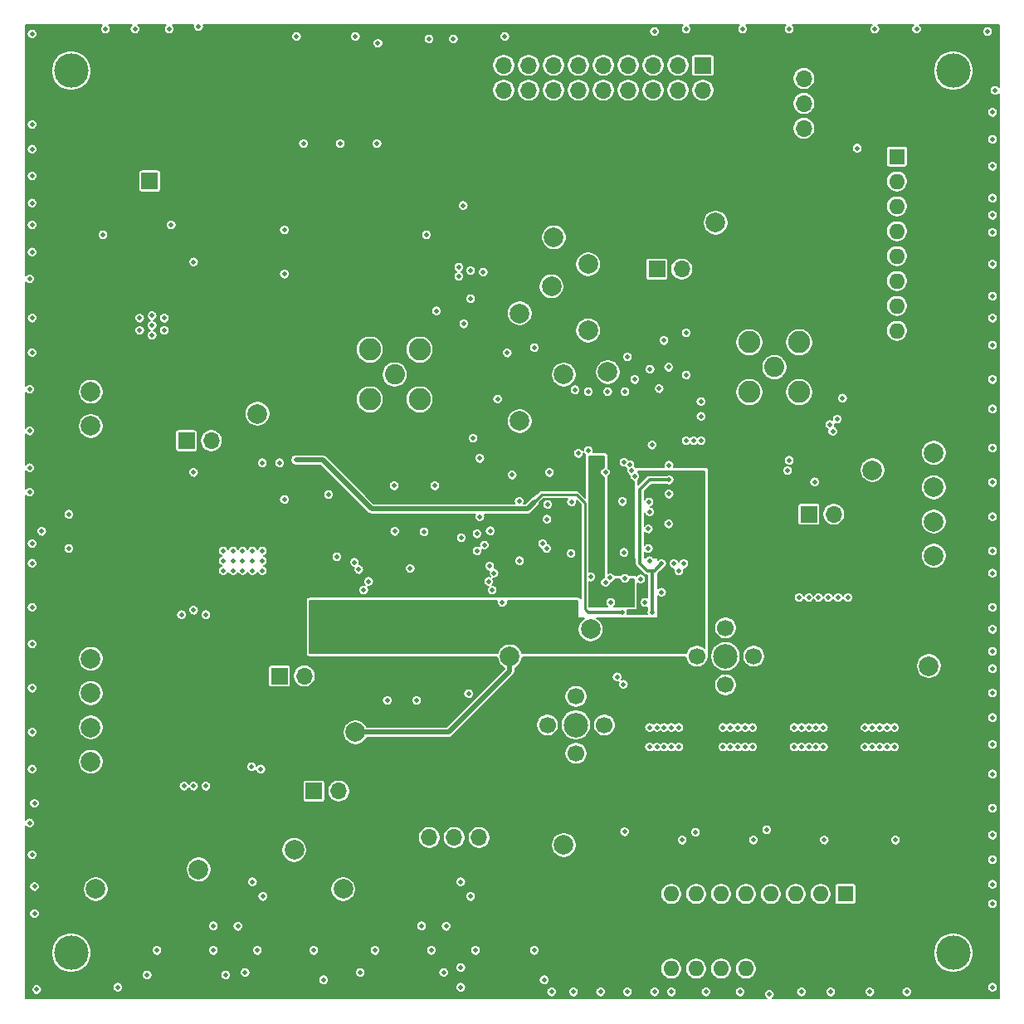
<source format=gbr>
%TF.GenerationSoftware,KiCad,Pcbnew,5.1.10-88a1d61d58~90~ubuntu20.04.1*%
%TF.CreationDate,2021-12-17T14:40:14-08:00*%
%TF.ProjectId,pmic-test-board,706d6963-2d74-4657-9374-2d626f617264,rev?*%
%TF.SameCoordinates,Original*%
%TF.FileFunction,Copper,L3,Inr*%
%TF.FilePolarity,Positive*%
%FSLAX46Y46*%
G04 Gerber Fmt 4.6, Leading zero omitted, Abs format (unit mm)*
G04 Created by KiCad (PCBNEW 5.1.10-88a1d61d58~90~ubuntu20.04.1) date 2021-12-17 14:40:14*
%MOMM*%
%LPD*%
G01*
G04 APERTURE LIST*
%TA.AperFunction,ComponentPad*%
%ADD10C,2.000000*%
%TD*%
%TA.AperFunction,ComponentPad*%
%ADD11O,1.700000X1.700000*%
%TD*%
%TA.AperFunction,ComponentPad*%
%ADD12R,1.700000X1.700000*%
%TD*%
%TA.AperFunction,ComponentPad*%
%ADD13C,2.250000*%
%TD*%
%TA.AperFunction,ComponentPad*%
%ADD14C,2.050000*%
%TD*%
%TA.AperFunction,WasherPad*%
%ADD15C,3.500000*%
%TD*%
%TA.AperFunction,ComponentPad*%
%ADD16C,2.500000*%
%TD*%
%TA.AperFunction,ComponentPad*%
%ADD17C,1.700000*%
%TD*%
%TA.AperFunction,ComponentPad*%
%ADD18O,1.600000X1.600000*%
%TD*%
%TA.AperFunction,ComponentPad*%
%ADD19R,1.600000X1.600000*%
%TD*%
%TA.AperFunction,ViaPad*%
%ADD20C,0.460000*%
%TD*%
%TA.AperFunction,Conductor*%
%ADD21C,0.360000*%
%TD*%
%TA.AperFunction,Conductor*%
%ADD22C,0.240000*%
%TD*%
%TA.AperFunction,Conductor*%
%ADD23C,0.500000*%
%TD*%
%TA.AperFunction,Conductor*%
%ADD24C,0.200000*%
%TD*%
%TA.AperFunction,Conductor*%
%ADD25C,0.100000*%
%TD*%
G04 APERTURE END LIST*
D10*
%TO.N,GND*%
%TO.C,TP111*%
X107500000Y-138500000D03*
%TD*%
%TO.N,LOAD_SW*%
%TO.C,TP110*%
X155250000Y-134000000D03*
%TD*%
%TO.N,/pmos_val*%
%TO.C,TP109*%
X127750000Y-134500000D03*
%TD*%
%TO.N,/timeout_ext*%
%TO.C,TP108*%
X132750000Y-138500000D03*
%TD*%
%TO.N,/nmos_val*%
%TO.C,TP107*%
X118000000Y-136500000D03*
%TD*%
%TO.N,Net-(R120-Pad1)*%
%TO.C,TP106*%
X155250000Y-86000000D03*
%TD*%
%TO.N,/BUCK_VOUT*%
%TO.C,TP105*%
X157750000Y-81500000D03*
%TD*%
D11*
%TO.N,+3V3*%
%TO.C,J204*%
X115540000Y-66250000D03*
D12*
%TO.N,Net-(C207-Pad1)*%
X113000000Y-66250000D03*
%TD*%
D13*
%TO.N,GND*%
%TO.C,J301*%
X140540000Y-83460000D03*
X140540000Y-88540000D03*
X135460000Y-88540000D03*
X135460000Y-83460000D03*
D14*
%TO.N,Net-(C301-Pad2)*%
X138000000Y-86000000D03*
%TD*%
D13*
%TO.N,GND*%
%TO.C,J110*%
X179290000Y-82710000D03*
X179290000Y-87790000D03*
X174210000Y-87790000D03*
X174210000Y-82710000D03*
D14*
%TO.N,Net-(J110-Pad1)*%
X176750000Y-85250000D03*
%TD*%
D15*
%TO.N,*%
%TO.C,J118*%
X195000000Y-145000000D03*
%TD*%
%TO.N,*%
%TO.C,J117*%
X105000000Y-145000000D03*
%TD*%
%TO.N,*%
%TO.C,J116*%
X105000000Y-55000000D03*
%TD*%
%TO.N,*%
%TO.C,J115*%
X195000000Y-55000000D03*
%TD*%
D16*
%TO.N,/osc_monitor*%
%TO.C,J114*%
X156500000Y-121750000D03*
D17*
%TO.N,GND*%
X156500000Y-124650000D03*
X159400000Y-121750000D03*
X156500000Y-118850000D03*
X153600000Y-121750000D03*
%TD*%
D10*
%TO.N,/BUCK_VOUT*%
%TO.C,J113*%
X193000000Y-94000000D03*
X193000000Y-97500000D03*
%TO.N,GND*%
X193000000Y-101000000D03*
X193000000Y-104500000D03*
%TD*%
D11*
%TO.N,/BUCK_VOUT*%
%TO.C,J105*%
X182790000Y-100250000D03*
D12*
%TO.N,Net-(J105-Pad1)*%
X180250000Y-100250000D03*
%TD*%
D10*
%TO.N,GND*%
%TO.C,TP401*%
X192500000Y-115750000D03*
%TD*%
%TO.N,GND*%
%TO.C,TP306*%
X170750000Y-70500000D03*
%TD*%
%TO.N,BIAS_OC*%
%TO.C,TP305*%
X150750000Y-79750000D03*
%TD*%
%TO.N,BIAS_SLOPE*%
%TO.C,TP304*%
X154000000Y-77000000D03*
%TD*%
%TO.N,BIAS_OPA*%
%TO.C,TP303*%
X157750000Y-74750000D03*
%TD*%
%TO.N,BIAS_OSC*%
%TO.C,TP302*%
X154250000Y-72000000D03*
%TD*%
%TO.N,VREF*%
%TO.C,TP301*%
X150750000Y-90750000D03*
%TD*%
%TO.N,CTRL_PWR*%
%TO.C,TP203*%
X134000000Y-122500000D03*
%TD*%
%TO.N,+1V8*%
%TO.C,TP202*%
X124000000Y-90000000D03*
%TD*%
%TO.N,BUCK_PWR*%
%TO.C,TP201*%
X131250000Y-110750000D03*
%TD*%
%TO.N,/CTRL_PRW_INJ*%
%TO.C,TP104*%
X158000000Y-112000000D03*
%TD*%
%TO.N,CTRL_PWR*%
%TO.C,TP103*%
X149750000Y-114750000D03*
%TD*%
%TO.N,/BUCK_VOUT*%
%TO.C,TP102*%
X186750000Y-95750000D03*
%TD*%
%TO.N,/vcomp*%
%TO.C,TP101*%
X159750000Y-85750000D03*
%TD*%
D18*
%TO.N,+3V3*%
%TO.C,SW501*%
X184000000Y-146620000D03*
%TO.N,/Load/DYN1*%
X166220000Y-139000000D03*
%TO.N,+3V3*%
X181460000Y-146620000D03*
%TO.N,/Load/DYN2*%
X168760000Y-139000000D03*
%TO.N,+3V3*%
X178920000Y-146620000D03*
%TO.N,/Load/DYN3*%
X171300000Y-139000000D03*
%TO.N,+3V3*%
X176380000Y-146620000D03*
%TO.N,/Load/DYN4*%
X173840000Y-139000000D03*
%TO.N,LOAD_SW*%
X173840000Y-146620000D03*
%TO.N,/Load/STAT1*%
X176380000Y-139000000D03*
%TO.N,LOAD_SW*%
X171300000Y-146620000D03*
%TO.N,/Load/STAT2*%
X178920000Y-139000000D03*
%TO.N,LOAD_SW*%
X168760000Y-146620000D03*
%TO.N,/Load/STAT3*%
X181460000Y-139000000D03*
%TO.N,LOAD_SW*%
X166220000Y-146620000D03*
D19*
%TO.N,/Load/STAT4*%
X184000000Y-139000000D03*
%TD*%
D18*
%TO.N,+3V3*%
%TO.C,SW101*%
X196870000Y-63750000D03*
%TO.N,Net-(SW101-Pad8)*%
X189250000Y-81530000D03*
%TO.N,+3V3*%
X196870000Y-66290000D03*
%TO.N,Net-(SW101-Pad7)*%
X189250000Y-78990000D03*
%TO.N,+3V3*%
X196870000Y-68830000D03*
%TO.N,/nmos_dt*%
X189250000Y-76450000D03*
%TO.N,+3V3*%
X196870000Y-71370000D03*
%TO.N,/pmos_dt*%
X189250000Y-73910000D03*
%TO.N,+3V3*%
X196870000Y-73910000D03*
%TO.N,/sw_override*%
X189250000Y-71370000D03*
%TO.N,+3V3*%
X196870000Y-76450000D03*
%TO.N,/sw_en*%
X189250000Y-68830000D03*
%TO.N,+3V3*%
X196870000Y-78990000D03*
%TO.N,/timeout_sel*%
X189250000Y-66290000D03*
%TO.N,+3V3*%
X196870000Y-81530000D03*
D19*
%TO.N,/oc_en*%
X189250000Y-63750000D03*
%TD*%
D11*
%TO.N,/TIA/TIA_SENSE*%
%TO.C,J401*%
X167290000Y-75250000D03*
D12*
%TO.N,/TIA/TIA_VREF*%
X164750000Y-75250000D03*
%TD*%
D10*
%TO.N,GND*%
%TO.C,J208*%
X107000000Y-125500000D03*
X107000000Y-122000000D03*
%TO.N,Net-(FB202-Pad2)*%
X107000000Y-118500000D03*
X107000000Y-115000000D03*
%TD*%
%TO.N,Net-(FB201-Pad2)*%
%TO.C,J207*%
X107000000Y-87750000D03*
%TO.N,GND*%
X107000000Y-91250000D03*
%TD*%
D11*
%TO.N,CTRL_PWR*%
%TO.C,J205*%
X132290000Y-128500000D03*
D12*
%TO.N,Net-(FB203-Pad1)*%
X129750000Y-128500000D03*
%TD*%
D11*
%TO.N,+1V8*%
%TO.C,J203*%
X119290000Y-92750000D03*
D12*
%TO.N,Net-(C208-Pad1)*%
X116750000Y-92750000D03*
%TD*%
D11*
%TO.N,Net-(J202-Pad2)*%
%TO.C,J202*%
X128790000Y-116750000D03*
D12*
%TO.N,Net-(J202-Pad1)*%
X126250000Y-116750000D03*
%TD*%
D16*
%TO.N,/vsw*%
%TO.C,J109*%
X171750000Y-114750000D03*
D17*
%TO.N,GND*%
X171750000Y-117650000D03*
X174650000Y-114750000D03*
X171750000Y-111850000D03*
X168850000Y-114750000D03*
%TD*%
D11*
%TO.N,/FTDI_D0*%
%TO.C,J108*%
X149130000Y-57000000D03*
%TO.N,/FTDI_D1*%
X149130000Y-54460000D03*
%TO.N,/FTDI_D2*%
X151670000Y-57000000D03*
%TO.N,/FTDI_D3*%
X151670000Y-54460000D03*
%TO.N,/FTDI_D4*%
X154210000Y-57000000D03*
%TO.N,/FTDI_D5*%
X154210000Y-54460000D03*
%TO.N,/FTDI_D6*%
X156750000Y-57000000D03*
%TO.N,/FTDI_D7*%
X156750000Y-54460000D03*
%TO.N,/FTDI_C0*%
X159290000Y-57000000D03*
%TO.N,/FTDI_C1*%
X159290000Y-54460000D03*
%TO.N,/FTDI_C2*%
X161830000Y-57000000D03*
%TO.N,/FTDI_C3*%
X161830000Y-54460000D03*
%TO.N,/FTDI_C4*%
X164370000Y-57000000D03*
%TO.N,/FTDI_C5*%
X164370000Y-54460000D03*
%TO.N,/FTDI_C6*%
X166910000Y-57000000D03*
%TO.N,/FTDI_C7*%
X166910000Y-54460000D03*
%TO.N,/FTDI_5V*%
X169450000Y-57000000D03*
D12*
%TO.N,/FTDI_GND*%
X169450000Y-54460000D03*
%TD*%
D11*
%TO.N,GND*%
%TO.C,J107*%
X179750000Y-60870000D03*
%TO.N,SCL*%
X179750000Y-58330000D03*
%TO.N,SDA*%
X179750000Y-55790000D03*
D12*
%TO.N,+3V3*%
X179750000Y-53250000D03*
%TD*%
D11*
%TO.N,GND*%
%TO.C,J106*%
X146620000Y-133250000D03*
%TO.N,/SER_TX*%
X144080000Y-133250000D03*
%TO.N,/SER_RX*%
X141540000Y-133250000D03*
D12*
%TO.N,+3V3*%
X139000000Y-133250000D03*
%TD*%
D20*
%TO.N,GND*%
X145750000Y-78250000D03*
X156050000Y-99000000D03*
X156000000Y-104250000D03*
X161400000Y-104150000D03*
X161250000Y-98950000D03*
X160050000Y-109250000D03*
X163900000Y-103750000D03*
X164000000Y-105000000D03*
X163900000Y-101750000D03*
X165950000Y-101250000D03*
X164000000Y-100000000D03*
X163950000Y-99000000D03*
X162500000Y-96350000D03*
X164250000Y-93200000D03*
X166000000Y-95250000D03*
X166000000Y-98200000D03*
X156750000Y-94050000D03*
X147050000Y-75550000D03*
X145750000Y-75400000D03*
X145050000Y-80829500D03*
X165000000Y-87450000D03*
X162500000Y-86500000D03*
X169250000Y-88750000D03*
X169250000Y-90250000D03*
X159750000Y-87750000D03*
X161500000Y-87750000D03*
X157750000Y-87750000D03*
X157750000Y-93750000D03*
X153600000Y-99250000D03*
X150700000Y-98950000D03*
X150000000Y-96250000D03*
X146700000Y-94550000D03*
X146700000Y-100500000D03*
X150750000Y-105000000D03*
X166500000Y-105300000D03*
X167500000Y-105300000D03*
X167000000Y-106050000D03*
X145550000Y-118550000D03*
X140250000Y-119250000D03*
X137250000Y-119250000D03*
X144800000Y-102650000D03*
X141000000Y-102050000D03*
X138000000Y-102000000D03*
X153550000Y-100750000D03*
X153500000Y-103750000D03*
X149500000Y-83800000D03*
X148500000Y-88500000D03*
X146000000Y-92500000D03*
X142100000Y-97350000D03*
X137950000Y-97350000D03*
X139600000Y-105800000D03*
X163550000Y-109250000D03*
X165250000Y-108200000D03*
X158000000Y-106650000D03*
X115200000Y-70750000D03*
X108250000Y-71750000D03*
X104750000Y-100250000D03*
X104750000Y-103750000D03*
X117500000Y-96000000D03*
X124500000Y-95000000D03*
X126250000Y-95000000D03*
X128700000Y-62450000D03*
X132450000Y-62450000D03*
X136200000Y-62450000D03*
X145750000Y-139250000D03*
X144750000Y-137750000D03*
X140750000Y-142250000D03*
X143250000Y-142300000D03*
X122000000Y-142300000D03*
X123500000Y-137750000D03*
X124550000Y-139250000D03*
X119500000Y-142250000D03*
X167350000Y-133500000D03*
X174600000Y-133500000D03*
X181850000Y-133500000D03*
X189100000Y-133500000D03*
X179250000Y-108750000D03*
X180250000Y-108750000D03*
X181250000Y-108750000D03*
X182250000Y-108750000D03*
X183250000Y-108750000D03*
X184250000Y-108750000D03*
X168500000Y-92750000D03*
X167750000Y-92750000D03*
X169250000Y-92750000D03*
X136300000Y-52200000D03*
X185200000Y-62900000D03*
X167750000Y-81750000D03*
X149000000Y-109250000D03*
X117500000Y-128000000D03*
X142250000Y-79500000D03*
X117500000Y-110050000D03*
X118750000Y-128000000D03*
X116500000Y-128000000D03*
X118750000Y-110500000D03*
X116250000Y-110500000D03*
X102000000Y-102000000D03*
X126750000Y-71250000D03*
X126750000Y-75750000D03*
X141250000Y-71750000D03*
X145000000Y-68750000D03*
X199000000Y-109750000D03*
X199000000Y-112000000D03*
X199000000Y-114250000D03*
X199000000Y-116000000D03*
X199000000Y-118500000D03*
X199000000Y-121000000D03*
X199000000Y-123750000D03*
X199000000Y-126750000D03*
X199000000Y-130250000D03*
X199000000Y-133000000D03*
X199000000Y-135500000D03*
X199000000Y-138000000D03*
X199000000Y-140000000D03*
X199000000Y-148500000D03*
X190250000Y-149000000D03*
X186500000Y-149000000D03*
X182500000Y-149000000D03*
X179500000Y-149000000D03*
X176250000Y-149250000D03*
X173250000Y-149000000D03*
X169750000Y-149000000D03*
X166250000Y-149000000D03*
X164500000Y-149000000D03*
X161750000Y-149000000D03*
X159000000Y-149000000D03*
X156250000Y-149000000D03*
X154000000Y-149000000D03*
X153250000Y-147750000D03*
X152250000Y-144750000D03*
X146250000Y-144750000D03*
X144750000Y-146500000D03*
X144750000Y-148500000D03*
X143000000Y-147000000D03*
X141750000Y-144750000D03*
X136000000Y-144750000D03*
X134500000Y-147000000D03*
X130750000Y-147750000D03*
X129750000Y-144750000D03*
X124000000Y-144750000D03*
X122750000Y-147000000D03*
X119500000Y-144750000D03*
X120750000Y-147250000D03*
X113750000Y-144750000D03*
X112750000Y-147250000D03*
X109750000Y-148500000D03*
X101500000Y-148750000D03*
X101250000Y-141000000D03*
X101250000Y-138250000D03*
X101000000Y-135000000D03*
X100750000Y-131750000D03*
X101250000Y-129750000D03*
X101000000Y-126250000D03*
X101000000Y-122500000D03*
X101000000Y-118000000D03*
X101000000Y-113500000D03*
X101000000Y-109750000D03*
X101000000Y-105250000D03*
X101000000Y-103250000D03*
X100750000Y-98000000D03*
X100750000Y-95500000D03*
X100750000Y-91750000D03*
X100750000Y-87500000D03*
X101000000Y-83750000D03*
X101000000Y-80250000D03*
X100750000Y-76250000D03*
X101000000Y-73500000D03*
X101000000Y-70750000D03*
X101000000Y-68500000D03*
X101000000Y-65750000D03*
X101000000Y-63000000D03*
X101000000Y-60500000D03*
X101000000Y-51250000D03*
X108500000Y-50750000D03*
X111500000Y-50750000D03*
X115000000Y-50750000D03*
X118000000Y-50500000D03*
X134000000Y-51500000D03*
X128000000Y-51500000D03*
X141500000Y-51750000D03*
X144000000Y-51750000D03*
X149250000Y-51500000D03*
X164500000Y-51000000D03*
X167750000Y-50750000D03*
X173500000Y-50750000D03*
X178250000Y-50750000D03*
X187000000Y-50750000D03*
X191250000Y-50750000D03*
X198500000Y-51000000D03*
X199250000Y-57000000D03*
X199000000Y-59250000D03*
X199000000Y-62000000D03*
X199000000Y-64750000D03*
X199000000Y-68000000D03*
X199000000Y-69750000D03*
X199000000Y-71500000D03*
X199000000Y-74750000D03*
X199000000Y-78000000D03*
X199000000Y-80250000D03*
X199000000Y-83000000D03*
X199000000Y-86500000D03*
X199000000Y-89500000D03*
X199000000Y-93500000D03*
X199000000Y-97000000D03*
X199000000Y-100500000D03*
X199000000Y-104000000D03*
X199000000Y-106250000D03*
X117500000Y-74500000D03*
X126750000Y-98750000D03*
%TO.N,/BUCK_VOUT*%
X180850000Y-96950000D03*
X156400000Y-87550000D03*
%TO.N,+3V3*%
X164250000Y-94800000D03*
X153000000Y-96250000D03*
X148275000Y-94575000D03*
X152250000Y-105000000D03*
X145500000Y-116950000D03*
X144250000Y-86200000D03*
X135750000Y-97400000D03*
X119500000Y-71750000D03*
X120500000Y-58450000D03*
X123500000Y-58450000D03*
X126500000Y-58450000D03*
X129500000Y-58450000D03*
X132500000Y-58450000D03*
X135500000Y-58450000D03*
X138500000Y-58450000D03*
X142500000Y-136900000D03*
X121250000Y-137000000D03*
X157350000Y-60200000D03*
X163800000Y-79100000D03*
X139400000Y-79300000D03*
%TO.N,/user_vcore*%
X166000000Y-96750000D03*
X165250000Y-105300000D03*
X164250000Y-110250000D03*
%TO.N,+1V8*%
X152250000Y-99000000D03*
X161250000Y-110250000D03*
X127950000Y-94700000D03*
%TO.N,BUCK_PWR*%
X164250000Y-102250000D03*
X167000000Y-96500000D03*
X167000000Y-97250000D03*
X167000000Y-98000000D03*
X164200000Y-100850000D03*
%TO.N,/CTRL_PRW_INJ*%
X161950000Y-109350000D03*
X158950000Y-94750000D03*
X158475000Y-109275000D03*
%TO.N,Net-(C207-Pad1)*%
X113250000Y-80000000D03*
X114500000Y-81500000D03*
X114500000Y-80250000D03*
X112000000Y-81500000D03*
X112000000Y-80250000D03*
X113250000Y-81000000D03*
X113250000Y-82000000D03*
%TO.N,Net-(C208-Pad1)*%
X121500000Y-105000000D03*
X121500000Y-106000000D03*
X123500000Y-106000000D03*
X123500000Y-105000000D03*
X122500000Y-106000000D03*
X122500000Y-105000000D03*
X122500000Y-104000000D03*
X123500000Y-104000000D03*
X124500000Y-104000000D03*
X124500000Y-105000000D03*
X124500000Y-106000000D03*
X121500000Y-104000000D03*
X120500000Y-104000000D03*
X120500000Y-105000000D03*
X120500000Y-106000000D03*
%TO.N,/TIA/TIA_VREF*%
X165950000Y-85250000D03*
X165475000Y-82525000D03*
%TO.N,/TIA/TIA_SENSE*%
X167750000Y-86050000D03*
X164050000Y-85450000D03*
%TO.N,/GPIO*%
X153100000Y-103250000D03*
X132100000Y-104600000D03*
%TO.N,VREF*%
X159500000Y-96000000D03*
X153800000Y-96000000D03*
%TO.N,/oc_en*%
X162200000Y-95800000D03*
X178100000Y-95800000D03*
%TO.N,/timeout_sel*%
X162000000Y-95200000D03*
X178250000Y-94750000D03*
%TO.N,/sw_en*%
X163100000Y-106850000D03*
X182700000Y-91800000D03*
%TO.N,/sw_override*%
X161500000Y-106800000D03*
X183150000Y-90550000D03*
%TO.N,/pmos_dt*%
X160000000Y-106750000D03*
X182400000Y-91100000D03*
%TO.N,/nmos_dt*%
X159500000Y-107200000D03*
X183700000Y-88400000D03*
%TO.N,/flash_clk*%
X147750000Y-101950000D03*
X147150000Y-103400000D03*
%TO.N,/HOST_SCK*%
X147950000Y-108000000D03*
X134850000Y-108000000D03*
%TO.N,/HOST_CSB*%
X147600000Y-107100000D03*
X135350000Y-107100000D03*
%TO.N,/HOST_SDI*%
X148150000Y-106250000D03*
X134350000Y-105900000D03*
%TO.N,/HOST_SDO*%
X147700000Y-105550000D03*
X133900000Y-105150000D03*
%TO.N,/flash_io0*%
X146400000Y-104000000D03*
X146400000Y-102250000D03*
%TO.N,Net-(R306-Pad2)*%
X144550000Y-76000000D03*
X144550000Y-75050000D03*
%TO.N,BIAS_OPA*%
X152250000Y-83250000D03*
%TO.N,/Load/STAT1*%
X161450000Y-132650000D03*
%TO.N,BUCK_VOUT*%
X186000000Y-122000000D03*
X186750000Y-122000000D03*
X187500000Y-122000000D03*
X188250000Y-122000000D03*
X186000000Y-124000000D03*
X186750000Y-124000000D03*
X187500000Y-124000000D03*
X188250000Y-124000000D03*
X178750000Y-122000000D03*
X179500000Y-122000000D03*
X180250000Y-122000000D03*
X181000000Y-122000000D03*
X181000000Y-124000000D03*
X180250000Y-124000000D03*
X179500000Y-124000000D03*
X178750000Y-124000000D03*
X171500000Y-122000000D03*
X172250000Y-122000000D03*
X173000000Y-122000000D03*
X173750000Y-122000000D03*
X173750000Y-124000000D03*
X173000000Y-124000000D03*
X172250000Y-124000000D03*
X171500000Y-124000000D03*
X164000000Y-122000000D03*
X164750000Y-122000000D03*
X165500000Y-122000000D03*
X166250000Y-122000000D03*
X166250000Y-124000000D03*
X165500000Y-124000000D03*
X164750000Y-124000000D03*
X164000000Y-124000000D03*
X167000000Y-122000000D03*
X167000000Y-124000000D03*
X174500000Y-122000000D03*
X174500000Y-124000000D03*
X181750000Y-122000000D03*
X181750000Y-124000000D03*
X189000000Y-122000000D03*
X189000000Y-124000000D03*
%TO.N,/Load/STAT2*%
X168700000Y-132700000D03*
%TO.N,/Load/STAT3*%
X175950000Y-132450000D03*
%TO.N,/nmos_val*%
X160700000Y-116850000D03*
X123400000Y-126000000D03*
%TO.N,/pmos_val*%
X161350000Y-117600000D03*
X124350000Y-126250000D03*
%TO.N,/timeout_ext*%
X161400000Y-94950000D03*
X131250000Y-98250000D03*
%TO.N,/TIA/TIA_3V3*%
X161750000Y-84200000D03*
%TD*%
D21*
%TO.N,/user_vcore*%
X166000000Y-96750000D02*
X164000000Y-96750000D01*
X164000000Y-96750000D02*
X163000000Y-97750000D01*
X163000000Y-97750000D02*
X163000000Y-105250000D01*
X163000000Y-105250000D02*
X163750000Y-106000000D01*
X164550000Y-106000000D02*
X165250000Y-105300000D01*
X164250000Y-106000000D02*
X164250000Y-110250000D01*
X163750000Y-106000000D02*
X164250000Y-106000000D01*
X164250000Y-106000000D02*
X164550000Y-106000000D01*
%TO.N,+1V8*%
X161250000Y-110250000D02*
X157750000Y-110250000D01*
D22*
X157750000Y-110250000D02*
X157400000Y-109900000D01*
X157400000Y-109900000D02*
X157400000Y-99100000D01*
X157400000Y-99100000D02*
X156550000Y-98250000D01*
X153000000Y-98250000D02*
X152250000Y-99000000D01*
X156550000Y-98250000D02*
X153000000Y-98250000D01*
D23*
X152250000Y-99000000D02*
X151550000Y-99700000D01*
X151550000Y-99700000D02*
X135650000Y-99700000D01*
X130650000Y-94700000D02*
X127950000Y-94700000D01*
X135650000Y-99700000D02*
X130650000Y-94700000D01*
%TO.N,CTRL_PWR*%
X149750000Y-116250000D02*
X143500000Y-122500000D01*
X149750000Y-114750000D02*
X149750000Y-116250000D01*
X134000000Y-122500000D02*
X143500000Y-122500000D01*
%TD*%
D24*
%TO.N,/CTRL_PRW_INJ*%
X159400000Y-95479508D02*
X159345405Y-95490368D01*
X159248951Y-95530320D01*
X159162145Y-95588322D01*
X159088322Y-95662145D01*
X159030320Y-95748951D01*
X158990368Y-95845405D01*
X158970000Y-95947800D01*
X158970000Y-96052200D01*
X158990368Y-96154595D01*
X159030320Y-96251049D01*
X159088322Y-96337855D01*
X159162145Y-96411678D01*
X159248951Y-96469680D01*
X159345405Y-96509632D01*
X159400000Y-96520492D01*
X159400000Y-106679508D01*
X159345405Y-106690368D01*
X159248951Y-106730320D01*
X159162145Y-106788322D01*
X159088322Y-106862145D01*
X159030320Y-106948951D01*
X158990368Y-107045405D01*
X158970000Y-107147800D01*
X158970000Y-107252200D01*
X158990368Y-107354595D01*
X159030320Y-107451049D01*
X159088322Y-107537855D01*
X159162145Y-107611678D01*
X159248951Y-107669680D01*
X159345405Y-107709632D01*
X159447800Y-107730000D01*
X159552200Y-107730000D01*
X159654595Y-107709632D01*
X159751049Y-107669680D01*
X159837855Y-107611678D01*
X159911678Y-107537855D01*
X159969680Y-107451049D01*
X160009632Y-107354595D01*
X160024470Y-107280000D01*
X160052200Y-107280000D01*
X160154595Y-107259632D01*
X160251049Y-107219680D01*
X160337855Y-107161678D01*
X160411678Y-107087855D01*
X160469680Y-107001049D01*
X160509632Y-106904595D01*
X160520492Y-106850000D01*
X160970000Y-106850000D01*
X160970000Y-106852200D01*
X160990368Y-106954595D01*
X161030320Y-107051049D01*
X161088322Y-107137855D01*
X161162145Y-107211678D01*
X161248951Y-107269680D01*
X161345405Y-107309632D01*
X161447800Y-107330000D01*
X161552200Y-107330000D01*
X161654595Y-107309632D01*
X161751049Y-107269680D01*
X161837855Y-107211678D01*
X161911678Y-107137855D01*
X161969680Y-107051049D01*
X162009632Y-106954595D01*
X162030000Y-106852200D01*
X162030000Y-106850000D01*
X162400000Y-106850000D01*
X162400000Y-109650000D01*
X160399533Y-109650000D01*
X160461678Y-109587855D01*
X160519680Y-109501049D01*
X160559632Y-109404595D01*
X160580000Y-109302200D01*
X160580000Y-109197800D01*
X160559632Y-109095405D01*
X160519680Y-108998951D01*
X160461678Y-108912145D01*
X160387855Y-108838322D01*
X160301049Y-108780320D01*
X160204595Y-108740368D01*
X160102200Y-108720000D01*
X159997800Y-108720000D01*
X159895405Y-108740368D01*
X159798951Y-108780320D01*
X159712145Y-108838322D01*
X159638322Y-108912145D01*
X159580320Y-108998951D01*
X159540368Y-109095405D01*
X159520000Y-109197800D01*
X159520000Y-109302200D01*
X159540368Y-109404595D01*
X159580320Y-109501049D01*
X159638322Y-109587855D01*
X159700467Y-109650000D01*
X157850000Y-109650000D01*
X157850000Y-107160546D01*
X157947800Y-107180000D01*
X158052200Y-107180000D01*
X158154595Y-107159632D01*
X158251049Y-107119680D01*
X158337855Y-107061678D01*
X158411678Y-106987855D01*
X158469680Y-106901049D01*
X158509632Y-106804595D01*
X158530000Y-106702200D01*
X158530000Y-106597800D01*
X158509632Y-106495405D01*
X158469680Y-106398951D01*
X158411678Y-106312145D01*
X158337855Y-106238322D01*
X158251049Y-106180320D01*
X158154595Y-106140368D01*
X158052200Y-106120000D01*
X157947800Y-106120000D01*
X157850000Y-106139454D01*
X157850000Y-94350000D01*
X159400000Y-94350000D01*
X159400000Y-95479508D01*
%TA.AperFunction,Conductor*%
D25*
G36*
X159400000Y-95479508D02*
G01*
X159345405Y-95490368D01*
X159248951Y-95530320D01*
X159162145Y-95588322D01*
X159088322Y-95662145D01*
X159030320Y-95748951D01*
X158990368Y-95845405D01*
X158970000Y-95947800D01*
X158970000Y-96052200D01*
X158990368Y-96154595D01*
X159030320Y-96251049D01*
X159088322Y-96337855D01*
X159162145Y-96411678D01*
X159248951Y-96469680D01*
X159345405Y-96509632D01*
X159400000Y-96520492D01*
X159400000Y-106679508D01*
X159345405Y-106690368D01*
X159248951Y-106730320D01*
X159162145Y-106788322D01*
X159088322Y-106862145D01*
X159030320Y-106948951D01*
X158990368Y-107045405D01*
X158970000Y-107147800D01*
X158970000Y-107252200D01*
X158990368Y-107354595D01*
X159030320Y-107451049D01*
X159088322Y-107537855D01*
X159162145Y-107611678D01*
X159248951Y-107669680D01*
X159345405Y-107709632D01*
X159447800Y-107730000D01*
X159552200Y-107730000D01*
X159654595Y-107709632D01*
X159751049Y-107669680D01*
X159837855Y-107611678D01*
X159911678Y-107537855D01*
X159969680Y-107451049D01*
X160009632Y-107354595D01*
X160024470Y-107280000D01*
X160052200Y-107280000D01*
X160154595Y-107259632D01*
X160251049Y-107219680D01*
X160337855Y-107161678D01*
X160411678Y-107087855D01*
X160469680Y-107001049D01*
X160509632Y-106904595D01*
X160520492Y-106850000D01*
X160970000Y-106850000D01*
X160970000Y-106852200D01*
X160990368Y-106954595D01*
X161030320Y-107051049D01*
X161088322Y-107137855D01*
X161162145Y-107211678D01*
X161248951Y-107269680D01*
X161345405Y-107309632D01*
X161447800Y-107330000D01*
X161552200Y-107330000D01*
X161654595Y-107309632D01*
X161751049Y-107269680D01*
X161837855Y-107211678D01*
X161911678Y-107137855D01*
X161969680Y-107051049D01*
X162009632Y-106954595D01*
X162030000Y-106852200D01*
X162030000Y-106850000D01*
X162400000Y-106850000D01*
X162400000Y-109650000D01*
X160399533Y-109650000D01*
X160461678Y-109587855D01*
X160519680Y-109501049D01*
X160559632Y-109404595D01*
X160580000Y-109302200D01*
X160580000Y-109197800D01*
X160559632Y-109095405D01*
X160519680Y-108998951D01*
X160461678Y-108912145D01*
X160387855Y-108838322D01*
X160301049Y-108780320D01*
X160204595Y-108740368D01*
X160102200Y-108720000D01*
X159997800Y-108720000D01*
X159895405Y-108740368D01*
X159798951Y-108780320D01*
X159712145Y-108838322D01*
X159638322Y-108912145D01*
X159580320Y-108998951D01*
X159540368Y-109095405D01*
X159520000Y-109197800D01*
X159520000Y-109302200D01*
X159540368Y-109404595D01*
X159580320Y-109501049D01*
X159638322Y-109587855D01*
X159700467Y-109650000D01*
X157850000Y-109650000D01*
X157850000Y-107160546D01*
X157947800Y-107180000D01*
X158052200Y-107180000D01*
X158154595Y-107159632D01*
X158251049Y-107119680D01*
X158337855Y-107061678D01*
X158411678Y-106987855D01*
X158469680Y-106901049D01*
X158509632Y-106804595D01*
X158530000Y-106702200D01*
X158530000Y-106597800D01*
X158509632Y-106495405D01*
X158469680Y-106398951D01*
X158411678Y-106312145D01*
X158337855Y-106238322D01*
X158251049Y-106180320D01*
X158154595Y-106140368D01*
X158052200Y-106120000D01*
X157947800Y-106120000D01*
X157850000Y-106139454D01*
X157850000Y-94350000D01*
X159400000Y-94350000D01*
X159400000Y-95479508D01*
G37*
%TD.AperFunction*%
%TD*%
D24*
%TO.N,BUCK_PWR*%
X169650000Y-113923655D02*
X169583082Y-113856737D01*
X169394729Y-113730884D01*
X169185443Y-113644194D01*
X168963265Y-113600000D01*
X168736735Y-113600000D01*
X168514557Y-113644194D01*
X168305271Y-113730884D01*
X168116918Y-113856737D01*
X167956737Y-114016918D01*
X167830884Y-114205271D01*
X167750224Y-114400000D01*
X151005849Y-114400000D01*
X151000042Y-114370804D01*
X150902045Y-114134219D01*
X150759776Y-113921298D01*
X150578702Y-113740224D01*
X150365781Y-113597955D01*
X150129196Y-113499958D01*
X149878039Y-113450000D01*
X149621961Y-113450000D01*
X149370804Y-113499958D01*
X149134219Y-113597955D01*
X148921298Y-113740224D01*
X148740224Y-113921298D01*
X148597955Y-114134219D01*
X148499958Y-114370804D01*
X148494151Y-114400000D01*
X129350000Y-114400000D01*
X129350000Y-109100000D01*
X148489454Y-109100000D01*
X148470000Y-109197800D01*
X148470000Y-109302200D01*
X148490368Y-109404595D01*
X148530320Y-109501049D01*
X148588322Y-109587855D01*
X148662145Y-109661678D01*
X148748951Y-109719680D01*
X148845405Y-109759632D01*
X148947800Y-109780000D01*
X149052200Y-109780000D01*
X149154595Y-109759632D01*
X149251049Y-109719680D01*
X149337855Y-109661678D01*
X149411678Y-109587855D01*
X149469680Y-109501049D01*
X149509632Y-109404595D01*
X149530000Y-109302200D01*
X149530000Y-109197800D01*
X149510546Y-109100000D01*
X156650000Y-109100000D01*
X156650000Y-110750000D01*
X156651921Y-110769509D01*
X156657612Y-110788268D01*
X156666853Y-110805557D01*
X156679289Y-110820711D01*
X156694443Y-110833147D01*
X156711732Y-110842388D01*
X156730491Y-110848079D01*
X156750000Y-110850000D01*
X157381158Y-110850000D01*
X157171298Y-110990224D01*
X156990224Y-111171298D01*
X156847955Y-111384219D01*
X156749958Y-111620804D01*
X156700000Y-111871961D01*
X156700000Y-112128039D01*
X156749958Y-112379196D01*
X156847955Y-112615781D01*
X156990224Y-112828702D01*
X157171298Y-113009776D01*
X157384219Y-113152045D01*
X157620804Y-113250042D01*
X157871961Y-113300000D01*
X158128039Y-113300000D01*
X158379196Y-113250042D01*
X158615781Y-113152045D01*
X158828702Y-113009776D01*
X159009776Y-112828702D01*
X159152045Y-112615781D01*
X159250042Y-112379196D01*
X159300000Y-112128039D01*
X159300000Y-111871961D01*
X159250042Y-111620804D01*
X159152045Y-111384219D01*
X159009776Y-111171298D01*
X158828702Y-110990224D01*
X158618842Y-110850000D01*
X164750000Y-110850000D01*
X164769509Y-110848079D01*
X164788268Y-110842388D01*
X164805557Y-110833147D01*
X164820711Y-110820711D01*
X164833147Y-110805557D01*
X164842388Y-110788268D01*
X164848079Y-110769509D01*
X164850000Y-110750000D01*
X164850000Y-108549533D01*
X164912145Y-108611678D01*
X164998951Y-108669680D01*
X165095405Y-108709632D01*
X165197800Y-108730000D01*
X165302200Y-108730000D01*
X165404595Y-108709632D01*
X165501049Y-108669680D01*
X165587855Y-108611678D01*
X165661678Y-108537855D01*
X165719680Y-108451049D01*
X165759632Y-108354595D01*
X165780000Y-108252200D01*
X165780000Y-108147800D01*
X165759632Y-108045405D01*
X165719680Y-107948951D01*
X165661678Y-107862145D01*
X165587855Y-107788322D01*
X165501049Y-107730320D01*
X165404595Y-107690368D01*
X165302200Y-107670000D01*
X165197800Y-107670000D01*
X165095405Y-107690368D01*
X164998951Y-107730320D01*
X164912145Y-107788322D01*
X164850000Y-107850467D01*
X164850000Y-106374745D01*
X164891053Y-106341053D01*
X164906083Y-106322739D01*
X165429510Y-105799312D01*
X165501049Y-105769680D01*
X165587855Y-105711678D01*
X165661678Y-105637855D01*
X165719680Y-105551049D01*
X165759632Y-105454595D01*
X165780000Y-105352200D01*
X165780000Y-105247800D01*
X165970000Y-105247800D01*
X165970000Y-105352200D01*
X165990368Y-105454595D01*
X166030320Y-105551049D01*
X166088322Y-105637855D01*
X166162145Y-105711678D01*
X166248951Y-105769680D01*
X166345405Y-105809632D01*
X166447800Y-105830000D01*
X166517459Y-105830000D01*
X166490368Y-105895405D01*
X166470000Y-105997800D01*
X166470000Y-106102200D01*
X166490368Y-106204595D01*
X166530320Y-106301049D01*
X166588322Y-106387855D01*
X166662145Y-106461678D01*
X166748951Y-106519680D01*
X166845405Y-106559632D01*
X166947800Y-106580000D01*
X167052200Y-106580000D01*
X167154595Y-106559632D01*
X167251049Y-106519680D01*
X167337855Y-106461678D01*
X167411678Y-106387855D01*
X167469680Y-106301049D01*
X167509632Y-106204595D01*
X167530000Y-106102200D01*
X167530000Y-105997800D01*
X167509632Y-105895405D01*
X167482541Y-105830000D01*
X167552200Y-105830000D01*
X167654595Y-105809632D01*
X167751049Y-105769680D01*
X167837855Y-105711678D01*
X167911678Y-105637855D01*
X167969680Y-105551049D01*
X168009632Y-105454595D01*
X168030000Y-105352200D01*
X168030000Y-105247800D01*
X168009632Y-105145405D01*
X167969680Y-105048951D01*
X167911678Y-104962145D01*
X167837855Y-104888322D01*
X167751049Y-104830320D01*
X167654595Y-104790368D01*
X167552200Y-104770000D01*
X167447800Y-104770000D01*
X167345405Y-104790368D01*
X167248951Y-104830320D01*
X167162145Y-104888322D01*
X167088322Y-104962145D01*
X167030320Y-105048951D01*
X167000000Y-105122151D01*
X166969680Y-105048951D01*
X166911678Y-104962145D01*
X166837855Y-104888322D01*
X166751049Y-104830320D01*
X166654595Y-104790368D01*
X166552200Y-104770000D01*
X166447800Y-104770000D01*
X166345405Y-104790368D01*
X166248951Y-104830320D01*
X166162145Y-104888322D01*
X166088322Y-104962145D01*
X166030320Y-105048951D01*
X165990368Y-105145405D01*
X165970000Y-105247800D01*
X165780000Y-105247800D01*
X165759632Y-105145405D01*
X165719680Y-105048951D01*
X165661678Y-104962145D01*
X165587855Y-104888322D01*
X165501049Y-104830320D01*
X165404595Y-104790368D01*
X165302200Y-104770000D01*
X165197800Y-104770000D01*
X165095405Y-104790368D01*
X164998951Y-104830320D01*
X164912145Y-104888322D01*
X164850000Y-104950467D01*
X164850000Y-104750000D01*
X164848079Y-104730491D01*
X164842388Y-104711732D01*
X164833147Y-104694443D01*
X164820711Y-104679289D01*
X164805557Y-104666853D01*
X164788268Y-104657612D01*
X164769509Y-104651921D01*
X164750000Y-104650000D01*
X164399533Y-104650000D01*
X164337855Y-104588322D01*
X164251049Y-104530320D01*
X164154595Y-104490368D01*
X164052200Y-104470000D01*
X163947800Y-104470000D01*
X163845405Y-104490368D01*
X163748951Y-104530320D01*
X163662145Y-104588322D01*
X163600467Y-104650000D01*
X163480000Y-104650000D01*
X163480000Y-104075400D01*
X163488322Y-104087855D01*
X163562145Y-104161678D01*
X163648951Y-104219680D01*
X163745405Y-104259632D01*
X163847800Y-104280000D01*
X163952200Y-104280000D01*
X164054595Y-104259632D01*
X164151049Y-104219680D01*
X164237855Y-104161678D01*
X164311678Y-104087855D01*
X164369680Y-104001049D01*
X164409632Y-103904595D01*
X164430000Y-103802200D01*
X164430000Y-103697800D01*
X164409632Y-103595405D01*
X164369680Y-103498951D01*
X164311678Y-103412145D01*
X164237855Y-103338322D01*
X164151049Y-103280320D01*
X164054595Y-103240368D01*
X163952200Y-103220000D01*
X163847800Y-103220000D01*
X163745405Y-103240368D01*
X163648951Y-103280320D01*
X163562145Y-103338322D01*
X163488322Y-103412145D01*
X163480000Y-103424600D01*
X163480000Y-102075400D01*
X163488322Y-102087855D01*
X163562145Y-102161678D01*
X163648951Y-102219680D01*
X163745405Y-102259632D01*
X163847800Y-102280000D01*
X163952200Y-102280000D01*
X164054595Y-102259632D01*
X164151049Y-102219680D01*
X164237855Y-102161678D01*
X164311678Y-102087855D01*
X164369680Y-102001049D01*
X164409632Y-101904595D01*
X164430000Y-101802200D01*
X164430000Y-101697800D01*
X164409632Y-101595405D01*
X164369680Y-101498951D01*
X164311678Y-101412145D01*
X164237855Y-101338322D01*
X164151049Y-101280320D01*
X164054595Y-101240368D01*
X163952200Y-101220000D01*
X163847800Y-101220000D01*
X163745405Y-101240368D01*
X163648951Y-101280320D01*
X163562145Y-101338322D01*
X163488322Y-101412145D01*
X163480000Y-101424600D01*
X163480000Y-101197800D01*
X165420000Y-101197800D01*
X165420000Y-101302200D01*
X165440368Y-101404595D01*
X165480320Y-101501049D01*
X165538322Y-101587855D01*
X165612145Y-101661678D01*
X165698951Y-101719680D01*
X165795405Y-101759632D01*
X165897800Y-101780000D01*
X166002200Y-101780000D01*
X166104595Y-101759632D01*
X166201049Y-101719680D01*
X166287855Y-101661678D01*
X166361678Y-101587855D01*
X166419680Y-101501049D01*
X166459632Y-101404595D01*
X166480000Y-101302200D01*
X166480000Y-101197800D01*
X166459632Y-101095405D01*
X166419680Y-100998951D01*
X166361678Y-100912145D01*
X166287855Y-100838322D01*
X166201049Y-100780320D01*
X166104595Y-100740368D01*
X166002200Y-100720000D01*
X165897800Y-100720000D01*
X165795405Y-100740368D01*
X165698951Y-100780320D01*
X165612145Y-100838322D01*
X165538322Y-100912145D01*
X165480320Y-100998951D01*
X165440368Y-101095405D01*
X165420000Y-101197800D01*
X163480000Y-101197800D01*
X163480000Y-100102472D01*
X163490368Y-100154595D01*
X163530320Y-100251049D01*
X163588322Y-100337855D01*
X163662145Y-100411678D01*
X163748951Y-100469680D01*
X163845405Y-100509632D01*
X163947800Y-100530000D01*
X164052200Y-100530000D01*
X164154595Y-100509632D01*
X164251049Y-100469680D01*
X164337855Y-100411678D01*
X164411678Y-100337855D01*
X164469680Y-100251049D01*
X164509632Y-100154595D01*
X164530000Y-100052200D01*
X164530000Y-99947800D01*
X164509632Y-99845405D01*
X164469680Y-99748951D01*
X164411678Y-99662145D01*
X164337855Y-99588322D01*
X164251049Y-99530320D01*
X164154595Y-99490368D01*
X164152236Y-99489899D01*
X164201049Y-99469680D01*
X164287855Y-99411678D01*
X164361678Y-99337855D01*
X164419680Y-99251049D01*
X164459632Y-99154595D01*
X164480000Y-99052200D01*
X164480000Y-98947800D01*
X164459632Y-98845405D01*
X164419680Y-98748951D01*
X164361678Y-98662145D01*
X164287855Y-98588322D01*
X164201049Y-98530320D01*
X164104595Y-98490368D01*
X164002200Y-98470000D01*
X163897800Y-98470000D01*
X163795405Y-98490368D01*
X163698951Y-98530320D01*
X163612145Y-98588322D01*
X163538322Y-98662145D01*
X163480320Y-98748951D01*
X163480000Y-98749724D01*
X163480000Y-98147800D01*
X165470000Y-98147800D01*
X165470000Y-98252200D01*
X165490368Y-98354595D01*
X165530320Y-98451049D01*
X165588322Y-98537855D01*
X165662145Y-98611678D01*
X165748951Y-98669680D01*
X165845405Y-98709632D01*
X165947800Y-98730000D01*
X166052200Y-98730000D01*
X166154595Y-98709632D01*
X166251049Y-98669680D01*
X166337855Y-98611678D01*
X166411678Y-98537855D01*
X166469680Y-98451049D01*
X166509632Y-98354595D01*
X166530000Y-98252200D01*
X166530000Y-98147800D01*
X166509632Y-98045405D01*
X166469680Y-97948951D01*
X166411678Y-97862145D01*
X166337855Y-97788322D01*
X166251049Y-97730320D01*
X166154595Y-97690368D01*
X166052200Y-97670000D01*
X165947800Y-97670000D01*
X165845405Y-97690368D01*
X165748951Y-97730320D01*
X165662145Y-97788322D01*
X165588322Y-97862145D01*
X165530320Y-97948951D01*
X165490368Y-98045405D01*
X165470000Y-98147800D01*
X163480000Y-98147800D01*
X163480000Y-97948822D01*
X164198822Y-97230000D01*
X165773866Y-97230000D01*
X165845405Y-97259632D01*
X165947800Y-97280000D01*
X166052200Y-97280000D01*
X166154595Y-97259632D01*
X166251049Y-97219680D01*
X166337855Y-97161678D01*
X166411678Y-97087855D01*
X166469680Y-97001049D01*
X166509632Y-96904595D01*
X166530000Y-96802200D01*
X166530000Y-96697800D01*
X166509632Y-96595405D01*
X166469680Y-96498951D01*
X166411678Y-96412145D01*
X166337855Y-96338322D01*
X166251049Y-96280320D01*
X166154595Y-96240368D01*
X166052200Y-96220000D01*
X165947800Y-96220000D01*
X165845405Y-96240368D01*
X165773866Y-96270000D01*
X164023575Y-96270000D01*
X164000000Y-96267678D01*
X163976425Y-96270000D01*
X163905904Y-96276946D01*
X163815423Y-96304393D01*
X163732036Y-96348964D01*
X163658947Y-96408947D01*
X163643917Y-96427261D01*
X162850000Y-97221178D01*
X162850000Y-96749533D01*
X162911678Y-96687855D01*
X162969680Y-96601049D01*
X163009632Y-96504595D01*
X163030000Y-96402200D01*
X163030000Y-96297800D01*
X163009632Y-96195405D01*
X162969680Y-96098951D01*
X162911678Y-96012145D01*
X162850000Y-95950467D01*
X162850000Y-95850000D01*
X169650000Y-95850000D01*
X169650000Y-113923655D01*
%TA.AperFunction,Conductor*%
D25*
G36*
X169650000Y-113923655D02*
G01*
X169583082Y-113856737D01*
X169394729Y-113730884D01*
X169185443Y-113644194D01*
X168963265Y-113600000D01*
X168736735Y-113600000D01*
X168514557Y-113644194D01*
X168305271Y-113730884D01*
X168116918Y-113856737D01*
X167956737Y-114016918D01*
X167830884Y-114205271D01*
X167750224Y-114400000D01*
X151005849Y-114400000D01*
X151000042Y-114370804D01*
X150902045Y-114134219D01*
X150759776Y-113921298D01*
X150578702Y-113740224D01*
X150365781Y-113597955D01*
X150129196Y-113499958D01*
X149878039Y-113450000D01*
X149621961Y-113450000D01*
X149370804Y-113499958D01*
X149134219Y-113597955D01*
X148921298Y-113740224D01*
X148740224Y-113921298D01*
X148597955Y-114134219D01*
X148499958Y-114370804D01*
X148494151Y-114400000D01*
X129350000Y-114400000D01*
X129350000Y-109100000D01*
X148489454Y-109100000D01*
X148470000Y-109197800D01*
X148470000Y-109302200D01*
X148490368Y-109404595D01*
X148530320Y-109501049D01*
X148588322Y-109587855D01*
X148662145Y-109661678D01*
X148748951Y-109719680D01*
X148845405Y-109759632D01*
X148947800Y-109780000D01*
X149052200Y-109780000D01*
X149154595Y-109759632D01*
X149251049Y-109719680D01*
X149337855Y-109661678D01*
X149411678Y-109587855D01*
X149469680Y-109501049D01*
X149509632Y-109404595D01*
X149530000Y-109302200D01*
X149530000Y-109197800D01*
X149510546Y-109100000D01*
X156650000Y-109100000D01*
X156650000Y-110750000D01*
X156651921Y-110769509D01*
X156657612Y-110788268D01*
X156666853Y-110805557D01*
X156679289Y-110820711D01*
X156694443Y-110833147D01*
X156711732Y-110842388D01*
X156730491Y-110848079D01*
X156750000Y-110850000D01*
X157381158Y-110850000D01*
X157171298Y-110990224D01*
X156990224Y-111171298D01*
X156847955Y-111384219D01*
X156749958Y-111620804D01*
X156700000Y-111871961D01*
X156700000Y-112128039D01*
X156749958Y-112379196D01*
X156847955Y-112615781D01*
X156990224Y-112828702D01*
X157171298Y-113009776D01*
X157384219Y-113152045D01*
X157620804Y-113250042D01*
X157871961Y-113300000D01*
X158128039Y-113300000D01*
X158379196Y-113250042D01*
X158615781Y-113152045D01*
X158828702Y-113009776D01*
X159009776Y-112828702D01*
X159152045Y-112615781D01*
X159250042Y-112379196D01*
X159300000Y-112128039D01*
X159300000Y-111871961D01*
X159250042Y-111620804D01*
X159152045Y-111384219D01*
X159009776Y-111171298D01*
X158828702Y-110990224D01*
X158618842Y-110850000D01*
X164750000Y-110850000D01*
X164769509Y-110848079D01*
X164788268Y-110842388D01*
X164805557Y-110833147D01*
X164820711Y-110820711D01*
X164833147Y-110805557D01*
X164842388Y-110788268D01*
X164848079Y-110769509D01*
X164850000Y-110750000D01*
X164850000Y-108549533D01*
X164912145Y-108611678D01*
X164998951Y-108669680D01*
X165095405Y-108709632D01*
X165197800Y-108730000D01*
X165302200Y-108730000D01*
X165404595Y-108709632D01*
X165501049Y-108669680D01*
X165587855Y-108611678D01*
X165661678Y-108537855D01*
X165719680Y-108451049D01*
X165759632Y-108354595D01*
X165780000Y-108252200D01*
X165780000Y-108147800D01*
X165759632Y-108045405D01*
X165719680Y-107948951D01*
X165661678Y-107862145D01*
X165587855Y-107788322D01*
X165501049Y-107730320D01*
X165404595Y-107690368D01*
X165302200Y-107670000D01*
X165197800Y-107670000D01*
X165095405Y-107690368D01*
X164998951Y-107730320D01*
X164912145Y-107788322D01*
X164850000Y-107850467D01*
X164850000Y-106374745D01*
X164891053Y-106341053D01*
X164906083Y-106322739D01*
X165429510Y-105799312D01*
X165501049Y-105769680D01*
X165587855Y-105711678D01*
X165661678Y-105637855D01*
X165719680Y-105551049D01*
X165759632Y-105454595D01*
X165780000Y-105352200D01*
X165780000Y-105247800D01*
X165970000Y-105247800D01*
X165970000Y-105352200D01*
X165990368Y-105454595D01*
X166030320Y-105551049D01*
X166088322Y-105637855D01*
X166162145Y-105711678D01*
X166248951Y-105769680D01*
X166345405Y-105809632D01*
X166447800Y-105830000D01*
X166517459Y-105830000D01*
X166490368Y-105895405D01*
X166470000Y-105997800D01*
X166470000Y-106102200D01*
X166490368Y-106204595D01*
X166530320Y-106301049D01*
X166588322Y-106387855D01*
X166662145Y-106461678D01*
X166748951Y-106519680D01*
X166845405Y-106559632D01*
X166947800Y-106580000D01*
X167052200Y-106580000D01*
X167154595Y-106559632D01*
X167251049Y-106519680D01*
X167337855Y-106461678D01*
X167411678Y-106387855D01*
X167469680Y-106301049D01*
X167509632Y-106204595D01*
X167530000Y-106102200D01*
X167530000Y-105997800D01*
X167509632Y-105895405D01*
X167482541Y-105830000D01*
X167552200Y-105830000D01*
X167654595Y-105809632D01*
X167751049Y-105769680D01*
X167837855Y-105711678D01*
X167911678Y-105637855D01*
X167969680Y-105551049D01*
X168009632Y-105454595D01*
X168030000Y-105352200D01*
X168030000Y-105247800D01*
X168009632Y-105145405D01*
X167969680Y-105048951D01*
X167911678Y-104962145D01*
X167837855Y-104888322D01*
X167751049Y-104830320D01*
X167654595Y-104790368D01*
X167552200Y-104770000D01*
X167447800Y-104770000D01*
X167345405Y-104790368D01*
X167248951Y-104830320D01*
X167162145Y-104888322D01*
X167088322Y-104962145D01*
X167030320Y-105048951D01*
X167000000Y-105122151D01*
X166969680Y-105048951D01*
X166911678Y-104962145D01*
X166837855Y-104888322D01*
X166751049Y-104830320D01*
X166654595Y-104790368D01*
X166552200Y-104770000D01*
X166447800Y-104770000D01*
X166345405Y-104790368D01*
X166248951Y-104830320D01*
X166162145Y-104888322D01*
X166088322Y-104962145D01*
X166030320Y-105048951D01*
X165990368Y-105145405D01*
X165970000Y-105247800D01*
X165780000Y-105247800D01*
X165759632Y-105145405D01*
X165719680Y-105048951D01*
X165661678Y-104962145D01*
X165587855Y-104888322D01*
X165501049Y-104830320D01*
X165404595Y-104790368D01*
X165302200Y-104770000D01*
X165197800Y-104770000D01*
X165095405Y-104790368D01*
X164998951Y-104830320D01*
X164912145Y-104888322D01*
X164850000Y-104950467D01*
X164850000Y-104750000D01*
X164848079Y-104730491D01*
X164842388Y-104711732D01*
X164833147Y-104694443D01*
X164820711Y-104679289D01*
X164805557Y-104666853D01*
X164788268Y-104657612D01*
X164769509Y-104651921D01*
X164750000Y-104650000D01*
X164399533Y-104650000D01*
X164337855Y-104588322D01*
X164251049Y-104530320D01*
X164154595Y-104490368D01*
X164052200Y-104470000D01*
X163947800Y-104470000D01*
X163845405Y-104490368D01*
X163748951Y-104530320D01*
X163662145Y-104588322D01*
X163600467Y-104650000D01*
X163480000Y-104650000D01*
X163480000Y-104075400D01*
X163488322Y-104087855D01*
X163562145Y-104161678D01*
X163648951Y-104219680D01*
X163745405Y-104259632D01*
X163847800Y-104280000D01*
X163952200Y-104280000D01*
X164054595Y-104259632D01*
X164151049Y-104219680D01*
X164237855Y-104161678D01*
X164311678Y-104087855D01*
X164369680Y-104001049D01*
X164409632Y-103904595D01*
X164430000Y-103802200D01*
X164430000Y-103697800D01*
X164409632Y-103595405D01*
X164369680Y-103498951D01*
X164311678Y-103412145D01*
X164237855Y-103338322D01*
X164151049Y-103280320D01*
X164054595Y-103240368D01*
X163952200Y-103220000D01*
X163847800Y-103220000D01*
X163745405Y-103240368D01*
X163648951Y-103280320D01*
X163562145Y-103338322D01*
X163488322Y-103412145D01*
X163480000Y-103424600D01*
X163480000Y-102075400D01*
X163488322Y-102087855D01*
X163562145Y-102161678D01*
X163648951Y-102219680D01*
X163745405Y-102259632D01*
X163847800Y-102280000D01*
X163952200Y-102280000D01*
X164054595Y-102259632D01*
X164151049Y-102219680D01*
X164237855Y-102161678D01*
X164311678Y-102087855D01*
X164369680Y-102001049D01*
X164409632Y-101904595D01*
X164430000Y-101802200D01*
X164430000Y-101697800D01*
X164409632Y-101595405D01*
X164369680Y-101498951D01*
X164311678Y-101412145D01*
X164237855Y-101338322D01*
X164151049Y-101280320D01*
X164054595Y-101240368D01*
X163952200Y-101220000D01*
X163847800Y-101220000D01*
X163745405Y-101240368D01*
X163648951Y-101280320D01*
X163562145Y-101338322D01*
X163488322Y-101412145D01*
X163480000Y-101424600D01*
X163480000Y-101197800D01*
X165420000Y-101197800D01*
X165420000Y-101302200D01*
X165440368Y-101404595D01*
X165480320Y-101501049D01*
X165538322Y-101587855D01*
X165612145Y-101661678D01*
X165698951Y-101719680D01*
X165795405Y-101759632D01*
X165897800Y-101780000D01*
X166002200Y-101780000D01*
X166104595Y-101759632D01*
X166201049Y-101719680D01*
X166287855Y-101661678D01*
X166361678Y-101587855D01*
X166419680Y-101501049D01*
X166459632Y-101404595D01*
X166480000Y-101302200D01*
X166480000Y-101197800D01*
X166459632Y-101095405D01*
X166419680Y-100998951D01*
X166361678Y-100912145D01*
X166287855Y-100838322D01*
X166201049Y-100780320D01*
X166104595Y-100740368D01*
X166002200Y-100720000D01*
X165897800Y-100720000D01*
X165795405Y-100740368D01*
X165698951Y-100780320D01*
X165612145Y-100838322D01*
X165538322Y-100912145D01*
X165480320Y-100998951D01*
X165440368Y-101095405D01*
X165420000Y-101197800D01*
X163480000Y-101197800D01*
X163480000Y-100102472D01*
X163490368Y-100154595D01*
X163530320Y-100251049D01*
X163588322Y-100337855D01*
X163662145Y-100411678D01*
X163748951Y-100469680D01*
X163845405Y-100509632D01*
X163947800Y-100530000D01*
X164052200Y-100530000D01*
X164154595Y-100509632D01*
X164251049Y-100469680D01*
X164337855Y-100411678D01*
X164411678Y-100337855D01*
X164469680Y-100251049D01*
X164509632Y-100154595D01*
X164530000Y-100052200D01*
X164530000Y-99947800D01*
X164509632Y-99845405D01*
X164469680Y-99748951D01*
X164411678Y-99662145D01*
X164337855Y-99588322D01*
X164251049Y-99530320D01*
X164154595Y-99490368D01*
X164152236Y-99489899D01*
X164201049Y-99469680D01*
X164287855Y-99411678D01*
X164361678Y-99337855D01*
X164419680Y-99251049D01*
X164459632Y-99154595D01*
X164480000Y-99052200D01*
X164480000Y-98947800D01*
X164459632Y-98845405D01*
X164419680Y-98748951D01*
X164361678Y-98662145D01*
X164287855Y-98588322D01*
X164201049Y-98530320D01*
X164104595Y-98490368D01*
X164002200Y-98470000D01*
X163897800Y-98470000D01*
X163795405Y-98490368D01*
X163698951Y-98530320D01*
X163612145Y-98588322D01*
X163538322Y-98662145D01*
X163480320Y-98748951D01*
X163480000Y-98749724D01*
X163480000Y-98147800D01*
X165470000Y-98147800D01*
X165470000Y-98252200D01*
X165490368Y-98354595D01*
X165530320Y-98451049D01*
X165588322Y-98537855D01*
X165662145Y-98611678D01*
X165748951Y-98669680D01*
X165845405Y-98709632D01*
X165947800Y-98730000D01*
X166052200Y-98730000D01*
X166154595Y-98709632D01*
X166251049Y-98669680D01*
X166337855Y-98611678D01*
X166411678Y-98537855D01*
X166469680Y-98451049D01*
X166509632Y-98354595D01*
X166530000Y-98252200D01*
X166530000Y-98147800D01*
X166509632Y-98045405D01*
X166469680Y-97948951D01*
X166411678Y-97862145D01*
X166337855Y-97788322D01*
X166251049Y-97730320D01*
X166154595Y-97690368D01*
X166052200Y-97670000D01*
X165947800Y-97670000D01*
X165845405Y-97690368D01*
X165748951Y-97730320D01*
X165662145Y-97788322D01*
X165588322Y-97862145D01*
X165530320Y-97948951D01*
X165490368Y-98045405D01*
X165470000Y-98147800D01*
X163480000Y-98147800D01*
X163480000Y-97948822D01*
X164198822Y-97230000D01*
X165773866Y-97230000D01*
X165845405Y-97259632D01*
X165947800Y-97280000D01*
X166052200Y-97280000D01*
X166154595Y-97259632D01*
X166251049Y-97219680D01*
X166337855Y-97161678D01*
X166411678Y-97087855D01*
X166469680Y-97001049D01*
X166509632Y-96904595D01*
X166530000Y-96802200D01*
X166530000Y-96697800D01*
X166509632Y-96595405D01*
X166469680Y-96498951D01*
X166411678Y-96412145D01*
X166337855Y-96338322D01*
X166251049Y-96280320D01*
X166154595Y-96240368D01*
X166052200Y-96220000D01*
X165947800Y-96220000D01*
X165845405Y-96240368D01*
X165773866Y-96270000D01*
X164023575Y-96270000D01*
X164000000Y-96267678D01*
X163976425Y-96270000D01*
X163905904Y-96276946D01*
X163815423Y-96304393D01*
X163732036Y-96348964D01*
X163658947Y-96408947D01*
X163643917Y-96427261D01*
X162850000Y-97221178D01*
X162850000Y-96749533D01*
X162911678Y-96687855D01*
X162969680Y-96601049D01*
X163009632Y-96504595D01*
X163030000Y-96402200D01*
X163030000Y-96297800D01*
X163009632Y-96195405D01*
X162969680Y-96098951D01*
X162911678Y-96012145D01*
X162850000Y-95950467D01*
X162850000Y-95850000D01*
X169650000Y-95850000D01*
X169650000Y-113923655D01*
G37*
%TD.AperFunction*%
%TD*%
D24*
%TO.N,+3V3*%
X108162145Y-50338322D02*
X108088322Y-50412145D01*
X108030320Y-50498951D01*
X107990368Y-50595405D01*
X107970000Y-50697800D01*
X107970000Y-50802200D01*
X107990368Y-50904595D01*
X108030320Y-51001049D01*
X108088322Y-51087855D01*
X108162145Y-51161678D01*
X108248951Y-51219680D01*
X108345405Y-51259632D01*
X108447800Y-51280000D01*
X108552200Y-51280000D01*
X108654595Y-51259632D01*
X108751049Y-51219680D01*
X108837855Y-51161678D01*
X108911678Y-51087855D01*
X108969680Y-51001049D01*
X109009632Y-50904595D01*
X109030000Y-50802200D01*
X109030000Y-50697800D01*
X109009632Y-50595405D01*
X108969680Y-50498951D01*
X108911678Y-50412145D01*
X108837855Y-50338322D01*
X108817917Y-50325000D01*
X111182083Y-50325000D01*
X111162145Y-50338322D01*
X111088322Y-50412145D01*
X111030320Y-50498951D01*
X110990368Y-50595405D01*
X110970000Y-50697800D01*
X110970000Y-50802200D01*
X110990368Y-50904595D01*
X111030320Y-51001049D01*
X111088322Y-51087855D01*
X111162145Y-51161678D01*
X111248951Y-51219680D01*
X111345405Y-51259632D01*
X111447800Y-51280000D01*
X111552200Y-51280000D01*
X111654595Y-51259632D01*
X111751049Y-51219680D01*
X111837855Y-51161678D01*
X111911678Y-51087855D01*
X111969680Y-51001049D01*
X112009632Y-50904595D01*
X112030000Y-50802200D01*
X112030000Y-50697800D01*
X112009632Y-50595405D01*
X111969680Y-50498951D01*
X111911678Y-50412145D01*
X111837855Y-50338322D01*
X111817917Y-50325000D01*
X114682083Y-50325000D01*
X114662145Y-50338322D01*
X114588322Y-50412145D01*
X114530320Y-50498951D01*
X114490368Y-50595405D01*
X114470000Y-50697800D01*
X114470000Y-50802200D01*
X114490368Y-50904595D01*
X114530320Y-51001049D01*
X114588322Y-51087855D01*
X114662145Y-51161678D01*
X114748951Y-51219680D01*
X114845405Y-51259632D01*
X114947800Y-51280000D01*
X115052200Y-51280000D01*
X115154595Y-51259632D01*
X115251049Y-51219680D01*
X115337855Y-51161678D01*
X115411678Y-51087855D01*
X115469680Y-51001049D01*
X115509632Y-50904595D01*
X115530000Y-50802200D01*
X115530000Y-50697800D01*
X115509632Y-50595405D01*
X115469680Y-50498951D01*
X115411678Y-50412145D01*
X115337855Y-50338322D01*
X115317917Y-50325000D01*
X117498820Y-50325000D01*
X117490368Y-50345405D01*
X117470000Y-50447800D01*
X117470000Y-50552200D01*
X117490368Y-50654595D01*
X117530320Y-50751049D01*
X117588322Y-50837855D01*
X117662145Y-50911678D01*
X117748951Y-50969680D01*
X117845405Y-51009632D01*
X117947800Y-51030000D01*
X118052200Y-51030000D01*
X118154595Y-51009632D01*
X118251049Y-50969680D01*
X118283794Y-50947800D01*
X163970000Y-50947800D01*
X163970000Y-51052200D01*
X163990368Y-51154595D01*
X164030320Y-51251049D01*
X164088322Y-51337855D01*
X164162145Y-51411678D01*
X164248951Y-51469680D01*
X164345405Y-51509632D01*
X164447800Y-51530000D01*
X164552200Y-51530000D01*
X164654595Y-51509632D01*
X164751049Y-51469680D01*
X164837855Y-51411678D01*
X164911678Y-51337855D01*
X164969680Y-51251049D01*
X165009632Y-51154595D01*
X165030000Y-51052200D01*
X165030000Y-50947800D01*
X165009632Y-50845405D01*
X164969680Y-50748951D01*
X164911678Y-50662145D01*
X164837855Y-50588322D01*
X164751049Y-50530320D01*
X164654595Y-50490368D01*
X164552200Y-50470000D01*
X164447800Y-50470000D01*
X164345405Y-50490368D01*
X164248951Y-50530320D01*
X164162145Y-50588322D01*
X164088322Y-50662145D01*
X164030320Y-50748951D01*
X163990368Y-50845405D01*
X163970000Y-50947800D01*
X118283794Y-50947800D01*
X118337855Y-50911678D01*
X118411678Y-50837855D01*
X118469680Y-50751049D01*
X118509632Y-50654595D01*
X118530000Y-50552200D01*
X118530000Y-50447800D01*
X118509632Y-50345405D01*
X118501180Y-50325000D01*
X167432083Y-50325000D01*
X167412145Y-50338322D01*
X167338322Y-50412145D01*
X167280320Y-50498951D01*
X167240368Y-50595405D01*
X167220000Y-50697800D01*
X167220000Y-50802200D01*
X167240368Y-50904595D01*
X167280320Y-51001049D01*
X167338322Y-51087855D01*
X167412145Y-51161678D01*
X167498951Y-51219680D01*
X167595405Y-51259632D01*
X167697800Y-51280000D01*
X167802200Y-51280000D01*
X167904595Y-51259632D01*
X168001049Y-51219680D01*
X168087855Y-51161678D01*
X168161678Y-51087855D01*
X168219680Y-51001049D01*
X168259632Y-50904595D01*
X168280000Y-50802200D01*
X168280000Y-50697800D01*
X168259632Y-50595405D01*
X168219680Y-50498951D01*
X168161678Y-50412145D01*
X168087855Y-50338322D01*
X168067917Y-50325000D01*
X173182083Y-50325000D01*
X173162145Y-50338322D01*
X173088322Y-50412145D01*
X173030320Y-50498951D01*
X172990368Y-50595405D01*
X172970000Y-50697800D01*
X172970000Y-50802200D01*
X172990368Y-50904595D01*
X173030320Y-51001049D01*
X173088322Y-51087855D01*
X173162145Y-51161678D01*
X173248951Y-51219680D01*
X173345405Y-51259632D01*
X173447800Y-51280000D01*
X173552200Y-51280000D01*
X173654595Y-51259632D01*
X173751049Y-51219680D01*
X173837855Y-51161678D01*
X173911678Y-51087855D01*
X173969680Y-51001049D01*
X174009632Y-50904595D01*
X174030000Y-50802200D01*
X174030000Y-50697800D01*
X174009632Y-50595405D01*
X173969680Y-50498951D01*
X173911678Y-50412145D01*
X173837855Y-50338322D01*
X173817917Y-50325000D01*
X177932083Y-50325000D01*
X177912145Y-50338322D01*
X177838322Y-50412145D01*
X177780320Y-50498951D01*
X177740368Y-50595405D01*
X177720000Y-50697800D01*
X177720000Y-50802200D01*
X177740368Y-50904595D01*
X177780320Y-51001049D01*
X177838322Y-51087855D01*
X177912145Y-51161678D01*
X177998951Y-51219680D01*
X178095405Y-51259632D01*
X178197800Y-51280000D01*
X178302200Y-51280000D01*
X178404595Y-51259632D01*
X178501049Y-51219680D01*
X178587855Y-51161678D01*
X178661678Y-51087855D01*
X178719680Y-51001049D01*
X178759632Y-50904595D01*
X178780000Y-50802200D01*
X178780000Y-50697800D01*
X178759632Y-50595405D01*
X178719680Y-50498951D01*
X178661678Y-50412145D01*
X178587855Y-50338322D01*
X178567917Y-50325000D01*
X186682083Y-50325000D01*
X186662145Y-50338322D01*
X186588322Y-50412145D01*
X186530320Y-50498951D01*
X186490368Y-50595405D01*
X186470000Y-50697800D01*
X186470000Y-50802200D01*
X186490368Y-50904595D01*
X186530320Y-51001049D01*
X186588322Y-51087855D01*
X186662145Y-51161678D01*
X186748951Y-51219680D01*
X186845405Y-51259632D01*
X186947800Y-51280000D01*
X187052200Y-51280000D01*
X187154595Y-51259632D01*
X187251049Y-51219680D01*
X187337855Y-51161678D01*
X187411678Y-51087855D01*
X187469680Y-51001049D01*
X187509632Y-50904595D01*
X187530000Y-50802200D01*
X187530000Y-50697800D01*
X187509632Y-50595405D01*
X187469680Y-50498951D01*
X187411678Y-50412145D01*
X187337855Y-50338322D01*
X187317917Y-50325000D01*
X190932083Y-50325000D01*
X190912145Y-50338322D01*
X190838322Y-50412145D01*
X190780320Y-50498951D01*
X190740368Y-50595405D01*
X190720000Y-50697800D01*
X190720000Y-50802200D01*
X190740368Y-50904595D01*
X190780320Y-51001049D01*
X190838322Y-51087855D01*
X190912145Y-51161678D01*
X190998951Y-51219680D01*
X191095405Y-51259632D01*
X191197800Y-51280000D01*
X191302200Y-51280000D01*
X191404595Y-51259632D01*
X191501049Y-51219680D01*
X191587855Y-51161678D01*
X191661678Y-51087855D01*
X191719680Y-51001049D01*
X191741736Y-50947800D01*
X197970000Y-50947800D01*
X197970000Y-51052200D01*
X197990368Y-51154595D01*
X198030320Y-51251049D01*
X198088322Y-51337855D01*
X198162145Y-51411678D01*
X198248951Y-51469680D01*
X198345405Y-51509632D01*
X198447800Y-51530000D01*
X198552200Y-51530000D01*
X198654595Y-51509632D01*
X198751049Y-51469680D01*
X198837855Y-51411678D01*
X198911678Y-51337855D01*
X198969680Y-51251049D01*
X199009632Y-51154595D01*
X199030000Y-51052200D01*
X199030000Y-50947800D01*
X199009632Y-50845405D01*
X198969680Y-50748951D01*
X198911678Y-50662145D01*
X198837855Y-50588322D01*
X198751049Y-50530320D01*
X198654595Y-50490368D01*
X198552200Y-50470000D01*
X198447800Y-50470000D01*
X198345405Y-50490368D01*
X198248951Y-50530320D01*
X198162145Y-50588322D01*
X198088322Y-50662145D01*
X198030320Y-50748951D01*
X197990368Y-50845405D01*
X197970000Y-50947800D01*
X191741736Y-50947800D01*
X191759632Y-50904595D01*
X191780000Y-50802200D01*
X191780000Y-50697800D01*
X191759632Y-50595405D01*
X191719680Y-50498951D01*
X191661678Y-50412145D01*
X191587855Y-50338322D01*
X191567917Y-50325000D01*
X199675000Y-50325000D01*
X199675000Y-56682083D01*
X199661678Y-56662145D01*
X199587855Y-56588322D01*
X199501049Y-56530320D01*
X199404595Y-56490368D01*
X199302200Y-56470000D01*
X199197800Y-56470000D01*
X199095405Y-56490368D01*
X198998951Y-56530320D01*
X198912145Y-56588322D01*
X198838322Y-56662145D01*
X198780320Y-56748951D01*
X198740368Y-56845405D01*
X198720000Y-56947800D01*
X198720000Y-57052200D01*
X198740368Y-57154595D01*
X198780320Y-57251049D01*
X198838322Y-57337855D01*
X198912145Y-57411678D01*
X198998951Y-57469680D01*
X199095405Y-57509632D01*
X199197800Y-57530000D01*
X199302200Y-57530000D01*
X199404595Y-57509632D01*
X199501049Y-57469680D01*
X199587855Y-57411678D01*
X199661678Y-57337855D01*
X199675000Y-57317917D01*
X199675001Y-149675000D01*
X176567917Y-149675000D01*
X176587855Y-149661678D01*
X176661678Y-149587855D01*
X176719680Y-149501049D01*
X176759632Y-149404595D01*
X176780000Y-149302200D01*
X176780000Y-149197800D01*
X176759632Y-149095405D01*
X176719680Y-148998951D01*
X176685502Y-148947800D01*
X178970000Y-148947800D01*
X178970000Y-149052200D01*
X178990368Y-149154595D01*
X179030320Y-149251049D01*
X179088322Y-149337855D01*
X179162145Y-149411678D01*
X179248951Y-149469680D01*
X179345405Y-149509632D01*
X179447800Y-149530000D01*
X179552200Y-149530000D01*
X179654595Y-149509632D01*
X179751049Y-149469680D01*
X179837855Y-149411678D01*
X179911678Y-149337855D01*
X179969680Y-149251049D01*
X180009632Y-149154595D01*
X180030000Y-149052200D01*
X180030000Y-148947800D01*
X181970000Y-148947800D01*
X181970000Y-149052200D01*
X181990368Y-149154595D01*
X182030320Y-149251049D01*
X182088322Y-149337855D01*
X182162145Y-149411678D01*
X182248951Y-149469680D01*
X182345405Y-149509632D01*
X182447800Y-149530000D01*
X182552200Y-149530000D01*
X182654595Y-149509632D01*
X182751049Y-149469680D01*
X182837855Y-149411678D01*
X182911678Y-149337855D01*
X182969680Y-149251049D01*
X183009632Y-149154595D01*
X183030000Y-149052200D01*
X183030000Y-148947800D01*
X185970000Y-148947800D01*
X185970000Y-149052200D01*
X185990368Y-149154595D01*
X186030320Y-149251049D01*
X186088322Y-149337855D01*
X186162145Y-149411678D01*
X186248951Y-149469680D01*
X186345405Y-149509632D01*
X186447800Y-149530000D01*
X186552200Y-149530000D01*
X186654595Y-149509632D01*
X186751049Y-149469680D01*
X186837855Y-149411678D01*
X186911678Y-149337855D01*
X186969680Y-149251049D01*
X187009632Y-149154595D01*
X187030000Y-149052200D01*
X187030000Y-148947800D01*
X189720000Y-148947800D01*
X189720000Y-149052200D01*
X189740368Y-149154595D01*
X189780320Y-149251049D01*
X189838322Y-149337855D01*
X189912145Y-149411678D01*
X189998951Y-149469680D01*
X190095405Y-149509632D01*
X190197800Y-149530000D01*
X190302200Y-149530000D01*
X190404595Y-149509632D01*
X190501049Y-149469680D01*
X190587855Y-149411678D01*
X190661678Y-149337855D01*
X190719680Y-149251049D01*
X190759632Y-149154595D01*
X190780000Y-149052200D01*
X190780000Y-148947800D01*
X190759632Y-148845405D01*
X190719680Y-148748951D01*
X190661678Y-148662145D01*
X190587855Y-148588322D01*
X190501049Y-148530320D01*
X190404595Y-148490368D01*
X190302200Y-148470000D01*
X190197800Y-148470000D01*
X190095405Y-148490368D01*
X189998951Y-148530320D01*
X189912145Y-148588322D01*
X189838322Y-148662145D01*
X189780320Y-148748951D01*
X189740368Y-148845405D01*
X189720000Y-148947800D01*
X187030000Y-148947800D01*
X187009632Y-148845405D01*
X186969680Y-148748951D01*
X186911678Y-148662145D01*
X186837855Y-148588322D01*
X186751049Y-148530320D01*
X186654595Y-148490368D01*
X186552200Y-148470000D01*
X186447800Y-148470000D01*
X186345405Y-148490368D01*
X186248951Y-148530320D01*
X186162145Y-148588322D01*
X186088322Y-148662145D01*
X186030320Y-148748951D01*
X185990368Y-148845405D01*
X185970000Y-148947800D01*
X183030000Y-148947800D01*
X183009632Y-148845405D01*
X182969680Y-148748951D01*
X182911678Y-148662145D01*
X182837855Y-148588322D01*
X182751049Y-148530320D01*
X182654595Y-148490368D01*
X182552200Y-148470000D01*
X182447800Y-148470000D01*
X182345405Y-148490368D01*
X182248951Y-148530320D01*
X182162145Y-148588322D01*
X182088322Y-148662145D01*
X182030320Y-148748951D01*
X181990368Y-148845405D01*
X181970000Y-148947800D01*
X180030000Y-148947800D01*
X180009632Y-148845405D01*
X179969680Y-148748951D01*
X179911678Y-148662145D01*
X179837855Y-148588322D01*
X179751049Y-148530320D01*
X179654595Y-148490368D01*
X179552200Y-148470000D01*
X179447800Y-148470000D01*
X179345405Y-148490368D01*
X179248951Y-148530320D01*
X179162145Y-148588322D01*
X179088322Y-148662145D01*
X179030320Y-148748951D01*
X178990368Y-148845405D01*
X178970000Y-148947800D01*
X176685502Y-148947800D01*
X176661678Y-148912145D01*
X176587855Y-148838322D01*
X176501049Y-148780320D01*
X176404595Y-148740368D01*
X176302200Y-148720000D01*
X176197800Y-148720000D01*
X176095405Y-148740368D01*
X175998951Y-148780320D01*
X175912145Y-148838322D01*
X175838322Y-148912145D01*
X175780320Y-148998951D01*
X175740368Y-149095405D01*
X175720000Y-149197800D01*
X175720000Y-149302200D01*
X175740368Y-149404595D01*
X175780320Y-149501049D01*
X175838322Y-149587855D01*
X175912145Y-149661678D01*
X175932083Y-149675000D01*
X100325000Y-149675000D01*
X100325000Y-148697800D01*
X100970000Y-148697800D01*
X100970000Y-148802200D01*
X100990368Y-148904595D01*
X101030320Y-149001049D01*
X101088322Y-149087855D01*
X101162145Y-149161678D01*
X101248951Y-149219680D01*
X101345405Y-149259632D01*
X101447800Y-149280000D01*
X101552200Y-149280000D01*
X101654595Y-149259632D01*
X101751049Y-149219680D01*
X101837855Y-149161678D01*
X101911678Y-149087855D01*
X101969680Y-149001049D01*
X102009632Y-148904595D01*
X102030000Y-148802200D01*
X102030000Y-148697800D01*
X102009632Y-148595405D01*
X101969680Y-148498951D01*
X101935502Y-148447800D01*
X109220000Y-148447800D01*
X109220000Y-148552200D01*
X109240368Y-148654595D01*
X109280320Y-148751049D01*
X109338322Y-148837855D01*
X109412145Y-148911678D01*
X109498951Y-148969680D01*
X109595405Y-149009632D01*
X109697800Y-149030000D01*
X109802200Y-149030000D01*
X109904595Y-149009632D01*
X110001049Y-148969680D01*
X110087855Y-148911678D01*
X110161678Y-148837855D01*
X110219680Y-148751049D01*
X110259632Y-148654595D01*
X110280000Y-148552200D01*
X110280000Y-148447800D01*
X144220000Y-148447800D01*
X144220000Y-148552200D01*
X144240368Y-148654595D01*
X144280320Y-148751049D01*
X144338322Y-148837855D01*
X144412145Y-148911678D01*
X144498951Y-148969680D01*
X144595405Y-149009632D01*
X144697800Y-149030000D01*
X144802200Y-149030000D01*
X144904595Y-149009632D01*
X145001049Y-148969680D01*
X145033794Y-148947800D01*
X153470000Y-148947800D01*
X153470000Y-149052200D01*
X153490368Y-149154595D01*
X153530320Y-149251049D01*
X153588322Y-149337855D01*
X153662145Y-149411678D01*
X153748951Y-149469680D01*
X153845405Y-149509632D01*
X153947800Y-149530000D01*
X154052200Y-149530000D01*
X154154595Y-149509632D01*
X154251049Y-149469680D01*
X154337855Y-149411678D01*
X154411678Y-149337855D01*
X154469680Y-149251049D01*
X154509632Y-149154595D01*
X154530000Y-149052200D01*
X154530000Y-148947800D01*
X155720000Y-148947800D01*
X155720000Y-149052200D01*
X155740368Y-149154595D01*
X155780320Y-149251049D01*
X155838322Y-149337855D01*
X155912145Y-149411678D01*
X155998951Y-149469680D01*
X156095405Y-149509632D01*
X156197800Y-149530000D01*
X156302200Y-149530000D01*
X156404595Y-149509632D01*
X156501049Y-149469680D01*
X156587855Y-149411678D01*
X156661678Y-149337855D01*
X156719680Y-149251049D01*
X156759632Y-149154595D01*
X156780000Y-149052200D01*
X156780000Y-148947800D01*
X158470000Y-148947800D01*
X158470000Y-149052200D01*
X158490368Y-149154595D01*
X158530320Y-149251049D01*
X158588322Y-149337855D01*
X158662145Y-149411678D01*
X158748951Y-149469680D01*
X158845405Y-149509632D01*
X158947800Y-149530000D01*
X159052200Y-149530000D01*
X159154595Y-149509632D01*
X159251049Y-149469680D01*
X159337855Y-149411678D01*
X159411678Y-149337855D01*
X159469680Y-149251049D01*
X159509632Y-149154595D01*
X159530000Y-149052200D01*
X159530000Y-148947800D01*
X161220000Y-148947800D01*
X161220000Y-149052200D01*
X161240368Y-149154595D01*
X161280320Y-149251049D01*
X161338322Y-149337855D01*
X161412145Y-149411678D01*
X161498951Y-149469680D01*
X161595405Y-149509632D01*
X161697800Y-149530000D01*
X161802200Y-149530000D01*
X161904595Y-149509632D01*
X162001049Y-149469680D01*
X162087855Y-149411678D01*
X162161678Y-149337855D01*
X162219680Y-149251049D01*
X162259632Y-149154595D01*
X162280000Y-149052200D01*
X162280000Y-148947800D01*
X163970000Y-148947800D01*
X163970000Y-149052200D01*
X163990368Y-149154595D01*
X164030320Y-149251049D01*
X164088322Y-149337855D01*
X164162145Y-149411678D01*
X164248951Y-149469680D01*
X164345405Y-149509632D01*
X164447800Y-149530000D01*
X164552200Y-149530000D01*
X164654595Y-149509632D01*
X164751049Y-149469680D01*
X164837855Y-149411678D01*
X164911678Y-149337855D01*
X164969680Y-149251049D01*
X165009632Y-149154595D01*
X165030000Y-149052200D01*
X165030000Y-148947800D01*
X165720000Y-148947800D01*
X165720000Y-149052200D01*
X165740368Y-149154595D01*
X165780320Y-149251049D01*
X165838322Y-149337855D01*
X165912145Y-149411678D01*
X165998951Y-149469680D01*
X166095405Y-149509632D01*
X166197800Y-149530000D01*
X166302200Y-149530000D01*
X166404595Y-149509632D01*
X166501049Y-149469680D01*
X166587855Y-149411678D01*
X166661678Y-149337855D01*
X166719680Y-149251049D01*
X166759632Y-149154595D01*
X166780000Y-149052200D01*
X166780000Y-148947800D01*
X169220000Y-148947800D01*
X169220000Y-149052200D01*
X169240368Y-149154595D01*
X169280320Y-149251049D01*
X169338322Y-149337855D01*
X169412145Y-149411678D01*
X169498951Y-149469680D01*
X169595405Y-149509632D01*
X169697800Y-149530000D01*
X169802200Y-149530000D01*
X169904595Y-149509632D01*
X170001049Y-149469680D01*
X170087855Y-149411678D01*
X170161678Y-149337855D01*
X170219680Y-149251049D01*
X170259632Y-149154595D01*
X170280000Y-149052200D01*
X170280000Y-148947800D01*
X172720000Y-148947800D01*
X172720000Y-149052200D01*
X172740368Y-149154595D01*
X172780320Y-149251049D01*
X172838322Y-149337855D01*
X172912145Y-149411678D01*
X172998951Y-149469680D01*
X173095405Y-149509632D01*
X173197800Y-149530000D01*
X173302200Y-149530000D01*
X173404595Y-149509632D01*
X173501049Y-149469680D01*
X173587855Y-149411678D01*
X173661678Y-149337855D01*
X173719680Y-149251049D01*
X173759632Y-149154595D01*
X173780000Y-149052200D01*
X173780000Y-148947800D01*
X173759632Y-148845405D01*
X173719680Y-148748951D01*
X173661678Y-148662145D01*
X173587855Y-148588322D01*
X173501049Y-148530320D01*
X173404595Y-148490368D01*
X173302200Y-148470000D01*
X173197800Y-148470000D01*
X173095405Y-148490368D01*
X172998951Y-148530320D01*
X172912145Y-148588322D01*
X172838322Y-148662145D01*
X172780320Y-148748951D01*
X172740368Y-148845405D01*
X172720000Y-148947800D01*
X170280000Y-148947800D01*
X170259632Y-148845405D01*
X170219680Y-148748951D01*
X170161678Y-148662145D01*
X170087855Y-148588322D01*
X170001049Y-148530320D01*
X169904595Y-148490368D01*
X169802200Y-148470000D01*
X169697800Y-148470000D01*
X169595405Y-148490368D01*
X169498951Y-148530320D01*
X169412145Y-148588322D01*
X169338322Y-148662145D01*
X169280320Y-148748951D01*
X169240368Y-148845405D01*
X169220000Y-148947800D01*
X166780000Y-148947800D01*
X166759632Y-148845405D01*
X166719680Y-148748951D01*
X166661678Y-148662145D01*
X166587855Y-148588322D01*
X166501049Y-148530320D01*
X166404595Y-148490368D01*
X166302200Y-148470000D01*
X166197800Y-148470000D01*
X166095405Y-148490368D01*
X165998951Y-148530320D01*
X165912145Y-148588322D01*
X165838322Y-148662145D01*
X165780320Y-148748951D01*
X165740368Y-148845405D01*
X165720000Y-148947800D01*
X165030000Y-148947800D01*
X165009632Y-148845405D01*
X164969680Y-148748951D01*
X164911678Y-148662145D01*
X164837855Y-148588322D01*
X164751049Y-148530320D01*
X164654595Y-148490368D01*
X164552200Y-148470000D01*
X164447800Y-148470000D01*
X164345405Y-148490368D01*
X164248951Y-148530320D01*
X164162145Y-148588322D01*
X164088322Y-148662145D01*
X164030320Y-148748951D01*
X163990368Y-148845405D01*
X163970000Y-148947800D01*
X162280000Y-148947800D01*
X162259632Y-148845405D01*
X162219680Y-148748951D01*
X162161678Y-148662145D01*
X162087855Y-148588322D01*
X162001049Y-148530320D01*
X161904595Y-148490368D01*
X161802200Y-148470000D01*
X161697800Y-148470000D01*
X161595405Y-148490368D01*
X161498951Y-148530320D01*
X161412145Y-148588322D01*
X161338322Y-148662145D01*
X161280320Y-148748951D01*
X161240368Y-148845405D01*
X161220000Y-148947800D01*
X159530000Y-148947800D01*
X159509632Y-148845405D01*
X159469680Y-148748951D01*
X159411678Y-148662145D01*
X159337855Y-148588322D01*
X159251049Y-148530320D01*
X159154595Y-148490368D01*
X159052200Y-148470000D01*
X158947800Y-148470000D01*
X158845405Y-148490368D01*
X158748951Y-148530320D01*
X158662145Y-148588322D01*
X158588322Y-148662145D01*
X158530320Y-148748951D01*
X158490368Y-148845405D01*
X158470000Y-148947800D01*
X156780000Y-148947800D01*
X156759632Y-148845405D01*
X156719680Y-148748951D01*
X156661678Y-148662145D01*
X156587855Y-148588322D01*
X156501049Y-148530320D01*
X156404595Y-148490368D01*
X156302200Y-148470000D01*
X156197800Y-148470000D01*
X156095405Y-148490368D01*
X155998951Y-148530320D01*
X155912145Y-148588322D01*
X155838322Y-148662145D01*
X155780320Y-148748951D01*
X155740368Y-148845405D01*
X155720000Y-148947800D01*
X154530000Y-148947800D01*
X154509632Y-148845405D01*
X154469680Y-148748951D01*
X154411678Y-148662145D01*
X154337855Y-148588322D01*
X154251049Y-148530320D01*
X154154595Y-148490368D01*
X154052200Y-148470000D01*
X153947800Y-148470000D01*
X153845405Y-148490368D01*
X153748951Y-148530320D01*
X153662145Y-148588322D01*
X153588322Y-148662145D01*
X153530320Y-148748951D01*
X153490368Y-148845405D01*
X153470000Y-148947800D01*
X145033794Y-148947800D01*
X145087855Y-148911678D01*
X145161678Y-148837855D01*
X145219680Y-148751049D01*
X145259632Y-148654595D01*
X145280000Y-148552200D01*
X145280000Y-148447800D01*
X198470000Y-148447800D01*
X198470000Y-148552200D01*
X198490368Y-148654595D01*
X198530320Y-148751049D01*
X198588322Y-148837855D01*
X198662145Y-148911678D01*
X198748951Y-148969680D01*
X198845405Y-149009632D01*
X198947800Y-149030000D01*
X199052200Y-149030000D01*
X199154595Y-149009632D01*
X199251049Y-148969680D01*
X199337855Y-148911678D01*
X199411678Y-148837855D01*
X199469680Y-148751049D01*
X199509632Y-148654595D01*
X199530000Y-148552200D01*
X199530000Y-148447800D01*
X199509632Y-148345405D01*
X199469680Y-148248951D01*
X199411678Y-148162145D01*
X199337855Y-148088322D01*
X199251049Y-148030320D01*
X199154595Y-147990368D01*
X199052200Y-147970000D01*
X198947800Y-147970000D01*
X198845405Y-147990368D01*
X198748951Y-148030320D01*
X198662145Y-148088322D01*
X198588322Y-148162145D01*
X198530320Y-148248951D01*
X198490368Y-148345405D01*
X198470000Y-148447800D01*
X145280000Y-148447800D01*
X145259632Y-148345405D01*
X145219680Y-148248951D01*
X145161678Y-148162145D01*
X145087855Y-148088322D01*
X145001049Y-148030320D01*
X144904595Y-147990368D01*
X144802200Y-147970000D01*
X144697800Y-147970000D01*
X144595405Y-147990368D01*
X144498951Y-148030320D01*
X144412145Y-148088322D01*
X144338322Y-148162145D01*
X144280320Y-148248951D01*
X144240368Y-148345405D01*
X144220000Y-148447800D01*
X110280000Y-148447800D01*
X110259632Y-148345405D01*
X110219680Y-148248951D01*
X110161678Y-148162145D01*
X110087855Y-148088322D01*
X110001049Y-148030320D01*
X109904595Y-147990368D01*
X109802200Y-147970000D01*
X109697800Y-147970000D01*
X109595405Y-147990368D01*
X109498951Y-148030320D01*
X109412145Y-148088322D01*
X109338322Y-148162145D01*
X109280320Y-148248951D01*
X109240368Y-148345405D01*
X109220000Y-148447800D01*
X101935502Y-148447800D01*
X101911678Y-148412145D01*
X101837855Y-148338322D01*
X101751049Y-148280320D01*
X101654595Y-148240368D01*
X101552200Y-148220000D01*
X101447800Y-148220000D01*
X101345405Y-148240368D01*
X101248951Y-148280320D01*
X101162145Y-148338322D01*
X101088322Y-148412145D01*
X101030320Y-148498951D01*
X100990368Y-148595405D01*
X100970000Y-148697800D01*
X100325000Y-148697800D01*
X100325000Y-147197800D01*
X112220000Y-147197800D01*
X112220000Y-147302200D01*
X112240368Y-147404595D01*
X112280320Y-147501049D01*
X112338322Y-147587855D01*
X112412145Y-147661678D01*
X112498951Y-147719680D01*
X112595405Y-147759632D01*
X112697800Y-147780000D01*
X112802200Y-147780000D01*
X112904595Y-147759632D01*
X113001049Y-147719680D01*
X113087855Y-147661678D01*
X113161678Y-147587855D01*
X113219680Y-147501049D01*
X113259632Y-147404595D01*
X113280000Y-147302200D01*
X113280000Y-147197800D01*
X120220000Y-147197800D01*
X120220000Y-147302200D01*
X120240368Y-147404595D01*
X120280320Y-147501049D01*
X120338322Y-147587855D01*
X120412145Y-147661678D01*
X120498951Y-147719680D01*
X120595405Y-147759632D01*
X120697800Y-147780000D01*
X120802200Y-147780000D01*
X120904595Y-147759632D01*
X121001049Y-147719680D01*
X121033794Y-147697800D01*
X130220000Y-147697800D01*
X130220000Y-147802200D01*
X130240368Y-147904595D01*
X130280320Y-148001049D01*
X130338322Y-148087855D01*
X130412145Y-148161678D01*
X130498951Y-148219680D01*
X130595405Y-148259632D01*
X130697800Y-148280000D01*
X130802200Y-148280000D01*
X130904595Y-148259632D01*
X131001049Y-148219680D01*
X131087855Y-148161678D01*
X131161678Y-148087855D01*
X131219680Y-148001049D01*
X131259632Y-147904595D01*
X131280000Y-147802200D01*
X131280000Y-147697800D01*
X152720000Y-147697800D01*
X152720000Y-147802200D01*
X152740368Y-147904595D01*
X152780320Y-148001049D01*
X152838322Y-148087855D01*
X152912145Y-148161678D01*
X152998951Y-148219680D01*
X153095405Y-148259632D01*
X153197800Y-148280000D01*
X153302200Y-148280000D01*
X153404595Y-148259632D01*
X153501049Y-148219680D01*
X153587855Y-148161678D01*
X153661678Y-148087855D01*
X153719680Y-148001049D01*
X153759632Y-147904595D01*
X153780000Y-147802200D01*
X153780000Y-147697800D01*
X153759632Y-147595405D01*
X153719680Y-147498951D01*
X153661678Y-147412145D01*
X153587855Y-147338322D01*
X153501049Y-147280320D01*
X153404595Y-147240368D01*
X153302200Y-147220000D01*
X153197800Y-147220000D01*
X153095405Y-147240368D01*
X152998951Y-147280320D01*
X152912145Y-147338322D01*
X152838322Y-147412145D01*
X152780320Y-147498951D01*
X152740368Y-147595405D01*
X152720000Y-147697800D01*
X131280000Y-147697800D01*
X131259632Y-147595405D01*
X131219680Y-147498951D01*
X131161678Y-147412145D01*
X131087855Y-147338322D01*
X131001049Y-147280320D01*
X130904595Y-147240368D01*
X130802200Y-147220000D01*
X130697800Y-147220000D01*
X130595405Y-147240368D01*
X130498951Y-147280320D01*
X130412145Y-147338322D01*
X130338322Y-147412145D01*
X130280320Y-147498951D01*
X130240368Y-147595405D01*
X130220000Y-147697800D01*
X121033794Y-147697800D01*
X121087855Y-147661678D01*
X121161678Y-147587855D01*
X121219680Y-147501049D01*
X121259632Y-147404595D01*
X121280000Y-147302200D01*
X121280000Y-147197800D01*
X121259632Y-147095405D01*
X121219680Y-146998951D01*
X121185502Y-146947800D01*
X122220000Y-146947800D01*
X122220000Y-147052200D01*
X122240368Y-147154595D01*
X122280320Y-147251049D01*
X122338322Y-147337855D01*
X122412145Y-147411678D01*
X122498951Y-147469680D01*
X122595405Y-147509632D01*
X122697800Y-147530000D01*
X122802200Y-147530000D01*
X122904595Y-147509632D01*
X123001049Y-147469680D01*
X123087855Y-147411678D01*
X123161678Y-147337855D01*
X123219680Y-147251049D01*
X123259632Y-147154595D01*
X123280000Y-147052200D01*
X123280000Y-146947800D01*
X133970000Y-146947800D01*
X133970000Y-147052200D01*
X133990368Y-147154595D01*
X134030320Y-147251049D01*
X134088322Y-147337855D01*
X134162145Y-147411678D01*
X134248951Y-147469680D01*
X134345405Y-147509632D01*
X134447800Y-147530000D01*
X134552200Y-147530000D01*
X134654595Y-147509632D01*
X134751049Y-147469680D01*
X134837855Y-147411678D01*
X134911678Y-147337855D01*
X134969680Y-147251049D01*
X135009632Y-147154595D01*
X135030000Y-147052200D01*
X135030000Y-146947800D01*
X142470000Y-146947800D01*
X142470000Y-147052200D01*
X142490368Y-147154595D01*
X142530320Y-147251049D01*
X142588322Y-147337855D01*
X142662145Y-147411678D01*
X142748951Y-147469680D01*
X142845405Y-147509632D01*
X142947800Y-147530000D01*
X143052200Y-147530000D01*
X143154595Y-147509632D01*
X143251049Y-147469680D01*
X143337855Y-147411678D01*
X143411678Y-147337855D01*
X143469680Y-147251049D01*
X143509632Y-147154595D01*
X143530000Y-147052200D01*
X143530000Y-146947800D01*
X143509632Y-146845405D01*
X143469680Y-146748951D01*
X143411678Y-146662145D01*
X143337855Y-146588322D01*
X143251049Y-146530320D01*
X143154595Y-146490368D01*
X143052200Y-146470000D01*
X142947800Y-146470000D01*
X142845405Y-146490368D01*
X142748951Y-146530320D01*
X142662145Y-146588322D01*
X142588322Y-146662145D01*
X142530320Y-146748951D01*
X142490368Y-146845405D01*
X142470000Y-146947800D01*
X135030000Y-146947800D01*
X135009632Y-146845405D01*
X134969680Y-146748951D01*
X134911678Y-146662145D01*
X134837855Y-146588322D01*
X134751049Y-146530320D01*
X134654595Y-146490368D01*
X134552200Y-146470000D01*
X134447800Y-146470000D01*
X134345405Y-146490368D01*
X134248951Y-146530320D01*
X134162145Y-146588322D01*
X134088322Y-146662145D01*
X134030320Y-146748951D01*
X133990368Y-146845405D01*
X133970000Y-146947800D01*
X123280000Y-146947800D01*
X123259632Y-146845405D01*
X123219680Y-146748951D01*
X123161678Y-146662145D01*
X123087855Y-146588322D01*
X123001049Y-146530320D01*
X122904595Y-146490368D01*
X122802200Y-146470000D01*
X122697800Y-146470000D01*
X122595405Y-146490368D01*
X122498951Y-146530320D01*
X122412145Y-146588322D01*
X122338322Y-146662145D01*
X122280320Y-146748951D01*
X122240368Y-146845405D01*
X122220000Y-146947800D01*
X121185502Y-146947800D01*
X121161678Y-146912145D01*
X121087855Y-146838322D01*
X121001049Y-146780320D01*
X120904595Y-146740368D01*
X120802200Y-146720000D01*
X120697800Y-146720000D01*
X120595405Y-146740368D01*
X120498951Y-146780320D01*
X120412145Y-146838322D01*
X120338322Y-146912145D01*
X120280320Y-146998951D01*
X120240368Y-147095405D01*
X120220000Y-147197800D01*
X113280000Y-147197800D01*
X113259632Y-147095405D01*
X113219680Y-146998951D01*
X113161678Y-146912145D01*
X113087855Y-146838322D01*
X113001049Y-146780320D01*
X112904595Y-146740368D01*
X112802200Y-146720000D01*
X112697800Y-146720000D01*
X112595405Y-146740368D01*
X112498951Y-146780320D01*
X112412145Y-146838322D01*
X112338322Y-146912145D01*
X112280320Y-146998951D01*
X112240368Y-147095405D01*
X112220000Y-147197800D01*
X100325000Y-147197800D01*
X100325000Y-144798093D01*
X102950000Y-144798093D01*
X102950000Y-145201907D01*
X103028780Y-145597963D01*
X103183314Y-145971039D01*
X103407661Y-146306799D01*
X103693201Y-146592339D01*
X104028961Y-146816686D01*
X104402037Y-146971220D01*
X104798093Y-147050000D01*
X105201907Y-147050000D01*
X105597963Y-146971220D01*
X105971039Y-146816686D01*
X106306799Y-146592339D01*
X106451338Y-146447800D01*
X144220000Y-146447800D01*
X144220000Y-146552200D01*
X144240368Y-146654595D01*
X144280320Y-146751049D01*
X144338322Y-146837855D01*
X144412145Y-146911678D01*
X144498951Y-146969680D01*
X144595405Y-147009632D01*
X144697800Y-147030000D01*
X144802200Y-147030000D01*
X144904595Y-147009632D01*
X145001049Y-146969680D01*
X145087855Y-146911678D01*
X145161678Y-146837855D01*
X145219680Y-146751049D01*
X145259632Y-146654595D01*
X145280000Y-146552200D01*
X145280000Y-146511659D01*
X165120000Y-146511659D01*
X165120000Y-146728341D01*
X165162273Y-146940858D01*
X165245193Y-147141045D01*
X165365575Y-147321209D01*
X165518791Y-147474425D01*
X165698955Y-147594807D01*
X165899142Y-147677727D01*
X166111659Y-147720000D01*
X166328341Y-147720000D01*
X166540858Y-147677727D01*
X166741045Y-147594807D01*
X166921209Y-147474425D01*
X167074425Y-147321209D01*
X167194807Y-147141045D01*
X167277727Y-146940858D01*
X167320000Y-146728341D01*
X167320000Y-146511659D01*
X167660000Y-146511659D01*
X167660000Y-146728341D01*
X167702273Y-146940858D01*
X167785193Y-147141045D01*
X167905575Y-147321209D01*
X168058791Y-147474425D01*
X168238955Y-147594807D01*
X168439142Y-147677727D01*
X168651659Y-147720000D01*
X168868341Y-147720000D01*
X169080858Y-147677727D01*
X169281045Y-147594807D01*
X169461209Y-147474425D01*
X169614425Y-147321209D01*
X169734807Y-147141045D01*
X169817727Y-146940858D01*
X169860000Y-146728341D01*
X169860000Y-146511659D01*
X170200000Y-146511659D01*
X170200000Y-146728341D01*
X170242273Y-146940858D01*
X170325193Y-147141045D01*
X170445575Y-147321209D01*
X170598791Y-147474425D01*
X170778955Y-147594807D01*
X170979142Y-147677727D01*
X171191659Y-147720000D01*
X171408341Y-147720000D01*
X171620858Y-147677727D01*
X171821045Y-147594807D01*
X172001209Y-147474425D01*
X172154425Y-147321209D01*
X172274807Y-147141045D01*
X172357727Y-146940858D01*
X172400000Y-146728341D01*
X172400000Y-146511659D01*
X172740000Y-146511659D01*
X172740000Y-146728341D01*
X172782273Y-146940858D01*
X172865193Y-147141045D01*
X172985575Y-147321209D01*
X173138791Y-147474425D01*
X173318955Y-147594807D01*
X173519142Y-147677727D01*
X173731659Y-147720000D01*
X173948341Y-147720000D01*
X174160858Y-147677727D01*
X174361045Y-147594807D01*
X174541209Y-147474425D01*
X174694425Y-147321209D01*
X174814807Y-147141045D01*
X174897727Y-146940858D01*
X174940000Y-146728341D01*
X174940000Y-146511659D01*
X174897727Y-146299142D01*
X174814807Y-146098955D01*
X174694425Y-145918791D01*
X174541209Y-145765575D01*
X174361045Y-145645193D01*
X174160858Y-145562273D01*
X173948341Y-145520000D01*
X173731659Y-145520000D01*
X173519142Y-145562273D01*
X173318955Y-145645193D01*
X173138791Y-145765575D01*
X172985575Y-145918791D01*
X172865193Y-146098955D01*
X172782273Y-146299142D01*
X172740000Y-146511659D01*
X172400000Y-146511659D01*
X172357727Y-146299142D01*
X172274807Y-146098955D01*
X172154425Y-145918791D01*
X172001209Y-145765575D01*
X171821045Y-145645193D01*
X171620858Y-145562273D01*
X171408341Y-145520000D01*
X171191659Y-145520000D01*
X170979142Y-145562273D01*
X170778955Y-145645193D01*
X170598791Y-145765575D01*
X170445575Y-145918791D01*
X170325193Y-146098955D01*
X170242273Y-146299142D01*
X170200000Y-146511659D01*
X169860000Y-146511659D01*
X169817727Y-146299142D01*
X169734807Y-146098955D01*
X169614425Y-145918791D01*
X169461209Y-145765575D01*
X169281045Y-145645193D01*
X169080858Y-145562273D01*
X168868341Y-145520000D01*
X168651659Y-145520000D01*
X168439142Y-145562273D01*
X168238955Y-145645193D01*
X168058791Y-145765575D01*
X167905575Y-145918791D01*
X167785193Y-146098955D01*
X167702273Y-146299142D01*
X167660000Y-146511659D01*
X167320000Y-146511659D01*
X167277727Y-146299142D01*
X167194807Y-146098955D01*
X167074425Y-145918791D01*
X166921209Y-145765575D01*
X166741045Y-145645193D01*
X166540858Y-145562273D01*
X166328341Y-145520000D01*
X166111659Y-145520000D01*
X165899142Y-145562273D01*
X165698955Y-145645193D01*
X165518791Y-145765575D01*
X165365575Y-145918791D01*
X165245193Y-146098955D01*
X165162273Y-146299142D01*
X165120000Y-146511659D01*
X145280000Y-146511659D01*
X145280000Y-146447800D01*
X145259632Y-146345405D01*
X145219680Y-146248951D01*
X145161678Y-146162145D01*
X145087855Y-146088322D01*
X145001049Y-146030320D01*
X144904595Y-145990368D01*
X144802200Y-145970000D01*
X144697800Y-145970000D01*
X144595405Y-145990368D01*
X144498951Y-146030320D01*
X144412145Y-146088322D01*
X144338322Y-146162145D01*
X144280320Y-146248951D01*
X144240368Y-146345405D01*
X144220000Y-146447800D01*
X106451338Y-146447800D01*
X106592339Y-146306799D01*
X106816686Y-145971039D01*
X106971220Y-145597963D01*
X107050000Y-145201907D01*
X107050000Y-144798093D01*
X107030051Y-144697800D01*
X113220000Y-144697800D01*
X113220000Y-144802200D01*
X113240368Y-144904595D01*
X113280320Y-145001049D01*
X113338322Y-145087855D01*
X113412145Y-145161678D01*
X113498951Y-145219680D01*
X113595405Y-145259632D01*
X113697800Y-145280000D01*
X113802200Y-145280000D01*
X113904595Y-145259632D01*
X114001049Y-145219680D01*
X114087855Y-145161678D01*
X114161678Y-145087855D01*
X114219680Y-145001049D01*
X114259632Y-144904595D01*
X114280000Y-144802200D01*
X114280000Y-144697800D01*
X118970000Y-144697800D01*
X118970000Y-144802200D01*
X118990368Y-144904595D01*
X119030320Y-145001049D01*
X119088322Y-145087855D01*
X119162145Y-145161678D01*
X119248951Y-145219680D01*
X119345405Y-145259632D01*
X119447800Y-145280000D01*
X119552200Y-145280000D01*
X119654595Y-145259632D01*
X119751049Y-145219680D01*
X119837855Y-145161678D01*
X119911678Y-145087855D01*
X119969680Y-145001049D01*
X120009632Y-144904595D01*
X120030000Y-144802200D01*
X120030000Y-144697800D01*
X123470000Y-144697800D01*
X123470000Y-144802200D01*
X123490368Y-144904595D01*
X123530320Y-145001049D01*
X123588322Y-145087855D01*
X123662145Y-145161678D01*
X123748951Y-145219680D01*
X123845405Y-145259632D01*
X123947800Y-145280000D01*
X124052200Y-145280000D01*
X124154595Y-145259632D01*
X124251049Y-145219680D01*
X124337855Y-145161678D01*
X124411678Y-145087855D01*
X124469680Y-145001049D01*
X124509632Y-144904595D01*
X124530000Y-144802200D01*
X124530000Y-144697800D01*
X129220000Y-144697800D01*
X129220000Y-144802200D01*
X129240368Y-144904595D01*
X129280320Y-145001049D01*
X129338322Y-145087855D01*
X129412145Y-145161678D01*
X129498951Y-145219680D01*
X129595405Y-145259632D01*
X129697800Y-145280000D01*
X129802200Y-145280000D01*
X129904595Y-145259632D01*
X130001049Y-145219680D01*
X130087855Y-145161678D01*
X130161678Y-145087855D01*
X130219680Y-145001049D01*
X130259632Y-144904595D01*
X130280000Y-144802200D01*
X130280000Y-144697800D01*
X135470000Y-144697800D01*
X135470000Y-144802200D01*
X135490368Y-144904595D01*
X135530320Y-145001049D01*
X135588322Y-145087855D01*
X135662145Y-145161678D01*
X135748951Y-145219680D01*
X135845405Y-145259632D01*
X135947800Y-145280000D01*
X136052200Y-145280000D01*
X136154595Y-145259632D01*
X136251049Y-145219680D01*
X136337855Y-145161678D01*
X136411678Y-145087855D01*
X136469680Y-145001049D01*
X136509632Y-144904595D01*
X136530000Y-144802200D01*
X136530000Y-144697800D01*
X141220000Y-144697800D01*
X141220000Y-144802200D01*
X141240368Y-144904595D01*
X141280320Y-145001049D01*
X141338322Y-145087855D01*
X141412145Y-145161678D01*
X141498951Y-145219680D01*
X141595405Y-145259632D01*
X141697800Y-145280000D01*
X141802200Y-145280000D01*
X141904595Y-145259632D01*
X142001049Y-145219680D01*
X142087855Y-145161678D01*
X142161678Y-145087855D01*
X142219680Y-145001049D01*
X142259632Y-144904595D01*
X142280000Y-144802200D01*
X142280000Y-144697800D01*
X145720000Y-144697800D01*
X145720000Y-144802200D01*
X145740368Y-144904595D01*
X145780320Y-145001049D01*
X145838322Y-145087855D01*
X145912145Y-145161678D01*
X145998951Y-145219680D01*
X146095405Y-145259632D01*
X146197800Y-145280000D01*
X146302200Y-145280000D01*
X146404595Y-145259632D01*
X146501049Y-145219680D01*
X146587855Y-145161678D01*
X146661678Y-145087855D01*
X146719680Y-145001049D01*
X146759632Y-144904595D01*
X146780000Y-144802200D01*
X146780000Y-144697800D01*
X151720000Y-144697800D01*
X151720000Y-144802200D01*
X151740368Y-144904595D01*
X151780320Y-145001049D01*
X151838322Y-145087855D01*
X151912145Y-145161678D01*
X151998951Y-145219680D01*
X152095405Y-145259632D01*
X152197800Y-145280000D01*
X152302200Y-145280000D01*
X152404595Y-145259632D01*
X152501049Y-145219680D01*
X152587855Y-145161678D01*
X152661678Y-145087855D01*
X152719680Y-145001049D01*
X152759632Y-144904595D01*
X152780000Y-144802200D01*
X152780000Y-144798093D01*
X192950000Y-144798093D01*
X192950000Y-145201907D01*
X193028780Y-145597963D01*
X193183314Y-145971039D01*
X193407661Y-146306799D01*
X193693201Y-146592339D01*
X194028961Y-146816686D01*
X194402037Y-146971220D01*
X194798093Y-147050000D01*
X195201907Y-147050000D01*
X195597963Y-146971220D01*
X195971039Y-146816686D01*
X196306799Y-146592339D01*
X196592339Y-146306799D01*
X196816686Y-145971039D01*
X196971220Y-145597963D01*
X197050000Y-145201907D01*
X197050000Y-144798093D01*
X196971220Y-144402037D01*
X196816686Y-144028961D01*
X196592339Y-143693201D01*
X196306799Y-143407661D01*
X195971039Y-143183314D01*
X195597963Y-143028780D01*
X195201907Y-142950000D01*
X194798093Y-142950000D01*
X194402037Y-143028780D01*
X194028961Y-143183314D01*
X193693201Y-143407661D01*
X193407661Y-143693201D01*
X193183314Y-144028961D01*
X193028780Y-144402037D01*
X192950000Y-144798093D01*
X152780000Y-144798093D01*
X152780000Y-144697800D01*
X152759632Y-144595405D01*
X152719680Y-144498951D01*
X152661678Y-144412145D01*
X152587855Y-144338322D01*
X152501049Y-144280320D01*
X152404595Y-144240368D01*
X152302200Y-144220000D01*
X152197800Y-144220000D01*
X152095405Y-144240368D01*
X151998951Y-144280320D01*
X151912145Y-144338322D01*
X151838322Y-144412145D01*
X151780320Y-144498951D01*
X151740368Y-144595405D01*
X151720000Y-144697800D01*
X146780000Y-144697800D01*
X146759632Y-144595405D01*
X146719680Y-144498951D01*
X146661678Y-144412145D01*
X146587855Y-144338322D01*
X146501049Y-144280320D01*
X146404595Y-144240368D01*
X146302200Y-144220000D01*
X146197800Y-144220000D01*
X146095405Y-144240368D01*
X145998951Y-144280320D01*
X145912145Y-144338322D01*
X145838322Y-144412145D01*
X145780320Y-144498951D01*
X145740368Y-144595405D01*
X145720000Y-144697800D01*
X142280000Y-144697800D01*
X142259632Y-144595405D01*
X142219680Y-144498951D01*
X142161678Y-144412145D01*
X142087855Y-144338322D01*
X142001049Y-144280320D01*
X141904595Y-144240368D01*
X141802200Y-144220000D01*
X141697800Y-144220000D01*
X141595405Y-144240368D01*
X141498951Y-144280320D01*
X141412145Y-144338322D01*
X141338322Y-144412145D01*
X141280320Y-144498951D01*
X141240368Y-144595405D01*
X141220000Y-144697800D01*
X136530000Y-144697800D01*
X136509632Y-144595405D01*
X136469680Y-144498951D01*
X136411678Y-144412145D01*
X136337855Y-144338322D01*
X136251049Y-144280320D01*
X136154595Y-144240368D01*
X136052200Y-144220000D01*
X135947800Y-144220000D01*
X135845405Y-144240368D01*
X135748951Y-144280320D01*
X135662145Y-144338322D01*
X135588322Y-144412145D01*
X135530320Y-144498951D01*
X135490368Y-144595405D01*
X135470000Y-144697800D01*
X130280000Y-144697800D01*
X130259632Y-144595405D01*
X130219680Y-144498951D01*
X130161678Y-144412145D01*
X130087855Y-144338322D01*
X130001049Y-144280320D01*
X129904595Y-144240368D01*
X129802200Y-144220000D01*
X129697800Y-144220000D01*
X129595405Y-144240368D01*
X129498951Y-144280320D01*
X129412145Y-144338322D01*
X129338322Y-144412145D01*
X129280320Y-144498951D01*
X129240368Y-144595405D01*
X129220000Y-144697800D01*
X124530000Y-144697800D01*
X124509632Y-144595405D01*
X124469680Y-144498951D01*
X124411678Y-144412145D01*
X124337855Y-144338322D01*
X124251049Y-144280320D01*
X124154595Y-144240368D01*
X124052200Y-144220000D01*
X123947800Y-144220000D01*
X123845405Y-144240368D01*
X123748951Y-144280320D01*
X123662145Y-144338322D01*
X123588322Y-144412145D01*
X123530320Y-144498951D01*
X123490368Y-144595405D01*
X123470000Y-144697800D01*
X120030000Y-144697800D01*
X120009632Y-144595405D01*
X119969680Y-144498951D01*
X119911678Y-144412145D01*
X119837855Y-144338322D01*
X119751049Y-144280320D01*
X119654595Y-144240368D01*
X119552200Y-144220000D01*
X119447800Y-144220000D01*
X119345405Y-144240368D01*
X119248951Y-144280320D01*
X119162145Y-144338322D01*
X119088322Y-144412145D01*
X119030320Y-144498951D01*
X118990368Y-144595405D01*
X118970000Y-144697800D01*
X114280000Y-144697800D01*
X114259632Y-144595405D01*
X114219680Y-144498951D01*
X114161678Y-144412145D01*
X114087855Y-144338322D01*
X114001049Y-144280320D01*
X113904595Y-144240368D01*
X113802200Y-144220000D01*
X113697800Y-144220000D01*
X113595405Y-144240368D01*
X113498951Y-144280320D01*
X113412145Y-144338322D01*
X113338322Y-144412145D01*
X113280320Y-144498951D01*
X113240368Y-144595405D01*
X113220000Y-144697800D01*
X107030051Y-144697800D01*
X106971220Y-144402037D01*
X106816686Y-144028961D01*
X106592339Y-143693201D01*
X106306799Y-143407661D01*
X105971039Y-143183314D01*
X105597963Y-143028780D01*
X105201907Y-142950000D01*
X104798093Y-142950000D01*
X104402037Y-143028780D01*
X104028961Y-143183314D01*
X103693201Y-143407661D01*
X103407661Y-143693201D01*
X103183314Y-144028961D01*
X103028780Y-144402037D01*
X102950000Y-144798093D01*
X100325000Y-144798093D01*
X100325000Y-142197800D01*
X118970000Y-142197800D01*
X118970000Y-142302200D01*
X118990368Y-142404595D01*
X119030320Y-142501049D01*
X119088322Y-142587855D01*
X119162145Y-142661678D01*
X119248951Y-142719680D01*
X119345405Y-142759632D01*
X119447800Y-142780000D01*
X119552200Y-142780000D01*
X119654595Y-142759632D01*
X119751049Y-142719680D01*
X119837855Y-142661678D01*
X119911678Y-142587855D01*
X119969680Y-142501049D01*
X120009632Y-142404595D01*
X120030000Y-142302200D01*
X120030000Y-142247800D01*
X121470000Y-142247800D01*
X121470000Y-142352200D01*
X121490368Y-142454595D01*
X121530320Y-142551049D01*
X121588322Y-142637855D01*
X121662145Y-142711678D01*
X121748951Y-142769680D01*
X121845405Y-142809632D01*
X121947800Y-142830000D01*
X122052200Y-142830000D01*
X122154595Y-142809632D01*
X122251049Y-142769680D01*
X122337855Y-142711678D01*
X122411678Y-142637855D01*
X122469680Y-142551049D01*
X122509632Y-142454595D01*
X122530000Y-142352200D01*
X122530000Y-142247800D01*
X122520055Y-142197800D01*
X140220000Y-142197800D01*
X140220000Y-142302200D01*
X140240368Y-142404595D01*
X140280320Y-142501049D01*
X140338322Y-142587855D01*
X140412145Y-142661678D01*
X140498951Y-142719680D01*
X140595405Y-142759632D01*
X140697800Y-142780000D01*
X140802200Y-142780000D01*
X140904595Y-142759632D01*
X141001049Y-142719680D01*
X141087855Y-142661678D01*
X141161678Y-142587855D01*
X141219680Y-142501049D01*
X141259632Y-142404595D01*
X141280000Y-142302200D01*
X141280000Y-142247800D01*
X142720000Y-142247800D01*
X142720000Y-142352200D01*
X142740368Y-142454595D01*
X142780320Y-142551049D01*
X142838322Y-142637855D01*
X142912145Y-142711678D01*
X142998951Y-142769680D01*
X143095405Y-142809632D01*
X143197800Y-142830000D01*
X143302200Y-142830000D01*
X143404595Y-142809632D01*
X143501049Y-142769680D01*
X143587855Y-142711678D01*
X143661678Y-142637855D01*
X143719680Y-142551049D01*
X143759632Y-142454595D01*
X143780000Y-142352200D01*
X143780000Y-142247800D01*
X143759632Y-142145405D01*
X143719680Y-142048951D01*
X143661678Y-141962145D01*
X143587855Y-141888322D01*
X143501049Y-141830320D01*
X143404595Y-141790368D01*
X143302200Y-141770000D01*
X143197800Y-141770000D01*
X143095405Y-141790368D01*
X142998951Y-141830320D01*
X142912145Y-141888322D01*
X142838322Y-141962145D01*
X142780320Y-142048951D01*
X142740368Y-142145405D01*
X142720000Y-142247800D01*
X141280000Y-142247800D01*
X141280000Y-142197800D01*
X141259632Y-142095405D01*
X141219680Y-141998951D01*
X141161678Y-141912145D01*
X141087855Y-141838322D01*
X141001049Y-141780320D01*
X140904595Y-141740368D01*
X140802200Y-141720000D01*
X140697800Y-141720000D01*
X140595405Y-141740368D01*
X140498951Y-141780320D01*
X140412145Y-141838322D01*
X140338322Y-141912145D01*
X140280320Y-141998951D01*
X140240368Y-142095405D01*
X140220000Y-142197800D01*
X122520055Y-142197800D01*
X122509632Y-142145405D01*
X122469680Y-142048951D01*
X122411678Y-141962145D01*
X122337855Y-141888322D01*
X122251049Y-141830320D01*
X122154595Y-141790368D01*
X122052200Y-141770000D01*
X121947800Y-141770000D01*
X121845405Y-141790368D01*
X121748951Y-141830320D01*
X121662145Y-141888322D01*
X121588322Y-141962145D01*
X121530320Y-142048951D01*
X121490368Y-142145405D01*
X121470000Y-142247800D01*
X120030000Y-142247800D01*
X120030000Y-142197800D01*
X120009632Y-142095405D01*
X119969680Y-141998951D01*
X119911678Y-141912145D01*
X119837855Y-141838322D01*
X119751049Y-141780320D01*
X119654595Y-141740368D01*
X119552200Y-141720000D01*
X119447800Y-141720000D01*
X119345405Y-141740368D01*
X119248951Y-141780320D01*
X119162145Y-141838322D01*
X119088322Y-141912145D01*
X119030320Y-141998951D01*
X118990368Y-142095405D01*
X118970000Y-142197800D01*
X100325000Y-142197800D01*
X100325000Y-140947800D01*
X100720000Y-140947800D01*
X100720000Y-141052200D01*
X100740368Y-141154595D01*
X100780320Y-141251049D01*
X100838322Y-141337855D01*
X100912145Y-141411678D01*
X100998951Y-141469680D01*
X101095405Y-141509632D01*
X101197800Y-141530000D01*
X101302200Y-141530000D01*
X101404595Y-141509632D01*
X101501049Y-141469680D01*
X101587855Y-141411678D01*
X101661678Y-141337855D01*
X101719680Y-141251049D01*
X101759632Y-141154595D01*
X101780000Y-141052200D01*
X101780000Y-140947800D01*
X101759632Y-140845405D01*
X101719680Y-140748951D01*
X101661678Y-140662145D01*
X101587855Y-140588322D01*
X101501049Y-140530320D01*
X101404595Y-140490368D01*
X101302200Y-140470000D01*
X101197800Y-140470000D01*
X101095405Y-140490368D01*
X100998951Y-140530320D01*
X100912145Y-140588322D01*
X100838322Y-140662145D01*
X100780320Y-140748951D01*
X100740368Y-140845405D01*
X100720000Y-140947800D01*
X100325000Y-140947800D01*
X100325000Y-138197800D01*
X100720000Y-138197800D01*
X100720000Y-138302200D01*
X100740368Y-138404595D01*
X100780320Y-138501049D01*
X100838322Y-138587855D01*
X100912145Y-138661678D01*
X100998951Y-138719680D01*
X101095405Y-138759632D01*
X101197800Y-138780000D01*
X101302200Y-138780000D01*
X101404595Y-138759632D01*
X101501049Y-138719680D01*
X101587855Y-138661678D01*
X101661678Y-138587855D01*
X101719680Y-138501049D01*
X101759632Y-138404595D01*
X101766123Y-138371961D01*
X106200000Y-138371961D01*
X106200000Y-138628039D01*
X106249958Y-138879196D01*
X106347955Y-139115781D01*
X106490224Y-139328702D01*
X106671298Y-139509776D01*
X106884219Y-139652045D01*
X107120804Y-139750042D01*
X107371961Y-139800000D01*
X107628039Y-139800000D01*
X107879196Y-139750042D01*
X108115781Y-139652045D01*
X108328702Y-139509776D01*
X108509776Y-139328702D01*
X108597241Y-139197800D01*
X124020000Y-139197800D01*
X124020000Y-139302200D01*
X124040368Y-139404595D01*
X124080320Y-139501049D01*
X124138322Y-139587855D01*
X124212145Y-139661678D01*
X124298951Y-139719680D01*
X124395405Y-139759632D01*
X124497800Y-139780000D01*
X124602200Y-139780000D01*
X124704595Y-139759632D01*
X124801049Y-139719680D01*
X124887855Y-139661678D01*
X124961678Y-139587855D01*
X125019680Y-139501049D01*
X125059632Y-139404595D01*
X125080000Y-139302200D01*
X125080000Y-139197800D01*
X125059632Y-139095405D01*
X125019680Y-138998951D01*
X124961678Y-138912145D01*
X124887855Y-138838322D01*
X124801049Y-138780320D01*
X124704595Y-138740368D01*
X124602200Y-138720000D01*
X124497800Y-138720000D01*
X124395405Y-138740368D01*
X124298951Y-138780320D01*
X124212145Y-138838322D01*
X124138322Y-138912145D01*
X124080320Y-138998951D01*
X124040368Y-139095405D01*
X124020000Y-139197800D01*
X108597241Y-139197800D01*
X108652045Y-139115781D01*
X108750042Y-138879196D01*
X108800000Y-138628039D01*
X108800000Y-138371961D01*
X131450000Y-138371961D01*
X131450000Y-138628039D01*
X131499958Y-138879196D01*
X131597955Y-139115781D01*
X131740224Y-139328702D01*
X131921298Y-139509776D01*
X132134219Y-139652045D01*
X132370804Y-139750042D01*
X132621961Y-139800000D01*
X132878039Y-139800000D01*
X133129196Y-139750042D01*
X133365781Y-139652045D01*
X133578702Y-139509776D01*
X133759776Y-139328702D01*
X133847241Y-139197800D01*
X145220000Y-139197800D01*
X145220000Y-139302200D01*
X145240368Y-139404595D01*
X145280320Y-139501049D01*
X145338322Y-139587855D01*
X145412145Y-139661678D01*
X145498951Y-139719680D01*
X145595405Y-139759632D01*
X145697800Y-139780000D01*
X145802200Y-139780000D01*
X145904595Y-139759632D01*
X146001049Y-139719680D01*
X146087855Y-139661678D01*
X146161678Y-139587855D01*
X146219680Y-139501049D01*
X146259632Y-139404595D01*
X146280000Y-139302200D01*
X146280000Y-139197800D01*
X146259632Y-139095405D01*
X146219680Y-138998951D01*
X146161678Y-138912145D01*
X146141192Y-138891659D01*
X165120000Y-138891659D01*
X165120000Y-139108341D01*
X165162273Y-139320858D01*
X165245193Y-139521045D01*
X165365575Y-139701209D01*
X165518791Y-139854425D01*
X165698955Y-139974807D01*
X165899142Y-140057727D01*
X166111659Y-140100000D01*
X166328341Y-140100000D01*
X166540858Y-140057727D01*
X166741045Y-139974807D01*
X166921209Y-139854425D01*
X167074425Y-139701209D01*
X167194807Y-139521045D01*
X167277727Y-139320858D01*
X167320000Y-139108341D01*
X167320000Y-138891659D01*
X167660000Y-138891659D01*
X167660000Y-139108341D01*
X167702273Y-139320858D01*
X167785193Y-139521045D01*
X167905575Y-139701209D01*
X168058791Y-139854425D01*
X168238955Y-139974807D01*
X168439142Y-140057727D01*
X168651659Y-140100000D01*
X168868341Y-140100000D01*
X169080858Y-140057727D01*
X169281045Y-139974807D01*
X169461209Y-139854425D01*
X169614425Y-139701209D01*
X169734807Y-139521045D01*
X169817727Y-139320858D01*
X169860000Y-139108341D01*
X169860000Y-138891659D01*
X170200000Y-138891659D01*
X170200000Y-139108341D01*
X170242273Y-139320858D01*
X170325193Y-139521045D01*
X170445575Y-139701209D01*
X170598791Y-139854425D01*
X170778955Y-139974807D01*
X170979142Y-140057727D01*
X171191659Y-140100000D01*
X171408341Y-140100000D01*
X171620858Y-140057727D01*
X171821045Y-139974807D01*
X172001209Y-139854425D01*
X172154425Y-139701209D01*
X172274807Y-139521045D01*
X172357727Y-139320858D01*
X172400000Y-139108341D01*
X172400000Y-138891659D01*
X172740000Y-138891659D01*
X172740000Y-139108341D01*
X172782273Y-139320858D01*
X172865193Y-139521045D01*
X172985575Y-139701209D01*
X173138791Y-139854425D01*
X173318955Y-139974807D01*
X173519142Y-140057727D01*
X173731659Y-140100000D01*
X173948341Y-140100000D01*
X174160858Y-140057727D01*
X174361045Y-139974807D01*
X174541209Y-139854425D01*
X174694425Y-139701209D01*
X174814807Y-139521045D01*
X174897727Y-139320858D01*
X174940000Y-139108341D01*
X174940000Y-138891659D01*
X175280000Y-138891659D01*
X175280000Y-139108341D01*
X175322273Y-139320858D01*
X175405193Y-139521045D01*
X175525575Y-139701209D01*
X175678791Y-139854425D01*
X175858955Y-139974807D01*
X176059142Y-140057727D01*
X176271659Y-140100000D01*
X176488341Y-140100000D01*
X176700858Y-140057727D01*
X176901045Y-139974807D01*
X177081209Y-139854425D01*
X177234425Y-139701209D01*
X177354807Y-139521045D01*
X177437727Y-139320858D01*
X177480000Y-139108341D01*
X177480000Y-138891659D01*
X177820000Y-138891659D01*
X177820000Y-139108341D01*
X177862273Y-139320858D01*
X177945193Y-139521045D01*
X178065575Y-139701209D01*
X178218791Y-139854425D01*
X178398955Y-139974807D01*
X178599142Y-140057727D01*
X178811659Y-140100000D01*
X179028341Y-140100000D01*
X179240858Y-140057727D01*
X179441045Y-139974807D01*
X179621209Y-139854425D01*
X179774425Y-139701209D01*
X179894807Y-139521045D01*
X179977727Y-139320858D01*
X180020000Y-139108341D01*
X180020000Y-138891659D01*
X180360000Y-138891659D01*
X180360000Y-139108341D01*
X180402273Y-139320858D01*
X180485193Y-139521045D01*
X180605575Y-139701209D01*
X180758791Y-139854425D01*
X180938955Y-139974807D01*
X181139142Y-140057727D01*
X181351659Y-140100000D01*
X181568341Y-140100000D01*
X181780858Y-140057727D01*
X181981045Y-139974807D01*
X182161209Y-139854425D01*
X182314425Y-139701209D01*
X182434807Y-139521045D01*
X182517727Y-139320858D01*
X182560000Y-139108341D01*
X182560000Y-138891659D01*
X182517727Y-138679142D01*
X182434807Y-138478955D01*
X182314425Y-138298791D01*
X182215634Y-138200000D01*
X182898549Y-138200000D01*
X182898549Y-139800000D01*
X182904341Y-139858810D01*
X182921496Y-139915360D01*
X182949353Y-139967477D01*
X182986842Y-140013158D01*
X183032523Y-140050647D01*
X183084640Y-140078504D01*
X183141190Y-140095659D01*
X183200000Y-140101451D01*
X184800000Y-140101451D01*
X184858810Y-140095659D01*
X184915360Y-140078504D01*
X184967477Y-140050647D01*
X185013158Y-140013158D01*
X185050647Y-139967477D01*
X185061164Y-139947800D01*
X198470000Y-139947800D01*
X198470000Y-140052200D01*
X198490368Y-140154595D01*
X198530320Y-140251049D01*
X198588322Y-140337855D01*
X198662145Y-140411678D01*
X198748951Y-140469680D01*
X198845405Y-140509632D01*
X198947800Y-140530000D01*
X199052200Y-140530000D01*
X199154595Y-140509632D01*
X199251049Y-140469680D01*
X199337855Y-140411678D01*
X199411678Y-140337855D01*
X199469680Y-140251049D01*
X199509632Y-140154595D01*
X199530000Y-140052200D01*
X199530000Y-139947800D01*
X199509632Y-139845405D01*
X199469680Y-139748951D01*
X199411678Y-139662145D01*
X199337855Y-139588322D01*
X199251049Y-139530320D01*
X199154595Y-139490368D01*
X199052200Y-139470000D01*
X198947800Y-139470000D01*
X198845405Y-139490368D01*
X198748951Y-139530320D01*
X198662145Y-139588322D01*
X198588322Y-139662145D01*
X198530320Y-139748951D01*
X198490368Y-139845405D01*
X198470000Y-139947800D01*
X185061164Y-139947800D01*
X185078504Y-139915360D01*
X185095659Y-139858810D01*
X185101451Y-139800000D01*
X185101451Y-138200000D01*
X185095659Y-138141190D01*
X185078504Y-138084640D01*
X185050647Y-138032523D01*
X185013158Y-137986842D01*
X184967477Y-137949353D01*
X184964572Y-137947800D01*
X198470000Y-137947800D01*
X198470000Y-138052200D01*
X198490368Y-138154595D01*
X198530320Y-138251049D01*
X198588322Y-138337855D01*
X198662145Y-138411678D01*
X198748951Y-138469680D01*
X198845405Y-138509632D01*
X198947800Y-138530000D01*
X199052200Y-138530000D01*
X199154595Y-138509632D01*
X199251049Y-138469680D01*
X199337855Y-138411678D01*
X199411678Y-138337855D01*
X199469680Y-138251049D01*
X199509632Y-138154595D01*
X199530000Y-138052200D01*
X199530000Y-137947800D01*
X199509632Y-137845405D01*
X199469680Y-137748951D01*
X199411678Y-137662145D01*
X199337855Y-137588322D01*
X199251049Y-137530320D01*
X199154595Y-137490368D01*
X199052200Y-137470000D01*
X198947800Y-137470000D01*
X198845405Y-137490368D01*
X198748951Y-137530320D01*
X198662145Y-137588322D01*
X198588322Y-137662145D01*
X198530320Y-137748951D01*
X198490368Y-137845405D01*
X198470000Y-137947800D01*
X184964572Y-137947800D01*
X184915360Y-137921496D01*
X184858810Y-137904341D01*
X184800000Y-137898549D01*
X183200000Y-137898549D01*
X183141190Y-137904341D01*
X183084640Y-137921496D01*
X183032523Y-137949353D01*
X182986842Y-137986842D01*
X182949353Y-138032523D01*
X182921496Y-138084640D01*
X182904341Y-138141190D01*
X182898549Y-138200000D01*
X182215634Y-138200000D01*
X182161209Y-138145575D01*
X181981045Y-138025193D01*
X181780858Y-137942273D01*
X181568341Y-137900000D01*
X181351659Y-137900000D01*
X181139142Y-137942273D01*
X180938955Y-138025193D01*
X180758791Y-138145575D01*
X180605575Y-138298791D01*
X180485193Y-138478955D01*
X180402273Y-138679142D01*
X180360000Y-138891659D01*
X180020000Y-138891659D01*
X179977727Y-138679142D01*
X179894807Y-138478955D01*
X179774425Y-138298791D01*
X179621209Y-138145575D01*
X179441045Y-138025193D01*
X179240858Y-137942273D01*
X179028341Y-137900000D01*
X178811659Y-137900000D01*
X178599142Y-137942273D01*
X178398955Y-138025193D01*
X178218791Y-138145575D01*
X178065575Y-138298791D01*
X177945193Y-138478955D01*
X177862273Y-138679142D01*
X177820000Y-138891659D01*
X177480000Y-138891659D01*
X177437727Y-138679142D01*
X177354807Y-138478955D01*
X177234425Y-138298791D01*
X177081209Y-138145575D01*
X176901045Y-138025193D01*
X176700858Y-137942273D01*
X176488341Y-137900000D01*
X176271659Y-137900000D01*
X176059142Y-137942273D01*
X175858955Y-138025193D01*
X175678791Y-138145575D01*
X175525575Y-138298791D01*
X175405193Y-138478955D01*
X175322273Y-138679142D01*
X175280000Y-138891659D01*
X174940000Y-138891659D01*
X174897727Y-138679142D01*
X174814807Y-138478955D01*
X174694425Y-138298791D01*
X174541209Y-138145575D01*
X174361045Y-138025193D01*
X174160858Y-137942273D01*
X173948341Y-137900000D01*
X173731659Y-137900000D01*
X173519142Y-137942273D01*
X173318955Y-138025193D01*
X173138791Y-138145575D01*
X172985575Y-138298791D01*
X172865193Y-138478955D01*
X172782273Y-138679142D01*
X172740000Y-138891659D01*
X172400000Y-138891659D01*
X172357727Y-138679142D01*
X172274807Y-138478955D01*
X172154425Y-138298791D01*
X172001209Y-138145575D01*
X171821045Y-138025193D01*
X171620858Y-137942273D01*
X171408341Y-137900000D01*
X171191659Y-137900000D01*
X170979142Y-137942273D01*
X170778955Y-138025193D01*
X170598791Y-138145575D01*
X170445575Y-138298791D01*
X170325193Y-138478955D01*
X170242273Y-138679142D01*
X170200000Y-138891659D01*
X169860000Y-138891659D01*
X169817727Y-138679142D01*
X169734807Y-138478955D01*
X169614425Y-138298791D01*
X169461209Y-138145575D01*
X169281045Y-138025193D01*
X169080858Y-137942273D01*
X168868341Y-137900000D01*
X168651659Y-137900000D01*
X168439142Y-137942273D01*
X168238955Y-138025193D01*
X168058791Y-138145575D01*
X167905575Y-138298791D01*
X167785193Y-138478955D01*
X167702273Y-138679142D01*
X167660000Y-138891659D01*
X167320000Y-138891659D01*
X167277727Y-138679142D01*
X167194807Y-138478955D01*
X167074425Y-138298791D01*
X166921209Y-138145575D01*
X166741045Y-138025193D01*
X166540858Y-137942273D01*
X166328341Y-137900000D01*
X166111659Y-137900000D01*
X165899142Y-137942273D01*
X165698955Y-138025193D01*
X165518791Y-138145575D01*
X165365575Y-138298791D01*
X165245193Y-138478955D01*
X165162273Y-138679142D01*
X165120000Y-138891659D01*
X146141192Y-138891659D01*
X146087855Y-138838322D01*
X146001049Y-138780320D01*
X145904595Y-138740368D01*
X145802200Y-138720000D01*
X145697800Y-138720000D01*
X145595405Y-138740368D01*
X145498951Y-138780320D01*
X145412145Y-138838322D01*
X145338322Y-138912145D01*
X145280320Y-138998951D01*
X145240368Y-139095405D01*
X145220000Y-139197800D01*
X133847241Y-139197800D01*
X133902045Y-139115781D01*
X134000042Y-138879196D01*
X134050000Y-138628039D01*
X134050000Y-138371961D01*
X134000042Y-138120804D01*
X133902045Y-137884219D01*
X133777485Y-137697800D01*
X144220000Y-137697800D01*
X144220000Y-137802200D01*
X144240368Y-137904595D01*
X144280320Y-138001049D01*
X144338322Y-138087855D01*
X144412145Y-138161678D01*
X144498951Y-138219680D01*
X144595405Y-138259632D01*
X144697800Y-138280000D01*
X144802200Y-138280000D01*
X144904595Y-138259632D01*
X145001049Y-138219680D01*
X145087855Y-138161678D01*
X145161678Y-138087855D01*
X145219680Y-138001049D01*
X145259632Y-137904595D01*
X145280000Y-137802200D01*
X145280000Y-137697800D01*
X145259632Y-137595405D01*
X145219680Y-137498951D01*
X145161678Y-137412145D01*
X145087855Y-137338322D01*
X145001049Y-137280320D01*
X144904595Y-137240368D01*
X144802200Y-137220000D01*
X144697800Y-137220000D01*
X144595405Y-137240368D01*
X144498951Y-137280320D01*
X144412145Y-137338322D01*
X144338322Y-137412145D01*
X144280320Y-137498951D01*
X144240368Y-137595405D01*
X144220000Y-137697800D01*
X133777485Y-137697800D01*
X133759776Y-137671298D01*
X133578702Y-137490224D01*
X133365781Y-137347955D01*
X133129196Y-137249958D01*
X132878039Y-137200000D01*
X132621961Y-137200000D01*
X132370804Y-137249958D01*
X132134219Y-137347955D01*
X131921298Y-137490224D01*
X131740224Y-137671298D01*
X131597955Y-137884219D01*
X131499958Y-138120804D01*
X131450000Y-138371961D01*
X108800000Y-138371961D01*
X108750042Y-138120804D01*
X108652045Y-137884219D01*
X108509776Y-137671298D01*
X108328702Y-137490224D01*
X108115781Y-137347955D01*
X107879196Y-137249958D01*
X107628039Y-137200000D01*
X107371961Y-137200000D01*
X107120804Y-137249958D01*
X106884219Y-137347955D01*
X106671298Y-137490224D01*
X106490224Y-137671298D01*
X106347955Y-137884219D01*
X106249958Y-138120804D01*
X106200000Y-138371961D01*
X101766123Y-138371961D01*
X101780000Y-138302200D01*
X101780000Y-138197800D01*
X101759632Y-138095405D01*
X101719680Y-137998951D01*
X101661678Y-137912145D01*
X101587855Y-137838322D01*
X101501049Y-137780320D01*
X101404595Y-137740368D01*
X101302200Y-137720000D01*
X101197800Y-137720000D01*
X101095405Y-137740368D01*
X100998951Y-137780320D01*
X100912145Y-137838322D01*
X100838322Y-137912145D01*
X100780320Y-137998951D01*
X100740368Y-138095405D01*
X100720000Y-138197800D01*
X100325000Y-138197800D01*
X100325000Y-136371961D01*
X116700000Y-136371961D01*
X116700000Y-136628039D01*
X116749958Y-136879196D01*
X116847955Y-137115781D01*
X116990224Y-137328702D01*
X117171298Y-137509776D01*
X117384219Y-137652045D01*
X117620804Y-137750042D01*
X117871961Y-137800000D01*
X118128039Y-137800000D01*
X118379196Y-137750042D01*
X118505318Y-137697800D01*
X122970000Y-137697800D01*
X122970000Y-137802200D01*
X122990368Y-137904595D01*
X123030320Y-138001049D01*
X123088322Y-138087855D01*
X123162145Y-138161678D01*
X123248951Y-138219680D01*
X123345405Y-138259632D01*
X123447800Y-138280000D01*
X123552200Y-138280000D01*
X123654595Y-138259632D01*
X123751049Y-138219680D01*
X123837855Y-138161678D01*
X123911678Y-138087855D01*
X123969680Y-138001049D01*
X124009632Y-137904595D01*
X124030000Y-137802200D01*
X124030000Y-137697800D01*
X124009632Y-137595405D01*
X123969680Y-137498951D01*
X123911678Y-137412145D01*
X123837855Y-137338322D01*
X123751049Y-137280320D01*
X123654595Y-137240368D01*
X123552200Y-137220000D01*
X123447800Y-137220000D01*
X123345405Y-137240368D01*
X123248951Y-137280320D01*
X123162145Y-137338322D01*
X123088322Y-137412145D01*
X123030320Y-137498951D01*
X122990368Y-137595405D01*
X122970000Y-137697800D01*
X118505318Y-137697800D01*
X118615781Y-137652045D01*
X118828702Y-137509776D01*
X119009776Y-137328702D01*
X119152045Y-137115781D01*
X119250042Y-136879196D01*
X119300000Y-136628039D01*
X119300000Y-136371961D01*
X119250042Y-136120804D01*
X119152045Y-135884219D01*
X119009776Y-135671298D01*
X118828702Y-135490224D01*
X118615781Y-135347955D01*
X118379196Y-135249958D01*
X118128039Y-135200000D01*
X117871961Y-135200000D01*
X117620804Y-135249958D01*
X117384219Y-135347955D01*
X117171298Y-135490224D01*
X116990224Y-135671298D01*
X116847955Y-135884219D01*
X116749958Y-136120804D01*
X116700000Y-136371961D01*
X100325000Y-136371961D01*
X100325000Y-134947800D01*
X100470000Y-134947800D01*
X100470000Y-135052200D01*
X100490368Y-135154595D01*
X100530320Y-135251049D01*
X100588322Y-135337855D01*
X100662145Y-135411678D01*
X100748951Y-135469680D01*
X100845405Y-135509632D01*
X100947800Y-135530000D01*
X101052200Y-135530000D01*
X101154595Y-135509632D01*
X101251049Y-135469680D01*
X101337855Y-135411678D01*
X101411678Y-135337855D01*
X101469680Y-135251049D01*
X101509632Y-135154595D01*
X101530000Y-135052200D01*
X101530000Y-134947800D01*
X101509632Y-134845405D01*
X101469680Y-134748951D01*
X101411678Y-134662145D01*
X101337855Y-134588322D01*
X101251049Y-134530320D01*
X101154595Y-134490368D01*
X101052200Y-134470000D01*
X100947800Y-134470000D01*
X100845405Y-134490368D01*
X100748951Y-134530320D01*
X100662145Y-134588322D01*
X100588322Y-134662145D01*
X100530320Y-134748951D01*
X100490368Y-134845405D01*
X100470000Y-134947800D01*
X100325000Y-134947800D01*
X100325000Y-134371961D01*
X126450000Y-134371961D01*
X126450000Y-134628039D01*
X126499958Y-134879196D01*
X126597955Y-135115781D01*
X126740224Y-135328702D01*
X126921298Y-135509776D01*
X127134219Y-135652045D01*
X127370804Y-135750042D01*
X127621961Y-135800000D01*
X127878039Y-135800000D01*
X128129196Y-135750042D01*
X128365781Y-135652045D01*
X128578702Y-135509776D01*
X128640678Y-135447800D01*
X198470000Y-135447800D01*
X198470000Y-135552200D01*
X198490368Y-135654595D01*
X198530320Y-135751049D01*
X198588322Y-135837855D01*
X198662145Y-135911678D01*
X198748951Y-135969680D01*
X198845405Y-136009632D01*
X198947800Y-136030000D01*
X199052200Y-136030000D01*
X199154595Y-136009632D01*
X199251049Y-135969680D01*
X199337855Y-135911678D01*
X199411678Y-135837855D01*
X199469680Y-135751049D01*
X199509632Y-135654595D01*
X199530000Y-135552200D01*
X199530000Y-135447800D01*
X199509632Y-135345405D01*
X199469680Y-135248951D01*
X199411678Y-135162145D01*
X199337855Y-135088322D01*
X199251049Y-135030320D01*
X199154595Y-134990368D01*
X199052200Y-134970000D01*
X198947800Y-134970000D01*
X198845405Y-134990368D01*
X198748951Y-135030320D01*
X198662145Y-135088322D01*
X198588322Y-135162145D01*
X198530320Y-135248951D01*
X198490368Y-135345405D01*
X198470000Y-135447800D01*
X128640678Y-135447800D01*
X128759776Y-135328702D01*
X128902045Y-135115781D01*
X129000042Y-134879196D01*
X129050000Y-134628039D01*
X129050000Y-134371961D01*
X129000042Y-134120804D01*
X128902045Y-133884219D01*
X128759776Y-133671298D01*
X128578702Y-133490224D01*
X128365781Y-133347955D01*
X128129196Y-133249958D01*
X127878039Y-133200000D01*
X127621961Y-133200000D01*
X127370804Y-133249958D01*
X127134219Y-133347955D01*
X126921298Y-133490224D01*
X126740224Y-133671298D01*
X126597955Y-133884219D01*
X126499958Y-134120804D01*
X126450000Y-134371961D01*
X100325000Y-134371961D01*
X100325000Y-133136735D01*
X140390000Y-133136735D01*
X140390000Y-133363265D01*
X140434194Y-133585443D01*
X140520884Y-133794729D01*
X140646737Y-133983082D01*
X140806918Y-134143263D01*
X140995271Y-134269116D01*
X141204557Y-134355806D01*
X141426735Y-134400000D01*
X141653265Y-134400000D01*
X141875443Y-134355806D01*
X142084729Y-134269116D01*
X142273082Y-134143263D01*
X142433263Y-133983082D01*
X142559116Y-133794729D01*
X142645806Y-133585443D01*
X142690000Y-133363265D01*
X142690000Y-133136735D01*
X142930000Y-133136735D01*
X142930000Y-133363265D01*
X142974194Y-133585443D01*
X143060884Y-133794729D01*
X143186737Y-133983082D01*
X143346918Y-134143263D01*
X143535271Y-134269116D01*
X143744557Y-134355806D01*
X143966735Y-134400000D01*
X144193265Y-134400000D01*
X144415443Y-134355806D01*
X144624729Y-134269116D01*
X144813082Y-134143263D01*
X144973263Y-133983082D01*
X145099116Y-133794729D01*
X145185806Y-133585443D01*
X145230000Y-133363265D01*
X145230000Y-133136735D01*
X145470000Y-133136735D01*
X145470000Y-133363265D01*
X145514194Y-133585443D01*
X145600884Y-133794729D01*
X145726737Y-133983082D01*
X145886918Y-134143263D01*
X146075271Y-134269116D01*
X146284557Y-134355806D01*
X146506735Y-134400000D01*
X146733265Y-134400000D01*
X146955443Y-134355806D01*
X147164729Y-134269116D01*
X147353082Y-134143263D01*
X147513263Y-133983082D01*
X147587511Y-133871961D01*
X153950000Y-133871961D01*
X153950000Y-134128039D01*
X153999958Y-134379196D01*
X154097955Y-134615781D01*
X154240224Y-134828702D01*
X154421298Y-135009776D01*
X154634219Y-135152045D01*
X154870804Y-135250042D01*
X155121961Y-135300000D01*
X155378039Y-135300000D01*
X155629196Y-135250042D01*
X155865781Y-135152045D01*
X156078702Y-135009776D01*
X156259776Y-134828702D01*
X156402045Y-134615781D01*
X156500042Y-134379196D01*
X156550000Y-134128039D01*
X156550000Y-133871961D01*
X156500042Y-133620804D01*
X156428382Y-133447800D01*
X166820000Y-133447800D01*
X166820000Y-133552200D01*
X166840368Y-133654595D01*
X166880320Y-133751049D01*
X166938322Y-133837855D01*
X167012145Y-133911678D01*
X167098951Y-133969680D01*
X167195405Y-134009632D01*
X167297800Y-134030000D01*
X167402200Y-134030000D01*
X167504595Y-134009632D01*
X167601049Y-133969680D01*
X167687855Y-133911678D01*
X167761678Y-133837855D01*
X167819680Y-133751049D01*
X167859632Y-133654595D01*
X167880000Y-133552200D01*
X167880000Y-133447800D01*
X174070000Y-133447800D01*
X174070000Y-133552200D01*
X174090368Y-133654595D01*
X174130320Y-133751049D01*
X174188322Y-133837855D01*
X174262145Y-133911678D01*
X174348951Y-133969680D01*
X174445405Y-134009632D01*
X174547800Y-134030000D01*
X174652200Y-134030000D01*
X174754595Y-134009632D01*
X174851049Y-133969680D01*
X174937855Y-133911678D01*
X175011678Y-133837855D01*
X175069680Y-133751049D01*
X175109632Y-133654595D01*
X175130000Y-133552200D01*
X175130000Y-133447800D01*
X181320000Y-133447800D01*
X181320000Y-133552200D01*
X181340368Y-133654595D01*
X181380320Y-133751049D01*
X181438322Y-133837855D01*
X181512145Y-133911678D01*
X181598951Y-133969680D01*
X181695405Y-134009632D01*
X181797800Y-134030000D01*
X181902200Y-134030000D01*
X182004595Y-134009632D01*
X182101049Y-133969680D01*
X182187855Y-133911678D01*
X182261678Y-133837855D01*
X182319680Y-133751049D01*
X182359632Y-133654595D01*
X182380000Y-133552200D01*
X182380000Y-133447800D01*
X188570000Y-133447800D01*
X188570000Y-133552200D01*
X188590368Y-133654595D01*
X188630320Y-133751049D01*
X188688322Y-133837855D01*
X188762145Y-133911678D01*
X188848951Y-133969680D01*
X188945405Y-134009632D01*
X189047800Y-134030000D01*
X189152200Y-134030000D01*
X189254595Y-134009632D01*
X189351049Y-133969680D01*
X189437855Y-133911678D01*
X189511678Y-133837855D01*
X189569680Y-133751049D01*
X189609632Y-133654595D01*
X189630000Y-133552200D01*
X189630000Y-133447800D01*
X189609632Y-133345405D01*
X189569680Y-133248951D01*
X189511678Y-133162145D01*
X189437855Y-133088322D01*
X189351049Y-133030320D01*
X189254595Y-132990368D01*
X189152200Y-132970000D01*
X189047800Y-132970000D01*
X188945405Y-132990368D01*
X188848951Y-133030320D01*
X188762145Y-133088322D01*
X188688322Y-133162145D01*
X188630320Y-133248951D01*
X188590368Y-133345405D01*
X188570000Y-133447800D01*
X182380000Y-133447800D01*
X182359632Y-133345405D01*
X182319680Y-133248951D01*
X182261678Y-133162145D01*
X182187855Y-133088322D01*
X182101049Y-133030320D01*
X182004595Y-132990368D01*
X181902200Y-132970000D01*
X181797800Y-132970000D01*
X181695405Y-132990368D01*
X181598951Y-133030320D01*
X181512145Y-133088322D01*
X181438322Y-133162145D01*
X181380320Y-133248951D01*
X181340368Y-133345405D01*
X181320000Y-133447800D01*
X175130000Y-133447800D01*
X175109632Y-133345405D01*
X175069680Y-133248951D01*
X175011678Y-133162145D01*
X174937855Y-133088322D01*
X174851049Y-133030320D01*
X174754595Y-132990368D01*
X174652200Y-132970000D01*
X174547800Y-132970000D01*
X174445405Y-132990368D01*
X174348951Y-133030320D01*
X174262145Y-133088322D01*
X174188322Y-133162145D01*
X174130320Y-133248951D01*
X174090368Y-133345405D01*
X174070000Y-133447800D01*
X167880000Y-133447800D01*
X167859632Y-133345405D01*
X167819680Y-133248951D01*
X167761678Y-133162145D01*
X167687855Y-133088322D01*
X167601049Y-133030320D01*
X167504595Y-132990368D01*
X167402200Y-132970000D01*
X167297800Y-132970000D01*
X167195405Y-132990368D01*
X167098951Y-133030320D01*
X167012145Y-133088322D01*
X166938322Y-133162145D01*
X166880320Y-133248951D01*
X166840368Y-133345405D01*
X166820000Y-133447800D01*
X156428382Y-133447800D01*
X156402045Y-133384219D01*
X156259776Y-133171298D01*
X156078702Y-132990224D01*
X155865781Y-132847955D01*
X155629196Y-132749958D01*
X155378039Y-132700000D01*
X155121961Y-132700000D01*
X154870804Y-132749958D01*
X154634219Y-132847955D01*
X154421298Y-132990224D01*
X154240224Y-133171298D01*
X154097955Y-133384219D01*
X153999958Y-133620804D01*
X153950000Y-133871961D01*
X147587511Y-133871961D01*
X147639116Y-133794729D01*
X147725806Y-133585443D01*
X147770000Y-133363265D01*
X147770000Y-133136735D01*
X147725806Y-132914557D01*
X147639116Y-132705271D01*
X147567307Y-132597800D01*
X160920000Y-132597800D01*
X160920000Y-132702200D01*
X160940368Y-132804595D01*
X160980320Y-132901049D01*
X161038322Y-132987855D01*
X161112145Y-133061678D01*
X161198951Y-133119680D01*
X161295405Y-133159632D01*
X161397800Y-133180000D01*
X161502200Y-133180000D01*
X161604595Y-133159632D01*
X161701049Y-133119680D01*
X161787855Y-133061678D01*
X161861678Y-132987855D01*
X161919680Y-132901049D01*
X161959632Y-132804595D01*
X161980000Y-132702200D01*
X161980000Y-132647800D01*
X168170000Y-132647800D01*
X168170000Y-132752200D01*
X168190368Y-132854595D01*
X168230320Y-132951049D01*
X168288322Y-133037855D01*
X168362145Y-133111678D01*
X168448951Y-133169680D01*
X168545405Y-133209632D01*
X168647800Y-133230000D01*
X168752200Y-133230000D01*
X168854595Y-133209632D01*
X168951049Y-133169680D01*
X169037855Y-133111678D01*
X169111678Y-133037855D01*
X169169680Y-132951049D01*
X169209632Y-132854595D01*
X169230000Y-132752200D01*
X169230000Y-132647800D01*
X169209632Y-132545405D01*
X169169680Y-132448951D01*
X169135502Y-132397800D01*
X175420000Y-132397800D01*
X175420000Y-132502200D01*
X175440368Y-132604595D01*
X175480320Y-132701049D01*
X175538322Y-132787855D01*
X175612145Y-132861678D01*
X175698951Y-132919680D01*
X175795405Y-132959632D01*
X175897800Y-132980000D01*
X176002200Y-132980000D01*
X176104595Y-132959632D01*
X176133160Y-132947800D01*
X198470000Y-132947800D01*
X198470000Y-133052200D01*
X198490368Y-133154595D01*
X198530320Y-133251049D01*
X198588322Y-133337855D01*
X198662145Y-133411678D01*
X198748951Y-133469680D01*
X198845405Y-133509632D01*
X198947800Y-133530000D01*
X199052200Y-133530000D01*
X199154595Y-133509632D01*
X199251049Y-133469680D01*
X199337855Y-133411678D01*
X199411678Y-133337855D01*
X199469680Y-133251049D01*
X199509632Y-133154595D01*
X199530000Y-133052200D01*
X199530000Y-132947800D01*
X199509632Y-132845405D01*
X199469680Y-132748951D01*
X199411678Y-132662145D01*
X199337855Y-132588322D01*
X199251049Y-132530320D01*
X199154595Y-132490368D01*
X199052200Y-132470000D01*
X198947800Y-132470000D01*
X198845405Y-132490368D01*
X198748951Y-132530320D01*
X198662145Y-132588322D01*
X198588322Y-132662145D01*
X198530320Y-132748951D01*
X198490368Y-132845405D01*
X198470000Y-132947800D01*
X176133160Y-132947800D01*
X176201049Y-132919680D01*
X176287855Y-132861678D01*
X176361678Y-132787855D01*
X176419680Y-132701049D01*
X176459632Y-132604595D01*
X176480000Y-132502200D01*
X176480000Y-132397800D01*
X176459632Y-132295405D01*
X176419680Y-132198951D01*
X176361678Y-132112145D01*
X176287855Y-132038322D01*
X176201049Y-131980320D01*
X176104595Y-131940368D01*
X176002200Y-131920000D01*
X175897800Y-131920000D01*
X175795405Y-131940368D01*
X175698951Y-131980320D01*
X175612145Y-132038322D01*
X175538322Y-132112145D01*
X175480320Y-132198951D01*
X175440368Y-132295405D01*
X175420000Y-132397800D01*
X169135502Y-132397800D01*
X169111678Y-132362145D01*
X169037855Y-132288322D01*
X168951049Y-132230320D01*
X168854595Y-132190368D01*
X168752200Y-132170000D01*
X168647800Y-132170000D01*
X168545405Y-132190368D01*
X168448951Y-132230320D01*
X168362145Y-132288322D01*
X168288322Y-132362145D01*
X168230320Y-132448951D01*
X168190368Y-132545405D01*
X168170000Y-132647800D01*
X161980000Y-132647800D01*
X161980000Y-132597800D01*
X161959632Y-132495405D01*
X161919680Y-132398951D01*
X161861678Y-132312145D01*
X161787855Y-132238322D01*
X161701049Y-132180320D01*
X161604595Y-132140368D01*
X161502200Y-132120000D01*
X161397800Y-132120000D01*
X161295405Y-132140368D01*
X161198951Y-132180320D01*
X161112145Y-132238322D01*
X161038322Y-132312145D01*
X160980320Y-132398951D01*
X160940368Y-132495405D01*
X160920000Y-132597800D01*
X147567307Y-132597800D01*
X147513263Y-132516918D01*
X147353082Y-132356737D01*
X147164729Y-132230884D01*
X146955443Y-132144194D01*
X146733265Y-132100000D01*
X146506735Y-132100000D01*
X146284557Y-132144194D01*
X146075271Y-132230884D01*
X145886918Y-132356737D01*
X145726737Y-132516918D01*
X145600884Y-132705271D01*
X145514194Y-132914557D01*
X145470000Y-133136735D01*
X145230000Y-133136735D01*
X145185806Y-132914557D01*
X145099116Y-132705271D01*
X144973263Y-132516918D01*
X144813082Y-132356737D01*
X144624729Y-132230884D01*
X144415443Y-132144194D01*
X144193265Y-132100000D01*
X143966735Y-132100000D01*
X143744557Y-132144194D01*
X143535271Y-132230884D01*
X143346918Y-132356737D01*
X143186737Y-132516918D01*
X143060884Y-132705271D01*
X142974194Y-132914557D01*
X142930000Y-133136735D01*
X142690000Y-133136735D01*
X142645806Y-132914557D01*
X142559116Y-132705271D01*
X142433263Y-132516918D01*
X142273082Y-132356737D01*
X142084729Y-132230884D01*
X141875443Y-132144194D01*
X141653265Y-132100000D01*
X141426735Y-132100000D01*
X141204557Y-132144194D01*
X140995271Y-132230884D01*
X140806918Y-132356737D01*
X140646737Y-132516918D01*
X140520884Y-132705271D01*
X140434194Y-132914557D01*
X140390000Y-133136735D01*
X100325000Y-133136735D01*
X100325000Y-132067917D01*
X100338322Y-132087855D01*
X100412145Y-132161678D01*
X100498951Y-132219680D01*
X100595405Y-132259632D01*
X100697800Y-132280000D01*
X100802200Y-132280000D01*
X100904595Y-132259632D01*
X101001049Y-132219680D01*
X101087855Y-132161678D01*
X101161678Y-132087855D01*
X101219680Y-132001049D01*
X101259632Y-131904595D01*
X101280000Y-131802200D01*
X101280000Y-131697800D01*
X101259632Y-131595405D01*
X101219680Y-131498951D01*
X101161678Y-131412145D01*
X101087855Y-131338322D01*
X101001049Y-131280320D01*
X100904595Y-131240368D01*
X100802200Y-131220000D01*
X100697800Y-131220000D01*
X100595405Y-131240368D01*
X100498951Y-131280320D01*
X100412145Y-131338322D01*
X100338322Y-131412145D01*
X100325000Y-131432083D01*
X100325000Y-129697800D01*
X100720000Y-129697800D01*
X100720000Y-129802200D01*
X100740368Y-129904595D01*
X100780320Y-130001049D01*
X100838322Y-130087855D01*
X100912145Y-130161678D01*
X100998951Y-130219680D01*
X101095405Y-130259632D01*
X101197800Y-130280000D01*
X101302200Y-130280000D01*
X101404595Y-130259632D01*
X101501049Y-130219680D01*
X101533794Y-130197800D01*
X198470000Y-130197800D01*
X198470000Y-130302200D01*
X198490368Y-130404595D01*
X198530320Y-130501049D01*
X198588322Y-130587855D01*
X198662145Y-130661678D01*
X198748951Y-130719680D01*
X198845405Y-130759632D01*
X198947800Y-130780000D01*
X199052200Y-130780000D01*
X199154595Y-130759632D01*
X199251049Y-130719680D01*
X199337855Y-130661678D01*
X199411678Y-130587855D01*
X199469680Y-130501049D01*
X199509632Y-130404595D01*
X199530000Y-130302200D01*
X199530000Y-130197800D01*
X199509632Y-130095405D01*
X199469680Y-129998951D01*
X199411678Y-129912145D01*
X199337855Y-129838322D01*
X199251049Y-129780320D01*
X199154595Y-129740368D01*
X199052200Y-129720000D01*
X198947800Y-129720000D01*
X198845405Y-129740368D01*
X198748951Y-129780320D01*
X198662145Y-129838322D01*
X198588322Y-129912145D01*
X198530320Y-129998951D01*
X198490368Y-130095405D01*
X198470000Y-130197800D01*
X101533794Y-130197800D01*
X101587855Y-130161678D01*
X101661678Y-130087855D01*
X101719680Y-130001049D01*
X101759632Y-129904595D01*
X101780000Y-129802200D01*
X101780000Y-129697800D01*
X101759632Y-129595405D01*
X101719680Y-129498951D01*
X101661678Y-129412145D01*
X101587855Y-129338322D01*
X101501049Y-129280320D01*
X101404595Y-129240368D01*
X101302200Y-129220000D01*
X101197800Y-129220000D01*
X101095405Y-129240368D01*
X100998951Y-129280320D01*
X100912145Y-129338322D01*
X100838322Y-129412145D01*
X100780320Y-129498951D01*
X100740368Y-129595405D01*
X100720000Y-129697800D01*
X100325000Y-129697800D01*
X100325000Y-127947800D01*
X115970000Y-127947800D01*
X115970000Y-128052200D01*
X115990368Y-128154595D01*
X116030320Y-128251049D01*
X116088322Y-128337855D01*
X116162145Y-128411678D01*
X116248951Y-128469680D01*
X116345405Y-128509632D01*
X116447800Y-128530000D01*
X116552200Y-128530000D01*
X116654595Y-128509632D01*
X116751049Y-128469680D01*
X116837855Y-128411678D01*
X116911678Y-128337855D01*
X116969680Y-128251049D01*
X117000000Y-128177849D01*
X117030320Y-128251049D01*
X117088322Y-128337855D01*
X117162145Y-128411678D01*
X117248951Y-128469680D01*
X117345405Y-128509632D01*
X117447800Y-128530000D01*
X117552200Y-128530000D01*
X117654595Y-128509632D01*
X117751049Y-128469680D01*
X117837855Y-128411678D01*
X117911678Y-128337855D01*
X117969680Y-128251049D01*
X118009632Y-128154595D01*
X118030000Y-128052200D01*
X118030000Y-127947800D01*
X118220000Y-127947800D01*
X118220000Y-128052200D01*
X118240368Y-128154595D01*
X118280320Y-128251049D01*
X118338322Y-128337855D01*
X118412145Y-128411678D01*
X118498951Y-128469680D01*
X118595405Y-128509632D01*
X118697800Y-128530000D01*
X118802200Y-128530000D01*
X118904595Y-128509632D01*
X119001049Y-128469680D01*
X119087855Y-128411678D01*
X119161678Y-128337855D01*
X119219680Y-128251049D01*
X119259632Y-128154595D01*
X119280000Y-128052200D01*
X119280000Y-127947800D01*
X119259632Y-127845405D01*
X119219680Y-127748951D01*
X119161678Y-127662145D01*
X119149533Y-127650000D01*
X128598549Y-127650000D01*
X128598549Y-129350000D01*
X128604341Y-129408810D01*
X128621496Y-129465360D01*
X128649353Y-129517477D01*
X128686842Y-129563158D01*
X128732523Y-129600647D01*
X128784640Y-129628504D01*
X128841190Y-129645659D01*
X128900000Y-129651451D01*
X130600000Y-129651451D01*
X130658810Y-129645659D01*
X130715360Y-129628504D01*
X130767477Y-129600647D01*
X130813158Y-129563158D01*
X130850647Y-129517477D01*
X130878504Y-129465360D01*
X130895659Y-129408810D01*
X130901451Y-129350000D01*
X130901451Y-128386735D01*
X131140000Y-128386735D01*
X131140000Y-128613265D01*
X131184194Y-128835443D01*
X131270884Y-129044729D01*
X131396737Y-129233082D01*
X131556918Y-129393263D01*
X131745271Y-129519116D01*
X131954557Y-129605806D01*
X132176735Y-129650000D01*
X132403265Y-129650000D01*
X132625443Y-129605806D01*
X132834729Y-129519116D01*
X133023082Y-129393263D01*
X133183263Y-129233082D01*
X133309116Y-129044729D01*
X133395806Y-128835443D01*
X133440000Y-128613265D01*
X133440000Y-128386735D01*
X133395806Y-128164557D01*
X133309116Y-127955271D01*
X133183263Y-127766918D01*
X133023082Y-127606737D01*
X132834729Y-127480884D01*
X132625443Y-127394194D01*
X132403265Y-127350000D01*
X132176735Y-127350000D01*
X131954557Y-127394194D01*
X131745271Y-127480884D01*
X131556918Y-127606737D01*
X131396737Y-127766918D01*
X131270884Y-127955271D01*
X131184194Y-128164557D01*
X131140000Y-128386735D01*
X130901451Y-128386735D01*
X130901451Y-127650000D01*
X130895659Y-127591190D01*
X130878504Y-127534640D01*
X130850647Y-127482523D01*
X130813158Y-127436842D01*
X130767477Y-127399353D01*
X130715360Y-127371496D01*
X130658810Y-127354341D01*
X130600000Y-127348549D01*
X128900000Y-127348549D01*
X128841190Y-127354341D01*
X128784640Y-127371496D01*
X128732523Y-127399353D01*
X128686842Y-127436842D01*
X128649353Y-127482523D01*
X128621496Y-127534640D01*
X128604341Y-127591190D01*
X128598549Y-127650000D01*
X119149533Y-127650000D01*
X119087855Y-127588322D01*
X119001049Y-127530320D01*
X118904595Y-127490368D01*
X118802200Y-127470000D01*
X118697800Y-127470000D01*
X118595405Y-127490368D01*
X118498951Y-127530320D01*
X118412145Y-127588322D01*
X118338322Y-127662145D01*
X118280320Y-127748951D01*
X118240368Y-127845405D01*
X118220000Y-127947800D01*
X118030000Y-127947800D01*
X118009632Y-127845405D01*
X117969680Y-127748951D01*
X117911678Y-127662145D01*
X117837855Y-127588322D01*
X117751049Y-127530320D01*
X117654595Y-127490368D01*
X117552200Y-127470000D01*
X117447800Y-127470000D01*
X117345405Y-127490368D01*
X117248951Y-127530320D01*
X117162145Y-127588322D01*
X117088322Y-127662145D01*
X117030320Y-127748951D01*
X117000000Y-127822151D01*
X116969680Y-127748951D01*
X116911678Y-127662145D01*
X116837855Y-127588322D01*
X116751049Y-127530320D01*
X116654595Y-127490368D01*
X116552200Y-127470000D01*
X116447800Y-127470000D01*
X116345405Y-127490368D01*
X116248951Y-127530320D01*
X116162145Y-127588322D01*
X116088322Y-127662145D01*
X116030320Y-127748951D01*
X115990368Y-127845405D01*
X115970000Y-127947800D01*
X100325000Y-127947800D01*
X100325000Y-126197800D01*
X100470000Y-126197800D01*
X100470000Y-126302200D01*
X100490368Y-126404595D01*
X100530320Y-126501049D01*
X100588322Y-126587855D01*
X100662145Y-126661678D01*
X100748951Y-126719680D01*
X100845405Y-126759632D01*
X100947800Y-126780000D01*
X101052200Y-126780000D01*
X101154595Y-126759632D01*
X101251049Y-126719680D01*
X101337855Y-126661678D01*
X101411678Y-126587855D01*
X101469680Y-126501049D01*
X101509632Y-126404595D01*
X101530000Y-126302200D01*
X101530000Y-126197800D01*
X101509632Y-126095405D01*
X101469680Y-125998951D01*
X101411678Y-125912145D01*
X101337855Y-125838322D01*
X101251049Y-125780320D01*
X101154595Y-125740368D01*
X101052200Y-125720000D01*
X100947800Y-125720000D01*
X100845405Y-125740368D01*
X100748951Y-125780320D01*
X100662145Y-125838322D01*
X100588322Y-125912145D01*
X100530320Y-125998951D01*
X100490368Y-126095405D01*
X100470000Y-126197800D01*
X100325000Y-126197800D01*
X100325000Y-125371961D01*
X105700000Y-125371961D01*
X105700000Y-125628039D01*
X105749958Y-125879196D01*
X105847955Y-126115781D01*
X105990224Y-126328702D01*
X106171298Y-126509776D01*
X106384219Y-126652045D01*
X106620804Y-126750042D01*
X106871961Y-126800000D01*
X107128039Y-126800000D01*
X107379196Y-126750042D01*
X107615781Y-126652045D01*
X107828702Y-126509776D01*
X108009776Y-126328702D01*
X108152045Y-126115781D01*
X108221625Y-125947800D01*
X122870000Y-125947800D01*
X122870000Y-126052200D01*
X122890368Y-126154595D01*
X122930320Y-126251049D01*
X122988322Y-126337855D01*
X123062145Y-126411678D01*
X123148951Y-126469680D01*
X123245405Y-126509632D01*
X123347800Y-126530000D01*
X123452200Y-126530000D01*
X123554595Y-126509632D01*
X123651049Y-126469680D01*
X123737855Y-126411678D01*
X123811678Y-126337855D01*
X123823556Y-126320078D01*
X123840368Y-126404595D01*
X123880320Y-126501049D01*
X123938322Y-126587855D01*
X124012145Y-126661678D01*
X124098951Y-126719680D01*
X124195405Y-126759632D01*
X124297800Y-126780000D01*
X124402200Y-126780000D01*
X124504595Y-126759632D01*
X124601049Y-126719680D01*
X124633794Y-126697800D01*
X198470000Y-126697800D01*
X198470000Y-126802200D01*
X198490368Y-126904595D01*
X198530320Y-127001049D01*
X198588322Y-127087855D01*
X198662145Y-127161678D01*
X198748951Y-127219680D01*
X198845405Y-127259632D01*
X198947800Y-127280000D01*
X199052200Y-127280000D01*
X199154595Y-127259632D01*
X199251049Y-127219680D01*
X199337855Y-127161678D01*
X199411678Y-127087855D01*
X199469680Y-127001049D01*
X199509632Y-126904595D01*
X199530000Y-126802200D01*
X199530000Y-126697800D01*
X199509632Y-126595405D01*
X199469680Y-126498951D01*
X199411678Y-126412145D01*
X199337855Y-126338322D01*
X199251049Y-126280320D01*
X199154595Y-126240368D01*
X199052200Y-126220000D01*
X198947800Y-126220000D01*
X198845405Y-126240368D01*
X198748951Y-126280320D01*
X198662145Y-126338322D01*
X198588322Y-126412145D01*
X198530320Y-126498951D01*
X198490368Y-126595405D01*
X198470000Y-126697800D01*
X124633794Y-126697800D01*
X124687855Y-126661678D01*
X124761678Y-126587855D01*
X124819680Y-126501049D01*
X124859632Y-126404595D01*
X124880000Y-126302200D01*
X124880000Y-126197800D01*
X124859632Y-126095405D01*
X124819680Y-125998951D01*
X124761678Y-125912145D01*
X124687855Y-125838322D01*
X124601049Y-125780320D01*
X124504595Y-125740368D01*
X124402200Y-125720000D01*
X124297800Y-125720000D01*
X124195405Y-125740368D01*
X124098951Y-125780320D01*
X124012145Y-125838322D01*
X123938322Y-125912145D01*
X123926444Y-125929922D01*
X123909632Y-125845405D01*
X123869680Y-125748951D01*
X123811678Y-125662145D01*
X123737855Y-125588322D01*
X123651049Y-125530320D01*
X123554595Y-125490368D01*
X123452200Y-125470000D01*
X123347800Y-125470000D01*
X123245405Y-125490368D01*
X123148951Y-125530320D01*
X123062145Y-125588322D01*
X122988322Y-125662145D01*
X122930320Y-125748951D01*
X122890368Y-125845405D01*
X122870000Y-125947800D01*
X108221625Y-125947800D01*
X108250042Y-125879196D01*
X108300000Y-125628039D01*
X108300000Y-125371961D01*
X108250042Y-125120804D01*
X108152045Y-124884219D01*
X108009776Y-124671298D01*
X107875213Y-124536735D01*
X155350000Y-124536735D01*
X155350000Y-124763265D01*
X155394194Y-124985443D01*
X155480884Y-125194729D01*
X155606737Y-125383082D01*
X155766918Y-125543263D01*
X155955271Y-125669116D01*
X156164557Y-125755806D01*
X156386735Y-125800000D01*
X156613265Y-125800000D01*
X156835443Y-125755806D01*
X157044729Y-125669116D01*
X157233082Y-125543263D01*
X157393263Y-125383082D01*
X157519116Y-125194729D01*
X157605806Y-124985443D01*
X157650000Y-124763265D01*
X157650000Y-124536735D01*
X157605806Y-124314557D01*
X157519116Y-124105271D01*
X157413898Y-123947800D01*
X163470000Y-123947800D01*
X163470000Y-124052200D01*
X163490368Y-124154595D01*
X163530320Y-124251049D01*
X163588322Y-124337855D01*
X163662145Y-124411678D01*
X163748951Y-124469680D01*
X163845405Y-124509632D01*
X163947800Y-124530000D01*
X164052200Y-124530000D01*
X164154595Y-124509632D01*
X164251049Y-124469680D01*
X164337855Y-124411678D01*
X164375000Y-124374533D01*
X164412145Y-124411678D01*
X164498951Y-124469680D01*
X164595405Y-124509632D01*
X164697800Y-124530000D01*
X164802200Y-124530000D01*
X164904595Y-124509632D01*
X165001049Y-124469680D01*
X165087855Y-124411678D01*
X165125000Y-124374533D01*
X165162145Y-124411678D01*
X165248951Y-124469680D01*
X165345405Y-124509632D01*
X165447800Y-124530000D01*
X165552200Y-124530000D01*
X165654595Y-124509632D01*
X165751049Y-124469680D01*
X165837855Y-124411678D01*
X165875000Y-124374533D01*
X165912145Y-124411678D01*
X165998951Y-124469680D01*
X166095405Y-124509632D01*
X166197800Y-124530000D01*
X166302200Y-124530000D01*
X166404595Y-124509632D01*
X166501049Y-124469680D01*
X166587855Y-124411678D01*
X166625000Y-124374533D01*
X166662145Y-124411678D01*
X166748951Y-124469680D01*
X166845405Y-124509632D01*
X166947800Y-124530000D01*
X167052200Y-124530000D01*
X167154595Y-124509632D01*
X167251049Y-124469680D01*
X167337855Y-124411678D01*
X167411678Y-124337855D01*
X167469680Y-124251049D01*
X167509632Y-124154595D01*
X167530000Y-124052200D01*
X167530000Y-123947800D01*
X170970000Y-123947800D01*
X170970000Y-124052200D01*
X170990368Y-124154595D01*
X171030320Y-124251049D01*
X171088322Y-124337855D01*
X171162145Y-124411678D01*
X171248951Y-124469680D01*
X171345405Y-124509632D01*
X171447800Y-124530000D01*
X171552200Y-124530000D01*
X171654595Y-124509632D01*
X171751049Y-124469680D01*
X171837855Y-124411678D01*
X171875000Y-124374533D01*
X171912145Y-124411678D01*
X171998951Y-124469680D01*
X172095405Y-124509632D01*
X172197800Y-124530000D01*
X172302200Y-124530000D01*
X172404595Y-124509632D01*
X172501049Y-124469680D01*
X172587855Y-124411678D01*
X172625000Y-124374533D01*
X172662145Y-124411678D01*
X172748951Y-124469680D01*
X172845405Y-124509632D01*
X172947800Y-124530000D01*
X173052200Y-124530000D01*
X173154595Y-124509632D01*
X173251049Y-124469680D01*
X173337855Y-124411678D01*
X173375000Y-124374533D01*
X173412145Y-124411678D01*
X173498951Y-124469680D01*
X173595405Y-124509632D01*
X173697800Y-124530000D01*
X173802200Y-124530000D01*
X173904595Y-124509632D01*
X174001049Y-124469680D01*
X174087855Y-124411678D01*
X174125000Y-124374533D01*
X174162145Y-124411678D01*
X174248951Y-124469680D01*
X174345405Y-124509632D01*
X174447800Y-124530000D01*
X174552200Y-124530000D01*
X174654595Y-124509632D01*
X174751049Y-124469680D01*
X174837855Y-124411678D01*
X174911678Y-124337855D01*
X174969680Y-124251049D01*
X175009632Y-124154595D01*
X175030000Y-124052200D01*
X175030000Y-123947800D01*
X178220000Y-123947800D01*
X178220000Y-124052200D01*
X178240368Y-124154595D01*
X178280320Y-124251049D01*
X178338322Y-124337855D01*
X178412145Y-124411678D01*
X178498951Y-124469680D01*
X178595405Y-124509632D01*
X178697800Y-124530000D01*
X178802200Y-124530000D01*
X178904595Y-124509632D01*
X179001049Y-124469680D01*
X179087855Y-124411678D01*
X179125000Y-124374533D01*
X179162145Y-124411678D01*
X179248951Y-124469680D01*
X179345405Y-124509632D01*
X179447800Y-124530000D01*
X179552200Y-124530000D01*
X179654595Y-124509632D01*
X179751049Y-124469680D01*
X179837855Y-124411678D01*
X179875000Y-124374533D01*
X179912145Y-124411678D01*
X179998951Y-124469680D01*
X180095405Y-124509632D01*
X180197800Y-124530000D01*
X180302200Y-124530000D01*
X180404595Y-124509632D01*
X180501049Y-124469680D01*
X180587855Y-124411678D01*
X180625000Y-124374533D01*
X180662145Y-124411678D01*
X180748951Y-124469680D01*
X180845405Y-124509632D01*
X180947800Y-124530000D01*
X181052200Y-124530000D01*
X181154595Y-124509632D01*
X181251049Y-124469680D01*
X181337855Y-124411678D01*
X181375000Y-124374533D01*
X181412145Y-124411678D01*
X181498951Y-124469680D01*
X181595405Y-124509632D01*
X181697800Y-124530000D01*
X181802200Y-124530000D01*
X181904595Y-124509632D01*
X182001049Y-124469680D01*
X182087855Y-124411678D01*
X182161678Y-124337855D01*
X182219680Y-124251049D01*
X182259632Y-124154595D01*
X182280000Y-124052200D01*
X182280000Y-123947800D01*
X185470000Y-123947800D01*
X185470000Y-124052200D01*
X185490368Y-124154595D01*
X185530320Y-124251049D01*
X185588322Y-124337855D01*
X185662145Y-124411678D01*
X185748951Y-124469680D01*
X185845405Y-124509632D01*
X185947800Y-124530000D01*
X186052200Y-124530000D01*
X186154595Y-124509632D01*
X186251049Y-124469680D01*
X186337855Y-124411678D01*
X186375000Y-124374533D01*
X186412145Y-124411678D01*
X186498951Y-124469680D01*
X186595405Y-124509632D01*
X186697800Y-124530000D01*
X186802200Y-124530000D01*
X186904595Y-124509632D01*
X187001049Y-124469680D01*
X187087855Y-124411678D01*
X187125000Y-124374533D01*
X187162145Y-124411678D01*
X187248951Y-124469680D01*
X187345405Y-124509632D01*
X187447800Y-124530000D01*
X187552200Y-124530000D01*
X187654595Y-124509632D01*
X187751049Y-124469680D01*
X187837855Y-124411678D01*
X187875000Y-124374533D01*
X187912145Y-124411678D01*
X187998951Y-124469680D01*
X188095405Y-124509632D01*
X188197800Y-124530000D01*
X188302200Y-124530000D01*
X188404595Y-124509632D01*
X188501049Y-124469680D01*
X188587855Y-124411678D01*
X188625000Y-124374533D01*
X188662145Y-124411678D01*
X188748951Y-124469680D01*
X188845405Y-124509632D01*
X188947800Y-124530000D01*
X189052200Y-124530000D01*
X189154595Y-124509632D01*
X189251049Y-124469680D01*
X189337855Y-124411678D01*
X189411678Y-124337855D01*
X189469680Y-124251049D01*
X189509632Y-124154595D01*
X189530000Y-124052200D01*
X189530000Y-123947800D01*
X189509632Y-123845405D01*
X189469680Y-123748951D01*
X189435502Y-123697800D01*
X198470000Y-123697800D01*
X198470000Y-123802200D01*
X198490368Y-123904595D01*
X198530320Y-124001049D01*
X198588322Y-124087855D01*
X198662145Y-124161678D01*
X198748951Y-124219680D01*
X198845405Y-124259632D01*
X198947800Y-124280000D01*
X199052200Y-124280000D01*
X199154595Y-124259632D01*
X199251049Y-124219680D01*
X199337855Y-124161678D01*
X199411678Y-124087855D01*
X199469680Y-124001049D01*
X199509632Y-123904595D01*
X199530000Y-123802200D01*
X199530000Y-123697800D01*
X199509632Y-123595405D01*
X199469680Y-123498951D01*
X199411678Y-123412145D01*
X199337855Y-123338322D01*
X199251049Y-123280320D01*
X199154595Y-123240368D01*
X199052200Y-123220000D01*
X198947800Y-123220000D01*
X198845405Y-123240368D01*
X198748951Y-123280320D01*
X198662145Y-123338322D01*
X198588322Y-123412145D01*
X198530320Y-123498951D01*
X198490368Y-123595405D01*
X198470000Y-123697800D01*
X189435502Y-123697800D01*
X189411678Y-123662145D01*
X189337855Y-123588322D01*
X189251049Y-123530320D01*
X189154595Y-123490368D01*
X189052200Y-123470000D01*
X188947800Y-123470000D01*
X188845405Y-123490368D01*
X188748951Y-123530320D01*
X188662145Y-123588322D01*
X188625000Y-123625467D01*
X188587855Y-123588322D01*
X188501049Y-123530320D01*
X188404595Y-123490368D01*
X188302200Y-123470000D01*
X188197800Y-123470000D01*
X188095405Y-123490368D01*
X187998951Y-123530320D01*
X187912145Y-123588322D01*
X187875000Y-123625467D01*
X187837855Y-123588322D01*
X187751049Y-123530320D01*
X187654595Y-123490368D01*
X187552200Y-123470000D01*
X187447800Y-123470000D01*
X187345405Y-123490368D01*
X187248951Y-123530320D01*
X187162145Y-123588322D01*
X187125000Y-123625467D01*
X187087855Y-123588322D01*
X187001049Y-123530320D01*
X186904595Y-123490368D01*
X186802200Y-123470000D01*
X186697800Y-123470000D01*
X186595405Y-123490368D01*
X186498951Y-123530320D01*
X186412145Y-123588322D01*
X186375000Y-123625467D01*
X186337855Y-123588322D01*
X186251049Y-123530320D01*
X186154595Y-123490368D01*
X186052200Y-123470000D01*
X185947800Y-123470000D01*
X185845405Y-123490368D01*
X185748951Y-123530320D01*
X185662145Y-123588322D01*
X185588322Y-123662145D01*
X185530320Y-123748951D01*
X185490368Y-123845405D01*
X185470000Y-123947800D01*
X182280000Y-123947800D01*
X182259632Y-123845405D01*
X182219680Y-123748951D01*
X182161678Y-123662145D01*
X182087855Y-123588322D01*
X182001049Y-123530320D01*
X181904595Y-123490368D01*
X181802200Y-123470000D01*
X181697800Y-123470000D01*
X181595405Y-123490368D01*
X181498951Y-123530320D01*
X181412145Y-123588322D01*
X181375000Y-123625467D01*
X181337855Y-123588322D01*
X181251049Y-123530320D01*
X181154595Y-123490368D01*
X181052200Y-123470000D01*
X180947800Y-123470000D01*
X180845405Y-123490368D01*
X180748951Y-123530320D01*
X180662145Y-123588322D01*
X180625000Y-123625467D01*
X180587855Y-123588322D01*
X180501049Y-123530320D01*
X180404595Y-123490368D01*
X180302200Y-123470000D01*
X180197800Y-123470000D01*
X180095405Y-123490368D01*
X179998951Y-123530320D01*
X179912145Y-123588322D01*
X179875000Y-123625467D01*
X179837855Y-123588322D01*
X179751049Y-123530320D01*
X179654595Y-123490368D01*
X179552200Y-123470000D01*
X179447800Y-123470000D01*
X179345405Y-123490368D01*
X179248951Y-123530320D01*
X179162145Y-123588322D01*
X179125000Y-123625467D01*
X179087855Y-123588322D01*
X179001049Y-123530320D01*
X178904595Y-123490368D01*
X178802200Y-123470000D01*
X178697800Y-123470000D01*
X178595405Y-123490368D01*
X178498951Y-123530320D01*
X178412145Y-123588322D01*
X178338322Y-123662145D01*
X178280320Y-123748951D01*
X178240368Y-123845405D01*
X178220000Y-123947800D01*
X175030000Y-123947800D01*
X175009632Y-123845405D01*
X174969680Y-123748951D01*
X174911678Y-123662145D01*
X174837855Y-123588322D01*
X174751049Y-123530320D01*
X174654595Y-123490368D01*
X174552200Y-123470000D01*
X174447800Y-123470000D01*
X174345405Y-123490368D01*
X174248951Y-123530320D01*
X174162145Y-123588322D01*
X174125000Y-123625467D01*
X174087855Y-123588322D01*
X174001049Y-123530320D01*
X173904595Y-123490368D01*
X173802200Y-123470000D01*
X173697800Y-123470000D01*
X173595405Y-123490368D01*
X173498951Y-123530320D01*
X173412145Y-123588322D01*
X173375000Y-123625467D01*
X173337855Y-123588322D01*
X173251049Y-123530320D01*
X173154595Y-123490368D01*
X173052200Y-123470000D01*
X172947800Y-123470000D01*
X172845405Y-123490368D01*
X172748951Y-123530320D01*
X172662145Y-123588322D01*
X172625000Y-123625467D01*
X172587855Y-123588322D01*
X172501049Y-123530320D01*
X172404595Y-123490368D01*
X172302200Y-123470000D01*
X172197800Y-123470000D01*
X172095405Y-123490368D01*
X171998951Y-123530320D01*
X171912145Y-123588322D01*
X171875000Y-123625467D01*
X171837855Y-123588322D01*
X171751049Y-123530320D01*
X171654595Y-123490368D01*
X171552200Y-123470000D01*
X171447800Y-123470000D01*
X171345405Y-123490368D01*
X171248951Y-123530320D01*
X171162145Y-123588322D01*
X171088322Y-123662145D01*
X171030320Y-123748951D01*
X170990368Y-123845405D01*
X170970000Y-123947800D01*
X167530000Y-123947800D01*
X167509632Y-123845405D01*
X167469680Y-123748951D01*
X167411678Y-123662145D01*
X167337855Y-123588322D01*
X167251049Y-123530320D01*
X167154595Y-123490368D01*
X167052200Y-123470000D01*
X166947800Y-123470000D01*
X166845405Y-123490368D01*
X166748951Y-123530320D01*
X166662145Y-123588322D01*
X166625000Y-123625467D01*
X166587855Y-123588322D01*
X166501049Y-123530320D01*
X166404595Y-123490368D01*
X166302200Y-123470000D01*
X166197800Y-123470000D01*
X166095405Y-123490368D01*
X165998951Y-123530320D01*
X165912145Y-123588322D01*
X165875000Y-123625467D01*
X165837855Y-123588322D01*
X165751049Y-123530320D01*
X165654595Y-123490368D01*
X165552200Y-123470000D01*
X165447800Y-123470000D01*
X165345405Y-123490368D01*
X165248951Y-123530320D01*
X165162145Y-123588322D01*
X165125000Y-123625467D01*
X165087855Y-123588322D01*
X165001049Y-123530320D01*
X164904595Y-123490368D01*
X164802200Y-123470000D01*
X164697800Y-123470000D01*
X164595405Y-123490368D01*
X164498951Y-123530320D01*
X164412145Y-123588322D01*
X164375000Y-123625467D01*
X164337855Y-123588322D01*
X164251049Y-123530320D01*
X164154595Y-123490368D01*
X164052200Y-123470000D01*
X163947800Y-123470000D01*
X163845405Y-123490368D01*
X163748951Y-123530320D01*
X163662145Y-123588322D01*
X163588322Y-123662145D01*
X163530320Y-123748951D01*
X163490368Y-123845405D01*
X163470000Y-123947800D01*
X157413898Y-123947800D01*
X157393263Y-123916918D01*
X157233082Y-123756737D01*
X157044729Y-123630884D01*
X156835443Y-123544194D01*
X156613265Y-123500000D01*
X156386735Y-123500000D01*
X156164557Y-123544194D01*
X155955271Y-123630884D01*
X155766918Y-123756737D01*
X155606737Y-123916918D01*
X155480884Y-124105271D01*
X155394194Y-124314557D01*
X155350000Y-124536735D01*
X107875213Y-124536735D01*
X107828702Y-124490224D01*
X107615781Y-124347955D01*
X107379196Y-124249958D01*
X107128039Y-124200000D01*
X106871961Y-124200000D01*
X106620804Y-124249958D01*
X106384219Y-124347955D01*
X106171298Y-124490224D01*
X105990224Y-124671298D01*
X105847955Y-124884219D01*
X105749958Y-125120804D01*
X105700000Y-125371961D01*
X100325000Y-125371961D01*
X100325000Y-122447800D01*
X100470000Y-122447800D01*
X100470000Y-122552200D01*
X100490368Y-122654595D01*
X100530320Y-122751049D01*
X100588322Y-122837855D01*
X100662145Y-122911678D01*
X100748951Y-122969680D01*
X100845405Y-123009632D01*
X100947800Y-123030000D01*
X101052200Y-123030000D01*
X101154595Y-123009632D01*
X101251049Y-122969680D01*
X101337855Y-122911678D01*
X101411678Y-122837855D01*
X101469680Y-122751049D01*
X101509632Y-122654595D01*
X101530000Y-122552200D01*
X101530000Y-122447800D01*
X101509632Y-122345405D01*
X101469680Y-122248951D01*
X101411678Y-122162145D01*
X101337855Y-122088322D01*
X101251049Y-122030320D01*
X101154595Y-121990368D01*
X101052200Y-121970000D01*
X100947800Y-121970000D01*
X100845405Y-121990368D01*
X100748951Y-122030320D01*
X100662145Y-122088322D01*
X100588322Y-122162145D01*
X100530320Y-122248951D01*
X100490368Y-122345405D01*
X100470000Y-122447800D01*
X100325000Y-122447800D01*
X100325000Y-121871961D01*
X105700000Y-121871961D01*
X105700000Y-122128039D01*
X105749958Y-122379196D01*
X105847955Y-122615781D01*
X105990224Y-122828702D01*
X106171298Y-123009776D01*
X106384219Y-123152045D01*
X106620804Y-123250042D01*
X106871961Y-123300000D01*
X107128039Y-123300000D01*
X107379196Y-123250042D01*
X107615781Y-123152045D01*
X107828702Y-123009776D01*
X108009776Y-122828702D01*
X108152045Y-122615781D01*
X108250042Y-122379196D01*
X108300000Y-122128039D01*
X108300000Y-121871961D01*
X108250042Y-121620804D01*
X108152045Y-121384219D01*
X108009776Y-121171298D01*
X107828702Y-120990224D01*
X107615781Y-120847955D01*
X107379196Y-120749958D01*
X107128039Y-120700000D01*
X106871961Y-120700000D01*
X106620804Y-120749958D01*
X106384219Y-120847955D01*
X106171298Y-120990224D01*
X105990224Y-121171298D01*
X105847955Y-121384219D01*
X105749958Y-121620804D01*
X105700000Y-121871961D01*
X100325000Y-121871961D01*
X100325000Y-117947800D01*
X100470000Y-117947800D01*
X100470000Y-118052200D01*
X100490368Y-118154595D01*
X100530320Y-118251049D01*
X100588322Y-118337855D01*
X100662145Y-118411678D01*
X100748951Y-118469680D01*
X100845405Y-118509632D01*
X100947800Y-118530000D01*
X101052200Y-118530000D01*
X101154595Y-118509632D01*
X101251049Y-118469680D01*
X101337855Y-118411678D01*
X101377572Y-118371961D01*
X105700000Y-118371961D01*
X105700000Y-118628039D01*
X105749958Y-118879196D01*
X105847955Y-119115781D01*
X105990224Y-119328702D01*
X106171298Y-119509776D01*
X106384219Y-119652045D01*
X106620804Y-119750042D01*
X106871961Y-119800000D01*
X107128039Y-119800000D01*
X107379196Y-119750042D01*
X107615781Y-119652045D01*
X107828702Y-119509776D01*
X108009776Y-119328702D01*
X108097241Y-119197800D01*
X136720000Y-119197800D01*
X136720000Y-119302200D01*
X136740368Y-119404595D01*
X136780320Y-119501049D01*
X136838322Y-119587855D01*
X136912145Y-119661678D01*
X136998951Y-119719680D01*
X137095405Y-119759632D01*
X137197800Y-119780000D01*
X137302200Y-119780000D01*
X137404595Y-119759632D01*
X137501049Y-119719680D01*
X137587855Y-119661678D01*
X137661678Y-119587855D01*
X137719680Y-119501049D01*
X137759632Y-119404595D01*
X137780000Y-119302200D01*
X137780000Y-119197800D01*
X139720000Y-119197800D01*
X139720000Y-119302200D01*
X139740368Y-119404595D01*
X139780320Y-119501049D01*
X139838322Y-119587855D01*
X139912145Y-119661678D01*
X139998951Y-119719680D01*
X140095405Y-119759632D01*
X140197800Y-119780000D01*
X140302200Y-119780000D01*
X140404595Y-119759632D01*
X140501049Y-119719680D01*
X140587855Y-119661678D01*
X140661678Y-119587855D01*
X140719680Y-119501049D01*
X140759632Y-119404595D01*
X140780000Y-119302200D01*
X140780000Y-119197800D01*
X140759632Y-119095405D01*
X140719680Y-118998951D01*
X140661678Y-118912145D01*
X140587855Y-118838322D01*
X140501049Y-118780320D01*
X140404595Y-118740368D01*
X140302200Y-118720000D01*
X140197800Y-118720000D01*
X140095405Y-118740368D01*
X139998951Y-118780320D01*
X139912145Y-118838322D01*
X139838322Y-118912145D01*
X139780320Y-118998951D01*
X139740368Y-119095405D01*
X139720000Y-119197800D01*
X137780000Y-119197800D01*
X137759632Y-119095405D01*
X137719680Y-118998951D01*
X137661678Y-118912145D01*
X137587855Y-118838322D01*
X137501049Y-118780320D01*
X137404595Y-118740368D01*
X137302200Y-118720000D01*
X137197800Y-118720000D01*
X137095405Y-118740368D01*
X136998951Y-118780320D01*
X136912145Y-118838322D01*
X136838322Y-118912145D01*
X136780320Y-118998951D01*
X136740368Y-119095405D01*
X136720000Y-119197800D01*
X108097241Y-119197800D01*
X108152045Y-119115781D01*
X108250042Y-118879196D01*
X108300000Y-118628039D01*
X108300000Y-118497800D01*
X145020000Y-118497800D01*
X145020000Y-118602200D01*
X145040368Y-118704595D01*
X145080320Y-118801049D01*
X145138322Y-118887855D01*
X145212145Y-118961678D01*
X145298951Y-119019680D01*
X145395405Y-119059632D01*
X145497800Y-119080000D01*
X145602200Y-119080000D01*
X145704595Y-119059632D01*
X145801049Y-119019680D01*
X145887855Y-118961678D01*
X145961678Y-118887855D01*
X146019680Y-118801049D01*
X146059632Y-118704595D01*
X146080000Y-118602200D01*
X146080000Y-118497800D01*
X146059632Y-118395405D01*
X146019680Y-118298951D01*
X145961678Y-118212145D01*
X145887855Y-118138322D01*
X145801049Y-118080320D01*
X145704595Y-118040368D01*
X145602200Y-118020000D01*
X145497800Y-118020000D01*
X145395405Y-118040368D01*
X145298951Y-118080320D01*
X145212145Y-118138322D01*
X145138322Y-118212145D01*
X145080320Y-118298951D01*
X145040368Y-118395405D01*
X145020000Y-118497800D01*
X108300000Y-118497800D01*
X108300000Y-118371961D01*
X108250042Y-118120804D01*
X108152045Y-117884219D01*
X108009776Y-117671298D01*
X107828702Y-117490224D01*
X107615781Y-117347955D01*
X107379196Y-117249958D01*
X107128039Y-117200000D01*
X106871961Y-117200000D01*
X106620804Y-117249958D01*
X106384219Y-117347955D01*
X106171298Y-117490224D01*
X105990224Y-117671298D01*
X105847955Y-117884219D01*
X105749958Y-118120804D01*
X105700000Y-118371961D01*
X101377572Y-118371961D01*
X101411678Y-118337855D01*
X101469680Y-118251049D01*
X101509632Y-118154595D01*
X101530000Y-118052200D01*
X101530000Y-117947800D01*
X101509632Y-117845405D01*
X101469680Y-117748951D01*
X101411678Y-117662145D01*
X101337855Y-117588322D01*
X101251049Y-117530320D01*
X101154595Y-117490368D01*
X101052200Y-117470000D01*
X100947800Y-117470000D01*
X100845405Y-117490368D01*
X100748951Y-117530320D01*
X100662145Y-117588322D01*
X100588322Y-117662145D01*
X100530320Y-117748951D01*
X100490368Y-117845405D01*
X100470000Y-117947800D01*
X100325000Y-117947800D01*
X100325000Y-114871961D01*
X105700000Y-114871961D01*
X105700000Y-115128039D01*
X105749958Y-115379196D01*
X105847955Y-115615781D01*
X105990224Y-115828702D01*
X106171298Y-116009776D01*
X106384219Y-116152045D01*
X106620804Y-116250042D01*
X106871961Y-116300000D01*
X107128039Y-116300000D01*
X107379196Y-116250042D01*
X107615781Y-116152045D01*
X107828702Y-116009776D01*
X107938478Y-115900000D01*
X125098549Y-115900000D01*
X125098549Y-117600000D01*
X125104341Y-117658810D01*
X125121496Y-117715360D01*
X125149353Y-117767477D01*
X125186842Y-117813158D01*
X125232523Y-117850647D01*
X125284640Y-117878504D01*
X125341190Y-117895659D01*
X125400000Y-117901451D01*
X127100000Y-117901451D01*
X127158810Y-117895659D01*
X127215360Y-117878504D01*
X127267477Y-117850647D01*
X127313158Y-117813158D01*
X127350647Y-117767477D01*
X127378504Y-117715360D01*
X127395659Y-117658810D01*
X127401451Y-117600000D01*
X127401451Y-116636735D01*
X127640000Y-116636735D01*
X127640000Y-116863265D01*
X127684194Y-117085443D01*
X127770884Y-117294729D01*
X127896737Y-117483082D01*
X128056918Y-117643263D01*
X128245271Y-117769116D01*
X128454557Y-117855806D01*
X128676735Y-117900000D01*
X128903265Y-117900000D01*
X129125443Y-117855806D01*
X129334729Y-117769116D01*
X129523082Y-117643263D01*
X129683263Y-117483082D01*
X129809116Y-117294729D01*
X129895806Y-117085443D01*
X129940000Y-116863265D01*
X129940000Y-116636735D01*
X129895806Y-116414557D01*
X129809116Y-116205271D01*
X129683263Y-116016918D01*
X129523082Y-115856737D01*
X129334729Y-115730884D01*
X129125443Y-115644194D01*
X128903265Y-115600000D01*
X128676735Y-115600000D01*
X128454557Y-115644194D01*
X128245271Y-115730884D01*
X128056918Y-115856737D01*
X127896737Y-116016918D01*
X127770884Y-116205271D01*
X127684194Y-116414557D01*
X127640000Y-116636735D01*
X127401451Y-116636735D01*
X127401451Y-115900000D01*
X127395659Y-115841190D01*
X127378504Y-115784640D01*
X127350647Y-115732523D01*
X127313158Y-115686842D01*
X127267477Y-115649353D01*
X127215360Y-115621496D01*
X127158810Y-115604341D01*
X127100000Y-115598549D01*
X125400000Y-115598549D01*
X125341190Y-115604341D01*
X125284640Y-115621496D01*
X125232523Y-115649353D01*
X125186842Y-115686842D01*
X125149353Y-115732523D01*
X125121496Y-115784640D01*
X125104341Y-115841190D01*
X125098549Y-115900000D01*
X107938478Y-115900000D01*
X108009776Y-115828702D01*
X108152045Y-115615781D01*
X108250042Y-115379196D01*
X108300000Y-115128039D01*
X108300000Y-114871961D01*
X108250042Y-114620804D01*
X108152045Y-114384219D01*
X108009776Y-114171298D01*
X107828702Y-113990224D01*
X107615781Y-113847955D01*
X107379196Y-113749958D01*
X107128039Y-113700000D01*
X106871961Y-113700000D01*
X106620804Y-113749958D01*
X106384219Y-113847955D01*
X106171298Y-113990224D01*
X105990224Y-114171298D01*
X105847955Y-114384219D01*
X105749958Y-114620804D01*
X105700000Y-114871961D01*
X100325000Y-114871961D01*
X100325000Y-113447800D01*
X100470000Y-113447800D01*
X100470000Y-113552200D01*
X100490368Y-113654595D01*
X100530320Y-113751049D01*
X100588322Y-113837855D01*
X100662145Y-113911678D01*
X100748951Y-113969680D01*
X100845405Y-114009632D01*
X100947800Y-114030000D01*
X101052200Y-114030000D01*
X101154595Y-114009632D01*
X101251049Y-113969680D01*
X101337855Y-113911678D01*
X101411678Y-113837855D01*
X101469680Y-113751049D01*
X101509632Y-113654595D01*
X101530000Y-113552200D01*
X101530000Y-113447800D01*
X101509632Y-113345405D01*
X101469680Y-113248951D01*
X101411678Y-113162145D01*
X101337855Y-113088322D01*
X101251049Y-113030320D01*
X101154595Y-112990368D01*
X101052200Y-112970000D01*
X100947800Y-112970000D01*
X100845405Y-112990368D01*
X100748951Y-113030320D01*
X100662145Y-113088322D01*
X100588322Y-113162145D01*
X100530320Y-113248951D01*
X100490368Y-113345405D01*
X100470000Y-113447800D01*
X100325000Y-113447800D01*
X100325000Y-110447800D01*
X115720000Y-110447800D01*
X115720000Y-110552200D01*
X115740368Y-110654595D01*
X115780320Y-110751049D01*
X115838322Y-110837855D01*
X115912145Y-110911678D01*
X115998951Y-110969680D01*
X116095405Y-111009632D01*
X116197800Y-111030000D01*
X116302200Y-111030000D01*
X116404595Y-111009632D01*
X116501049Y-110969680D01*
X116587855Y-110911678D01*
X116661678Y-110837855D01*
X116719680Y-110751049D01*
X116759632Y-110654595D01*
X116780000Y-110552200D01*
X116780000Y-110447800D01*
X116759632Y-110345405D01*
X116719680Y-110248951D01*
X116661678Y-110162145D01*
X116587855Y-110088322D01*
X116501049Y-110030320D01*
X116422538Y-109997800D01*
X116970000Y-109997800D01*
X116970000Y-110102200D01*
X116990368Y-110204595D01*
X117030320Y-110301049D01*
X117088322Y-110387855D01*
X117162145Y-110461678D01*
X117248951Y-110519680D01*
X117345405Y-110559632D01*
X117447800Y-110580000D01*
X117552200Y-110580000D01*
X117654595Y-110559632D01*
X117751049Y-110519680D01*
X117837855Y-110461678D01*
X117851733Y-110447800D01*
X118220000Y-110447800D01*
X118220000Y-110552200D01*
X118240368Y-110654595D01*
X118280320Y-110751049D01*
X118338322Y-110837855D01*
X118412145Y-110911678D01*
X118498951Y-110969680D01*
X118595405Y-111009632D01*
X118697800Y-111030000D01*
X118802200Y-111030000D01*
X118904595Y-111009632D01*
X119001049Y-110969680D01*
X119087855Y-110911678D01*
X119161678Y-110837855D01*
X119219680Y-110751049D01*
X119259632Y-110654595D01*
X119280000Y-110552200D01*
X119280000Y-110447800D01*
X119259632Y-110345405D01*
X119219680Y-110248951D01*
X119161678Y-110162145D01*
X119087855Y-110088322D01*
X119001049Y-110030320D01*
X118904595Y-109990368D01*
X118802200Y-109970000D01*
X118697800Y-109970000D01*
X118595405Y-109990368D01*
X118498951Y-110030320D01*
X118412145Y-110088322D01*
X118338322Y-110162145D01*
X118280320Y-110248951D01*
X118240368Y-110345405D01*
X118220000Y-110447800D01*
X117851733Y-110447800D01*
X117911678Y-110387855D01*
X117969680Y-110301049D01*
X118009632Y-110204595D01*
X118030000Y-110102200D01*
X118030000Y-109997800D01*
X118009632Y-109895405D01*
X117969680Y-109798951D01*
X117911678Y-109712145D01*
X117837855Y-109638322D01*
X117751049Y-109580320D01*
X117654595Y-109540368D01*
X117552200Y-109520000D01*
X117447800Y-109520000D01*
X117345405Y-109540368D01*
X117248951Y-109580320D01*
X117162145Y-109638322D01*
X117088322Y-109712145D01*
X117030320Y-109798951D01*
X116990368Y-109895405D01*
X116970000Y-109997800D01*
X116422538Y-109997800D01*
X116404595Y-109990368D01*
X116302200Y-109970000D01*
X116197800Y-109970000D01*
X116095405Y-109990368D01*
X115998951Y-110030320D01*
X115912145Y-110088322D01*
X115838322Y-110162145D01*
X115780320Y-110248951D01*
X115740368Y-110345405D01*
X115720000Y-110447800D01*
X100325000Y-110447800D01*
X100325000Y-109697800D01*
X100470000Y-109697800D01*
X100470000Y-109802200D01*
X100490368Y-109904595D01*
X100530320Y-110001049D01*
X100588322Y-110087855D01*
X100662145Y-110161678D01*
X100748951Y-110219680D01*
X100845405Y-110259632D01*
X100947800Y-110280000D01*
X101052200Y-110280000D01*
X101154595Y-110259632D01*
X101251049Y-110219680D01*
X101337855Y-110161678D01*
X101411678Y-110087855D01*
X101469680Y-110001049D01*
X101509632Y-109904595D01*
X101530000Y-109802200D01*
X101530000Y-109697800D01*
X101509632Y-109595405D01*
X101469680Y-109498951D01*
X101411678Y-109412145D01*
X101337855Y-109338322D01*
X101251049Y-109280320D01*
X101154595Y-109240368D01*
X101052200Y-109220000D01*
X100947800Y-109220000D01*
X100845405Y-109240368D01*
X100748951Y-109280320D01*
X100662145Y-109338322D01*
X100588322Y-109412145D01*
X100530320Y-109498951D01*
X100490368Y-109595405D01*
X100470000Y-109697800D01*
X100325000Y-109697800D01*
X100325000Y-107947800D01*
X134320000Y-107947800D01*
X134320000Y-108052200D01*
X134340368Y-108154595D01*
X134380320Y-108251049D01*
X134438322Y-108337855D01*
X134512145Y-108411678D01*
X134598951Y-108469680D01*
X134695405Y-108509632D01*
X134797800Y-108530000D01*
X134902200Y-108530000D01*
X135004595Y-108509632D01*
X135101049Y-108469680D01*
X135187855Y-108411678D01*
X135261678Y-108337855D01*
X135319680Y-108251049D01*
X135359632Y-108154595D01*
X135380000Y-108052200D01*
X135380000Y-107947800D01*
X135359632Y-107845405D01*
X135319680Y-107748951D01*
X135261678Y-107662145D01*
X135212582Y-107613049D01*
X135297800Y-107630000D01*
X135402200Y-107630000D01*
X135504595Y-107609632D01*
X135601049Y-107569680D01*
X135687855Y-107511678D01*
X135761678Y-107437855D01*
X135819680Y-107351049D01*
X135859632Y-107254595D01*
X135880000Y-107152200D01*
X135880000Y-107047800D01*
X147070000Y-107047800D01*
X147070000Y-107152200D01*
X147090368Y-107254595D01*
X147130320Y-107351049D01*
X147188322Y-107437855D01*
X147262145Y-107511678D01*
X147348951Y-107569680D01*
X147445405Y-107609632D01*
X147547800Y-107630000D01*
X147570467Y-107630000D01*
X147538322Y-107662145D01*
X147480320Y-107748951D01*
X147440368Y-107845405D01*
X147420000Y-107947800D01*
X147420000Y-108052200D01*
X147440368Y-108154595D01*
X147480320Y-108251049D01*
X147538322Y-108337855D01*
X147612145Y-108411678D01*
X147698951Y-108469680D01*
X147795405Y-108509632D01*
X147897800Y-108530000D01*
X148002200Y-108530000D01*
X148104595Y-108509632D01*
X148201049Y-108469680D01*
X148287855Y-108411678D01*
X148361678Y-108337855D01*
X148419680Y-108251049D01*
X148459632Y-108154595D01*
X148480000Y-108052200D01*
X148480000Y-107947800D01*
X148459632Y-107845405D01*
X148419680Y-107748951D01*
X148361678Y-107662145D01*
X148287855Y-107588322D01*
X148201049Y-107530320D01*
X148104595Y-107490368D01*
X148002200Y-107470000D01*
X147979533Y-107470000D01*
X148011678Y-107437855D01*
X148069680Y-107351049D01*
X148109632Y-107254595D01*
X148130000Y-107152200D01*
X148130000Y-107047800D01*
X148109632Y-106945405D01*
X148069680Y-106848951D01*
X148012236Y-106762980D01*
X148097800Y-106780000D01*
X148202200Y-106780000D01*
X148304595Y-106759632D01*
X148401049Y-106719680D01*
X148487855Y-106661678D01*
X148561678Y-106587855D01*
X148619680Y-106501049D01*
X148659632Y-106404595D01*
X148680000Y-106302200D01*
X148680000Y-106197800D01*
X148659632Y-106095405D01*
X148619680Y-105998951D01*
X148561678Y-105912145D01*
X148487855Y-105838322D01*
X148401049Y-105780320D01*
X148304595Y-105740368D01*
X148203171Y-105720193D01*
X148209632Y-105704595D01*
X148230000Y-105602200D01*
X148230000Y-105497800D01*
X148209632Y-105395405D01*
X148169680Y-105298951D01*
X148111678Y-105212145D01*
X148037855Y-105138322D01*
X147951049Y-105080320D01*
X147854595Y-105040368D01*
X147752200Y-105020000D01*
X147647800Y-105020000D01*
X147545405Y-105040368D01*
X147448951Y-105080320D01*
X147362145Y-105138322D01*
X147288322Y-105212145D01*
X147230320Y-105298951D01*
X147190368Y-105395405D01*
X147170000Y-105497800D01*
X147170000Y-105602200D01*
X147190368Y-105704595D01*
X147230320Y-105801049D01*
X147288322Y-105887855D01*
X147362145Y-105961678D01*
X147448951Y-106019680D01*
X147545405Y-106059632D01*
X147646829Y-106079807D01*
X147640368Y-106095405D01*
X147620000Y-106197800D01*
X147620000Y-106302200D01*
X147640368Y-106404595D01*
X147680320Y-106501049D01*
X147737764Y-106587020D01*
X147652200Y-106570000D01*
X147547800Y-106570000D01*
X147445405Y-106590368D01*
X147348951Y-106630320D01*
X147262145Y-106688322D01*
X147188322Y-106762145D01*
X147130320Y-106848951D01*
X147090368Y-106945405D01*
X147070000Y-107047800D01*
X135880000Y-107047800D01*
X135859632Y-106945405D01*
X135819680Y-106848951D01*
X135761678Y-106762145D01*
X135687855Y-106688322D01*
X135601049Y-106630320D01*
X135504595Y-106590368D01*
X135402200Y-106570000D01*
X135297800Y-106570000D01*
X135195405Y-106590368D01*
X135098951Y-106630320D01*
X135012145Y-106688322D01*
X134938322Y-106762145D01*
X134880320Y-106848951D01*
X134840368Y-106945405D01*
X134820000Y-107047800D01*
X134820000Y-107152200D01*
X134840368Y-107254595D01*
X134880320Y-107351049D01*
X134938322Y-107437855D01*
X134987418Y-107486951D01*
X134902200Y-107470000D01*
X134797800Y-107470000D01*
X134695405Y-107490368D01*
X134598951Y-107530320D01*
X134512145Y-107588322D01*
X134438322Y-107662145D01*
X134380320Y-107748951D01*
X134340368Y-107845405D01*
X134320000Y-107947800D01*
X100325000Y-107947800D01*
X100325000Y-105197800D01*
X100470000Y-105197800D01*
X100470000Y-105302200D01*
X100490368Y-105404595D01*
X100530320Y-105501049D01*
X100588322Y-105587855D01*
X100662145Y-105661678D01*
X100748951Y-105719680D01*
X100845405Y-105759632D01*
X100947800Y-105780000D01*
X101052200Y-105780000D01*
X101154595Y-105759632D01*
X101251049Y-105719680D01*
X101337855Y-105661678D01*
X101411678Y-105587855D01*
X101469680Y-105501049D01*
X101509632Y-105404595D01*
X101530000Y-105302200D01*
X101530000Y-105197800D01*
X101509632Y-105095405D01*
X101469680Y-104998951D01*
X101411678Y-104912145D01*
X101337855Y-104838322D01*
X101251049Y-104780320D01*
X101154595Y-104740368D01*
X101052200Y-104720000D01*
X100947800Y-104720000D01*
X100845405Y-104740368D01*
X100748951Y-104780320D01*
X100662145Y-104838322D01*
X100588322Y-104912145D01*
X100530320Y-104998951D01*
X100490368Y-105095405D01*
X100470000Y-105197800D01*
X100325000Y-105197800D01*
X100325000Y-103197800D01*
X100470000Y-103197800D01*
X100470000Y-103302200D01*
X100490368Y-103404595D01*
X100530320Y-103501049D01*
X100588322Y-103587855D01*
X100662145Y-103661678D01*
X100748951Y-103719680D01*
X100845405Y-103759632D01*
X100947800Y-103780000D01*
X101052200Y-103780000D01*
X101154595Y-103759632D01*
X101251049Y-103719680D01*
X101283794Y-103697800D01*
X104220000Y-103697800D01*
X104220000Y-103802200D01*
X104240368Y-103904595D01*
X104280320Y-104001049D01*
X104338322Y-104087855D01*
X104412145Y-104161678D01*
X104498951Y-104219680D01*
X104595405Y-104259632D01*
X104697800Y-104280000D01*
X104802200Y-104280000D01*
X104904595Y-104259632D01*
X105001049Y-104219680D01*
X105087855Y-104161678D01*
X105161678Y-104087855D01*
X105219680Y-104001049D01*
X105241736Y-103947800D01*
X119970000Y-103947800D01*
X119970000Y-104052200D01*
X119990368Y-104154595D01*
X120030320Y-104251049D01*
X120088322Y-104337855D01*
X120162145Y-104411678D01*
X120248951Y-104469680D01*
X120322151Y-104500000D01*
X120248951Y-104530320D01*
X120162145Y-104588322D01*
X120088322Y-104662145D01*
X120030320Y-104748951D01*
X119990368Y-104845405D01*
X119970000Y-104947800D01*
X119970000Y-105052200D01*
X119990368Y-105154595D01*
X120030320Y-105251049D01*
X120088322Y-105337855D01*
X120162145Y-105411678D01*
X120248951Y-105469680D01*
X120322151Y-105500000D01*
X120248951Y-105530320D01*
X120162145Y-105588322D01*
X120088322Y-105662145D01*
X120030320Y-105748951D01*
X119990368Y-105845405D01*
X119970000Y-105947800D01*
X119970000Y-106052200D01*
X119990368Y-106154595D01*
X120030320Y-106251049D01*
X120088322Y-106337855D01*
X120162145Y-106411678D01*
X120248951Y-106469680D01*
X120345405Y-106509632D01*
X120447800Y-106530000D01*
X120552200Y-106530000D01*
X120654595Y-106509632D01*
X120751049Y-106469680D01*
X120837855Y-106411678D01*
X120911678Y-106337855D01*
X120969680Y-106251049D01*
X121000000Y-106177849D01*
X121030320Y-106251049D01*
X121088322Y-106337855D01*
X121162145Y-106411678D01*
X121248951Y-106469680D01*
X121345405Y-106509632D01*
X121447800Y-106530000D01*
X121552200Y-106530000D01*
X121654595Y-106509632D01*
X121751049Y-106469680D01*
X121837855Y-106411678D01*
X121911678Y-106337855D01*
X121969680Y-106251049D01*
X122000000Y-106177849D01*
X122030320Y-106251049D01*
X122088322Y-106337855D01*
X122162145Y-106411678D01*
X122248951Y-106469680D01*
X122345405Y-106509632D01*
X122447800Y-106530000D01*
X122552200Y-106530000D01*
X122654595Y-106509632D01*
X122751049Y-106469680D01*
X122837855Y-106411678D01*
X122911678Y-106337855D01*
X122969680Y-106251049D01*
X123000000Y-106177849D01*
X123030320Y-106251049D01*
X123088322Y-106337855D01*
X123162145Y-106411678D01*
X123248951Y-106469680D01*
X123345405Y-106509632D01*
X123447800Y-106530000D01*
X123552200Y-106530000D01*
X123654595Y-106509632D01*
X123751049Y-106469680D01*
X123837855Y-106411678D01*
X123911678Y-106337855D01*
X123969680Y-106251049D01*
X124000000Y-106177849D01*
X124030320Y-106251049D01*
X124088322Y-106337855D01*
X124162145Y-106411678D01*
X124248951Y-106469680D01*
X124345405Y-106509632D01*
X124447800Y-106530000D01*
X124552200Y-106530000D01*
X124654595Y-106509632D01*
X124751049Y-106469680D01*
X124837855Y-106411678D01*
X124911678Y-106337855D01*
X124969680Y-106251049D01*
X125009632Y-106154595D01*
X125030000Y-106052200D01*
X125030000Y-105947800D01*
X125009632Y-105845405D01*
X124969680Y-105748951D01*
X124911678Y-105662145D01*
X124837855Y-105588322D01*
X124751049Y-105530320D01*
X124677849Y-105500000D01*
X124751049Y-105469680D01*
X124837855Y-105411678D01*
X124911678Y-105337855D01*
X124969680Y-105251049D01*
X125009632Y-105154595D01*
X125030000Y-105052200D01*
X125030000Y-104947800D01*
X125009632Y-104845405D01*
X124969680Y-104748951D01*
X124911678Y-104662145D01*
X124837855Y-104588322D01*
X124777210Y-104547800D01*
X131570000Y-104547800D01*
X131570000Y-104652200D01*
X131590368Y-104754595D01*
X131630320Y-104851049D01*
X131688322Y-104937855D01*
X131762145Y-105011678D01*
X131848951Y-105069680D01*
X131945405Y-105109632D01*
X132047800Y-105130000D01*
X132152200Y-105130000D01*
X132254595Y-105109632D01*
X132283160Y-105097800D01*
X133370000Y-105097800D01*
X133370000Y-105202200D01*
X133390368Y-105304595D01*
X133430320Y-105401049D01*
X133488322Y-105487855D01*
X133562145Y-105561678D01*
X133648951Y-105619680D01*
X133745405Y-105659632D01*
X133847800Y-105680000D01*
X133867459Y-105680000D01*
X133840368Y-105745405D01*
X133820000Y-105847800D01*
X133820000Y-105952200D01*
X133840368Y-106054595D01*
X133880320Y-106151049D01*
X133938322Y-106237855D01*
X134012145Y-106311678D01*
X134098951Y-106369680D01*
X134195405Y-106409632D01*
X134297800Y-106430000D01*
X134402200Y-106430000D01*
X134504595Y-106409632D01*
X134601049Y-106369680D01*
X134687855Y-106311678D01*
X134761678Y-106237855D01*
X134819680Y-106151049D01*
X134859632Y-106054595D01*
X134880000Y-105952200D01*
X134880000Y-105847800D01*
X134860109Y-105747800D01*
X139070000Y-105747800D01*
X139070000Y-105852200D01*
X139090368Y-105954595D01*
X139130320Y-106051049D01*
X139188322Y-106137855D01*
X139262145Y-106211678D01*
X139348951Y-106269680D01*
X139445405Y-106309632D01*
X139547800Y-106330000D01*
X139652200Y-106330000D01*
X139754595Y-106309632D01*
X139851049Y-106269680D01*
X139937855Y-106211678D01*
X140011678Y-106137855D01*
X140069680Y-106051049D01*
X140109632Y-105954595D01*
X140130000Y-105852200D01*
X140130000Y-105747800D01*
X140109632Y-105645405D01*
X140069680Y-105548951D01*
X140011678Y-105462145D01*
X139937855Y-105388322D01*
X139851049Y-105330320D01*
X139754595Y-105290368D01*
X139652200Y-105270000D01*
X139547800Y-105270000D01*
X139445405Y-105290368D01*
X139348951Y-105330320D01*
X139262145Y-105388322D01*
X139188322Y-105462145D01*
X139130320Y-105548951D01*
X139090368Y-105645405D01*
X139070000Y-105747800D01*
X134860109Y-105747800D01*
X134859632Y-105745405D01*
X134819680Y-105648951D01*
X134761678Y-105562145D01*
X134687855Y-105488322D01*
X134601049Y-105430320D01*
X134504595Y-105390368D01*
X134402200Y-105370000D01*
X134382541Y-105370000D01*
X134409632Y-105304595D01*
X134430000Y-105202200D01*
X134430000Y-105097800D01*
X134409632Y-104995405D01*
X134389914Y-104947800D01*
X150220000Y-104947800D01*
X150220000Y-105052200D01*
X150240368Y-105154595D01*
X150280320Y-105251049D01*
X150338322Y-105337855D01*
X150412145Y-105411678D01*
X150498951Y-105469680D01*
X150595405Y-105509632D01*
X150697800Y-105530000D01*
X150802200Y-105530000D01*
X150904595Y-105509632D01*
X151001049Y-105469680D01*
X151087855Y-105411678D01*
X151161678Y-105337855D01*
X151219680Y-105251049D01*
X151259632Y-105154595D01*
X151280000Y-105052200D01*
X151280000Y-104947800D01*
X151259632Y-104845405D01*
X151219680Y-104748951D01*
X151161678Y-104662145D01*
X151087855Y-104588322D01*
X151001049Y-104530320D01*
X150904595Y-104490368D01*
X150802200Y-104470000D01*
X150697800Y-104470000D01*
X150595405Y-104490368D01*
X150498951Y-104530320D01*
X150412145Y-104588322D01*
X150338322Y-104662145D01*
X150280320Y-104748951D01*
X150240368Y-104845405D01*
X150220000Y-104947800D01*
X134389914Y-104947800D01*
X134369680Y-104898951D01*
X134311678Y-104812145D01*
X134237855Y-104738322D01*
X134151049Y-104680320D01*
X134054595Y-104640368D01*
X133952200Y-104620000D01*
X133847800Y-104620000D01*
X133745405Y-104640368D01*
X133648951Y-104680320D01*
X133562145Y-104738322D01*
X133488322Y-104812145D01*
X133430320Y-104898951D01*
X133390368Y-104995405D01*
X133370000Y-105097800D01*
X132283160Y-105097800D01*
X132351049Y-105069680D01*
X132437855Y-105011678D01*
X132511678Y-104937855D01*
X132569680Y-104851049D01*
X132609632Y-104754595D01*
X132630000Y-104652200D01*
X132630000Y-104547800D01*
X132609632Y-104445405D01*
X132569680Y-104348951D01*
X132511678Y-104262145D01*
X132437855Y-104188322D01*
X132351049Y-104130320D01*
X132254595Y-104090368D01*
X132152200Y-104070000D01*
X132047800Y-104070000D01*
X131945405Y-104090368D01*
X131848951Y-104130320D01*
X131762145Y-104188322D01*
X131688322Y-104262145D01*
X131630320Y-104348951D01*
X131590368Y-104445405D01*
X131570000Y-104547800D01*
X124777210Y-104547800D01*
X124751049Y-104530320D01*
X124677849Y-104500000D01*
X124751049Y-104469680D01*
X124837855Y-104411678D01*
X124911678Y-104337855D01*
X124969680Y-104251049D01*
X125009632Y-104154595D01*
X125030000Y-104052200D01*
X125030000Y-103947800D01*
X145870000Y-103947800D01*
X145870000Y-104052200D01*
X145890368Y-104154595D01*
X145930320Y-104251049D01*
X145988322Y-104337855D01*
X146062145Y-104411678D01*
X146148951Y-104469680D01*
X146245405Y-104509632D01*
X146347800Y-104530000D01*
X146452200Y-104530000D01*
X146554595Y-104509632D01*
X146651049Y-104469680D01*
X146737855Y-104411678D01*
X146811678Y-104337855D01*
X146869680Y-104251049D01*
X146909632Y-104154595D01*
X146930000Y-104052200D01*
X146930000Y-103947800D01*
X146915853Y-103876681D01*
X146995405Y-103909632D01*
X147097800Y-103930000D01*
X147202200Y-103930000D01*
X147304595Y-103909632D01*
X147401049Y-103869680D01*
X147487855Y-103811678D01*
X147561678Y-103737855D01*
X147619680Y-103651049D01*
X147659632Y-103554595D01*
X147680000Y-103452200D01*
X147680000Y-103347800D01*
X147659632Y-103245405D01*
X147639914Y-103197800D01*
X152570000Y-103197800D01*
X152570000Y-103302200D01*
X152590368Y-103404595D01*
X152630320Y-103501049D01*
X152688322Y-103587855D01*
X152762145Y-103661678D01*
X152848951Y-103719680D01*
X152945405Y-103759632D01*
X152970000Y-103764524D01*
X152970000Y-103802200D01*
X152990368Y-103904595D01*
X153030320Y-104001049D01*
X153088322Y-104087855D01*
X153162145Y-104161678D01*
X153248951Y-104219680D01*
X153345405Y-104259632D01*
X153447800Y-104280000D01*
X153552200Y-104280000D01*
X153654595Y-104259632D01*
X153751049Y-104219680D01*
X153783794Y-104197800D01*
X155470000Y-104197800D01*
X155470000Y-104302200D01*
X155490368Y-104404595D01*
X155530320Y-104501049D01*
X155588322Y-104587855D01*
X155662145Y-104661678D01*
X155748951Y-104719680D01*
X155845405Y-104759632D01*
X155947800Y-104780000D01*
X156052200Y-104780000D01*
X156154595Y-104759632D01*
X156251049Y-104719680D01*
X156337855Y-104661678D01*
X156411678Y-104587855D01*
X156469680Y-104501049D01*
X156509632Y-104404595D01*
X156530000Y-104302200D01*
X156530000Y-104197800D01*
X156509632Y-104095405D01*
X156469680Y-103998951D01*
X156411678Y-103912145D01*
X156337855Y-103838322D01*
X156251049Y-103780320D01*
X156154595Y-103740368D01*
X156052200Y-103720000D01*
X155947800Y-103720000D01*
X155845405Y-103740368D01*
X155748951Y-103780320D01*
X155662145Y-103838322D01*
X155588322Y-103912145D01*
X155530320Y-103998951D01*
X155490368Y-104095405D01*
X155470000Y-104197800D01*
X153783794Y-104197800D01*
X153837855Y-104161678D01*
X153911678Y-104087855D01*
X153969680Y-104001049D01*
X154009632Y-103904595D01*
X154030000Y-103802200D01*
X154030000Y-103697800D01*
X154009632Y-103595405D01*
X153969680Y-103498951D01*
X153911678Y-103412145D01*
X153837855Y-103338322D01*
X153751049Y-103280320D01*
X153654595Y-103240368D01*
X153630000Y-103235476D01*
X153630000Y-103197800D01*
X153609632Y-103095405D01*
X153569680Y-102998951D01*
X153511678Y-102912145D01*
X153437855Y-102838322D01*
X153351049Y-102780320D01*
X153254595Y-102740368D01*
X153152200Y-102720000D01*
X153047800Y-102720000D01*
X152945405Y-102740368D01*
X152848951Y-102780320D01*
X152762145Y-102838322D01*
X152688322Y-102912145D01*
X152630320Y-102998951D01*
X152590368Y-103095405D01*
X152570000Y-103197800D01*
X147639914Y-103197800D01*
X147619680Y-103148951D01*
X147561678Y-103062145D01*
X147487855Y-102988322D01*
X147401049Y-102930320D01*
X147304595Y-102890368D01*
X147202200Y-102870000D01*
X147097800Y-102870000D01*
X146995405Y-102890368D01*
X146898951Y-102930320D01*
X146812145Y-102988322D01*
X146738322Y-103062145D01*
X146680320Y-103148951D01*
X146640368Y-103245405D01*
X146620000Y-103347800D01*
X146620000Y-103452200D01*
X146634147Y-103523319D01*
X146554595Y-103490368D01*
X146452200Y-103470000D01*
X146347800Y-103470000D01*
X146245405Y-103490368D01*
X146148951Y-103530320D01*
X146062145Y-103588322D01*
X145988322Y-103662145D01*
X145930320Y-103748951D01*
X145890368Y-103845405D01*
X145870000Y-103947800D01*
X125030000Y-103947800D01*
X125009632Y-103845405D01*
X124969680Y-103748951D01*
X124911678Y-103662145D01*
X124837855Y-103588322D01*
X124751049Y-103530320D01*
X124654595Y-103490368D01*
X124552200Y-103470000D01*
X124447800Y-103470000D01*
X124345405Y-103490368D01*
X124248951Y-103530320D01*
X124162145Y-103588322D01*
X124088322Y-103662145D01*
X124030320Y-103748951D01*
X124000000Y-103822151D01*
X123969680Y-103748951D01*
X123911678Y-103662145D01*
X123837855Y-103588322D01*
X123751049Y-103530320D01*
X123654595Y-103490368D01*
X123552200Y-103470000D01*
X123447800Y-103470000D01*
X123345405Y-103490368D01*
X123248951Y-103530320D01*
X123162145Y-103588322D01*
X123088322Y-103662145D01*
X123030320Y-103748951D01*
X123000000Y-103822151D01*
X122969680Y-103748951D01*
X122911678Y-103662145D01*
X122837855Y-103588322D01*
X122751049Y-103530320D01*
X122654595Y-103490368D01*
X122552200Y-103470000D01*
X122447800Y-103470000D01*
X122345405Y-103490368D01*
X122248951Y-103530320D01*
X122162145Y-103588322D01*
X122088322Y-103662145D01*
X122030320Y-103748951D01*
X122000000Y-103822151D01*
X121969680Y-103748951D01*
X121911678Y-103662145D01*
X121837855Y-103588322D01*
X121751049Y-103530320D01*
X121654595Y-103490368D01*
X121552200Y-103470000D01*
X121447800Y-103470000D01*
X121345405Y-103490368D01*
X121248951Y-103530320D01*
X121162145Y-103588322D01*
X121088322Y-103662145D01*
X121030320Y-103748951D01*
X121000000Y-103822151D01*
X120969680Y-103748951D01*
X120911678Y-103662145D01*
X120837855Y-103588322D01*
X120751049Y-103530320D01*
X120654595Y-103490368D01*
X120552200Y-103470000D01*
X120447800Y-103470000D01*
X120345405Y-103490368D01*
X120248951Y-103530320D01*
X120162145Y-103588322D01*
X120088322Y-103662145D01*
X120030320Y-103748951D01*
X119990368Y-103845405D01*
X119970000Y-103947800D01*
X105241736Y-103947800D01*
X105259632Y-103904595D01*
X105280000Y-103802200D01*
X105280000Y-103697800D01*
X105259632Y-103595405D01*
X105219680Y-103498951D01*
X105161678Y-103412145D01*
X105087855Y-103338322D01*
X105001049Y-103280320D01*
X104904595Y-103240368D01*
X104802200Y-103220000D01*
X104697800Y-103220000D01*
X104595405Y-103240368D01*
X104498951Y-103280320D01*
X104412145Y-103338322D01*
X104338322Y-103412145D01*
X104280320Y-103498951D01*
X104240368Y-103595405D01*
X104220000Y-103697800D01*
X101283794Y-103697800D01*
X101337855Y-103661678D01*
X101411678Y-103587855D01*
X101469680Y-103501049D01*
X101509632Y-103404595D01*
X101530000Y-103302200D01*
X101530000Y-103197800D01*
X101509632Y-103095405D01*
X101469680Y-102998951D01*
X101411678Y-102912145D01*
X101337855Y-102838322D01*
X101251049Y-102780320D01*
X101154595Y-102740368D01*
X101052200Y-102720000D01*
X100947800Y-102720000D01*
X100845405Y-102740368D01*
X100748951Y-102780320D01*
X100662145Y-102838322D01*
X100588322Y-102912145D01*
X100530320Y-102998951D01*
X100490368Y-103095405D01*
X100470000Y-103197800D01*
X100325000Y-103197800D01*
X100325000Y-102597800D01*
X144270000Y-102597800D01*
X144270000Y-102702200D01*
X144290368Y-102804595D01*
X144330320Y-102901049D01*
X144388322Y-102987855D01*
X144462145Y-103061678D01*
X144548951Y-103119680D01*
X144645405Y-103159632D01*
X144747800Y-103180000D01*
X144852200Y-103180000D01*
X144954595Y-103159632D01*
X145051049Y-103119680D01*
X145137855Y-103061678D01*
X145211678Y-102987855D01*
X145269680Y-102901049D01*
X145309632Y-102804595D01*
X145330000Y-102702200D01*
X145330000Y-102597800D01*
X145309632Y-102495405D01*
X145269680Y-102398951D01*
X145211678Y-102312145D01*
X145137855Y-102238322D01*
X145077210Y-102197800D01*
X145870000Y-102197800D01*
X145870000Y-102302200D01*
X145890368Y-102404595D01*
X145930320Y-102501049D01*
X145988322Y-102587855D01*
X146062145Y-102661678D01*
X146148951Y-102719680D01*
X146245405Y-102759632D01*
X146347800Y-102780000D01*
X146452200Y-102780000D01*
X146554595Y-102759632D01*
X146651049Y-102719680D01*
X146737855Y-102661678D01*
X146811678Y-102587855D01*
X146869680Y-102501049D01*
X146909632Y-102404595D01*
X146930000Y-102302200D01*
X146930000Y-102197800D01*
X146909632Y-102095405D01*
X146869680Y-101998951D01*
X146811678Y-101912145D01*
X146797333Y-101897800D01*
X147220000Y-101897800D01*
X147220000Y-102002200D01*
X147240368Y-102104595D01*
X147280320Y-102201049D01*
X147338322Y-102287855D01*
X147412145Y-102361678D01*
X147498951Y-102419680D01*
X147595405Y-102459632D01*
X147697800Y-102480000D01*
X147802200Y-102480000D01*
X147904595Y-102459632D01*
X148001049Y-102419680D01*
X148087855Y-102361678D01*
X148161678Y-102287855D01*
X148219680Y-102201049D01*
X148259632Y-102104595D01*
X148280000Y-102002200D01*
X148280000Y-101897800D01*
X148259632Y-101795405D01*
X148219680Y-101698951D01*
X148161678Y-101612145D01*
X148087855Y-101538322D01*
X148001049Y-101480320D01*
X147904595Y-101440368D01*
X147802200Y-101420000D01*
X147697800Y-101420000D01*
X147595405Y-101440368D01*
X147498951Y-101480320D01*
X147412145Y-101538322D01*
X147338322Y-101612145D01*
X147280320Y-101698951D01*
X147240368Y-101795405D01*
X147220000Y-101897800D01*
X146797333Y-101897800D01*
X146737855Y-101838322D01*
X146651049Y-101780320D01*
X146554595Y-101740368D01*
X146452200Y-101720000D01*
X146347800Y-101720000D01*
X146245405Y-101740368D01*
X146148951Y-101780320D01*
X146062145Y-101838322D01*
X145988322Y-101912145D01*
X145930320Y-101998951D01*
X145890368Y-102095405D01*
X145870000Y-102197800D01*
X145077210Y-102197800D01*
X145051049Y-102180320D01*
X144954595Y-102140368D01*
X144852200Y-102120000D01*
X144747800Y-102120000D01*
X144645405Y-102140368D01*
X144548951Y-102180320D01*
X144462145Y-102238322D01*
X144388322Y-102312145D01*
X144330320Y-102398951D01*
X144290368Y-102495405D01*
X144270000Y-102597800D01*
X100325000Y-102597800D01*
X100325000Y-101947800D01*
X101470000Y-101947800D01*
X101470000Y-102052200D01*
X101490368Y-102154595D01*
X101530320Y-102251049D01*
X101588322Y-102337855D01*
X101662145Y-102411678D01*
X101748951Y-102469680D01*
X101845405Y-102509632D01*
X101947800Y-102530000D01*
X102052200Y-102530000D01*
X102154595Y-102509632D01*
X102251049Y-102469680D01*
X102337855Y-102411678D01*
X102411678Y-102337855D01*
X102469680Y-102251049D01*
X102509632Y-102154595D01*
X102530000Y-102052200D01*
X102530000Y-101947800D01*
X137470000Y-101947800D01*
X137470000Y-102052200D01*
X137490368Y-102154595D01*
X137530320Y-102251049D01*
X137588322Y-102337855D01*
X137662145Y-102411678D01*
X137748951Y-102469680D01*
X137845405Y-102509632D01*
X137947800Y-102530000D01*
X138052200Y-102530000D01*
X138154595Y-102509632D01*
X138251049Y-102469680D01*
X138337855Y-102411678D01*
X138411678Y-102337855D01*
X138469680Y-102251049D01*
X138509632Y-102154595D01*
X138530000Y-102052200D01*
X138530000Y-101997800D01*
X140470000Y-101997800D01*
X140470000Y-102102200D01*
X140490368Y-102204595D01*
X140530320Y-102301049D01*
X140588322Y-102387855D01*
X140662145Y-102461678D01*
X140748951Y-102519680D01*
X140845405Y-102559632D01*
X140947800Y-102580000D01*
X141052200Y-102580000D01*
X141154595Y-102559632D01*
X141251049Y-102519680D01*
X141337855Y-102461678D01*
X141411678Y-102387855D01*
X141469680Y-102301049D01*
X141509632Y-102204595D01*
X141530000Y-102102200D01*
X141530000Y-101997800D01*
X141509632Y-101895405D01*
X141469680Y-101798951D01*
X141411678Y-101712145D01*
X141337855Y-101638322D01*
X141251049Y-101580320D01*
X141154595Y-101540368D01*
X141052200Y-101520000D01*
X140947800Y-101520000D01*
X140845405Y-101540368D01*
X140748951Y-101580320D01*
X140662145Y-101638322D01*
X140588322Y-101712145D01*
X140530320Y-101798951D01*
X140490368Y-101895405D01*
X140470000Y-101997800D01*
X138530000Y-101997800D01*
X138530000Y-101947800D01*
X138509632Y-101845405D01*
X138469680Y-101748951D01*
X138411678Y-101662145D01*
X138337855Y-101588322D01*
X138251049Y-101530320D01*
X138154595Y-101490368D01*
X138052200Y-101470000D01*
X137947800Y-101470000D01*
X137845405Y-101490368D01*
X137748951Y-101530320D01*
X137662145Y-101588322D01*
X137588322Y-101662145D01*
X137530320Y-101748951D01*
X137490368Y-101845405D01*
X137470000Y-101947800D01*
X102530000Y-101947800D01*
X102509632Y-101845405D01*
X102469680Y-101748951D01*
X102411678Y-101662145D01*
X102337855Y-101588322D01*
X102251049Y-101530320D01*
X102154595Y-101490368D01*
X102052200Y-101470000D01*
X101947800Y-101470000D01*
X101845405Y-101490368D01*
X101748951Y-101530320D01*
X101662145Y-101588322D01*
X101588322Y-101662145D01*
X101530320Y-101748951D01*
X101490368Y-101845405D01*
X101470000Y-101947800D01*
X100325000Y-101947800D01*
X100325000Y-100197800D01*
X104220000Y-100197800D01*
X104220000Y-100302200D01*
X104240368Y-100404595D01*
X104280320Y-100501049D01*
X104338322Y-100587855D01*
X104412145Y-100661678D01*
X104498951Y-100719680D01*
X104595405Y-100759632D01*
X104697800Y-100780000D01*
X104802200Y-100780000D01*
X104904595Y-100759632D01*
X105001049Y-100719680D01*
X105087855Y-100661678D01*
X105161678Y-100587855D01*
X105219680Y-100501049D01*
X105259632Y-100404595D01*
X105280000Y-100302200D01*
X105280000Y-100197800D01*
X105259632Y-100095405D01*
X105219680Y-99998951D01*
X105161678Y-99912145D01*
X105087855Y-99838322D01*
X105001049Y-99780320D01*
X104904595Y-99740368D01*
X104802200Y-99720000D01*
X104697800Y-99720000D01*
X104595405Y-99740368D01*
X104498951Y-99780320D01*
X104412145Y-99838322D01*
X104338322Y-99912145D01*
X104280320Y-99998951D01*
X104240368Y-100095405D01*
X104220000Y-100197800D01*
X100325000Y-100197800D01*
X100325000Y-98697800D01*
X126220000Y-98697800D01*
X126220000Y-98802200D01*
X126240368Y-98904595D01*
X126280320Y-99001049D01*
X126338322Y-99087855D01*
X126412145Y-99161678D01*
X126498951Y-99219680D01*
X126595405Y-99259632D01*
X126697800Y-99280000D01*
X126802200Y-99280000D01*
X126904595Y-99259632D01*
X127001049Y-99219680D01*
X127087855Y-99161678D01*
X127161678Y-99087855D01*
X127219680Y-99001049D01*
X127259632Y-98904595D01*
X127280000Y-98802200D01*
X127280000Y-98697800D01*
X127259632Y-98595405D01*
X127219680Y-98498951D01*
X127161678Y-98412145D01*
X127087855Y-98338322D01*
X127001049Y-98280320D01*
X126904595Y-98240368D01*
X126802200Y-98220000D01*
X126697800Y-98220000D01*
X126595405Y-98240368D01*
X126498951Y-98280320D01*
X126412145Y-98338322D01*
X126338322Y-98412145D01*
X126280320Y-98498951D01*
X126240368Y-98595405D01*
X126220000Y-98697800D01*
X100325000Y-98697800D01*
X100325000Y-98317917D01*
X100338322Y-98337855D01*
X100412145Y-98411678D01*
X100498951Y-98469680D01*
X100595405Y-98509632D01*
X100697800Y-98530000D01*
X100802200Y-98530000D01*
X100904595Y-98509632D01*
X101001049Y-98469680D01*
X101087855Y-98411678D01*
X101161678Y-98337855D01*
X101219680Y-98251049D01*
X101241736Y-98197800D01*
X130720000Y-98197800D01*
X130720000Y-98302200D01*
X130740368Y-98404595D01*
X130780320Y-98501049D01*
X130838322Y-98587855D01*
X130912145Y-98661678D01*
X130998951Y-98719680D01*
X131095405Y-98759632D01*
X131197800Y-98780000D01*
X131302200Y-98780000D01*
X131404595Y-98759632D01*
X131501049Y-98719680D01*
X131587855Y-98661678D01*
X131661678Y-98587855D01*
X131719680Y-98501049D01*
X131759632Y-98404595D01*
X131780000Y-98302200D01*
X131780000Y-98197800D01*
X131759632Y-98095405D01*
X131719680Y-97998951D01*
X131661678Y-97912145D01*
X131587855Y-97838322D01*
X131501049Y-97780320D01*
X131404595Y-97740368D01*
X131302200Y-97720000D01*
X131197800Y-97720000D01*
X131095405Y-97740368D01*
X130998951Y-97780320D01*
X130912145Y-97838322D01*
X130838322Y-97912145D01*
X130780320Y-97998951D01*
X130740368Y-98095405D01*
X130720000Y-98197800D01*
X101241736Y-98197800D01*
X101259632Y-98154595D01*
X101280000Y-98052200D01*
X101280000Y-97947800D01*
X101259632Y-97845405D01*
X101219680Y-97748951D01*
X101161678Y-97662145D01*
X101087855Y-97588322D01*
X101001049Y-97530320D01*
X100904595Y-97490368D01*
X100802200Y-97470000D01*
X100697800Y-97470000D01*
X100595405Y-97490368D01*
X100498951Y-97530320D01*
X100412145Y-97588322D01*
X100338322Y-97662145D01*
X100325000Y-97682083D01*
X100325000Y-95817917D01*
X100338322Y-95837855D01*
X100412145Y-95911678D01*
X100498951Y-95969680D01*
X100595405Y-96009632D01*
X100697800Y-96030000D01*
X100802200Y-96030000D01*
X100904595Y-96009632D01*
X101001049Y-95969680D01*
X101033794Y-95947800D01*
X116970000Y-95947800D01*
X116970000Y-96052200D01*
X116990368Y-96154595D01*
X117030320Y-96251049D01*
X117088322Y-96337855D01*
X117162145Y-96411678D01*
X117248951Y-96469680D01*
X117345405Y-96509632D01*
X117447800Y-96530000D01*
X117552200Y-96530000D01*
X117654595Y-96509632D01*
X117751049Y-96469680D01*
X117837855Y-96411678D01*
X117911678Y-96337855D01*
X117969680Y-96251049D01*
X118009632Y-96154595D01*
X118030000Y-96052200D01*
X118030000Y-95947800D01*
X118009632Y-95845405D01*
X117969680Y-95748951D01*
X117911678Y-95662145D01*
X117837855Y-95588322D01*
X117751049Y-95530320D01*
X117654595Y-95490368D01*
X117552200Y-95470000D01*
X117447800Y-95470000D01*
X117345405Y-95490368D01*
X117248951Y-95530320D01*
X117162145Y-95588322D01*
X117088322Y-95662145D01*
X117030320Y-95748951D01*
X116990368Y-95845405D01*
X116970000Y-95947800D01*
X101033794Y-95947800D01*
X101087855Y-95911678D01*
X101161678Y-95837855D01*
X101219680Y-95751049D01*
X101259632Y-95654595D01*
X101280000Y-95552200D01*
X101280000Y-95447800D01*
X101259632Y-95345405D01*
X101219680Y-95248951D01*
X101161678Y-95162145D01*
X101087855Y-95088322D01*
X101001049Y-95030320D01*
X100904595Y-94990368D01*
X100802200Y-94970000D01*
X100697800Y-94970000D01*
X100595405Y-94990368D01*
X100498951Y-95030320D01*
X100412145Y-95088322D01*
X100338322Y-95162145D01*
X100325000Y-95182083D01*
X100325000Y-94947800D01*
X123970000Y-94947800D01*
X123970000Y-95052200D01*
X123990368Y-95154595D01*
X124030320Y-95251049D01*
X124088322Y-95337855D01*
X124162145Y-95411678D01*
X124248951Y-95469680D01*
X124345405Y-95509632D01*
X124447800Y-95530000D01*
X124552200Y-95530000D01*
X124654595Y-95509632D01*
X124751049Y-95469680D01*
X124837855Y-95411678D01*
X124911678Y-95337855D01*
X124969680Y-95251049D01*
X125009632Y-95154595D01*
X125030000Y-95052200D01*
X125030000Y-94947800D01*
X125720000Y-94947800D01*
X125720000Y-95052200D01*
X125740368Y-95154595D01*
X125780320Y-95251049D01*
X125838322Y-95337855D01*
X125912145Y-95411678D01*
X125998951Y-95469680D01*
X126095405Y-95509632D01*
X126197800Y-95530000D01*
X126302200Y-95530000D01*
X126404595Y-95509632D01*
X126501049Y-95469680D01*
X126587855Y-95411678D01*
X126661678Y-95337855D01*
X126719680Y-95251049D01*
X126759632Y-95154595D01*
X126780000Y-95052200D01*
X126780000Y-94947800D01*
X126759632Y-94845405D01*
X126719680Y-94748951D01*
X126686972Y-94700000D01*
X127397339Y-94700000D01*
X127407958Y-94807819D01*
X127439408Y-94911494D01*
X127490479Y-95007042D01*
X127559210Y-95090790D01*
X127642958Y-95159521D01*
X127738506Y-95210592D01*
X127842181Y-95242042D01*
X127922982Y-95250000D01*
X130422183Y-95250000D01*
X135241987Y-100069804D01*
X135259210Y-100090790D01*
X135280196Y-100108013D01*
X135342958Y-100159521D01*
X135438505Y-100210592D01*
X135469519Y-100220000D01*
X135542181Y-100242042D01*
X135622982Y-100250000D01*
X135622989Y-100250000D01*
X135650000Y-100252660D01*
X135677011Y-100250000D01*
X146229885Y-100250000D01*
X146190368Y-100345405D01*
X146170000Y-100447800D01*
X146170000Y-100552200D01*
X146190368Y-100654595D01*
X146230320Y-100751049D01*
X146288322Y-100837855D01*
X146362145Y-100911678D01*
X146448951Y-100969680D01*
X146545405Y-101009632D01*
X146647800Y-101030000D01*
X146752200Y-101030000D01*
X146854595Y-101009632D01*
X146951049Y-100969680D01*
X147037855Y-100911678D01*
X147111678Y-100837855D01*
X147169680Y-100751049D01*
X147191736Y-100697800D01*
X153020000Y-100697800D01*
X153020000Y-100802200D01*
X153040368Y-100904595D01*
X153080320Y-101001049D01*
X153138322Y-101087855D01*
X153212145Y-101161678D01*
X153298951Y-101219680D01*
X153395405Y-101259632D01*
X153497800Y-101280000D01*
X153602200Y-101280000D01*
X153704595Y-101259632D01*
X153801049Y-101219680D01*
X153887855Y-101161678D01*
X153961678Y-101087855D01*
X154019680Y-101001049D01*
X154059632Y-100904595D01*
X154080000Y-100802200D01*
X154080000Y-100697800D01*
X154059632Y-100595405D01*
X154019680Y-100498951D01*
X153961678Y-100412145D01*
X153887855Y-100338322D01*
X153801049Y-100280320D01*
X153704595Y-100240368D01*
X153602200Y-100220000D01*
X153497800Y-100220000D01*
X153395405Y-100240368D01*
X153298951Y-100280320D01*
X153212145Y-100338322D01*
X153138322Y-100412145D01*
X153080320Y-100498951D01*
X153040368Y-100595405D01*
X153020000Y-100697800D01*
X147191736Y-100697800D01*
X147209632Y-100654595D01*
X147230000Y-100552200D01*
X147230000Y-100447800D01*
X147209632Y-100345405D01*
X147170115Y-100250000D01*
X151522992Y-100250000D01*
X151550000Y-100252660D01*
X151577008Y-100250000D01*
X151577018Y-100250000D01*
X151657819Y-100242042D01*
X151761494Y-100210592D01*
X151857042Y-100159521D01*
X151940790Y-100090790D01*
X151958013Y-100069804D01*
X152658012Y-99369805D01*
X152709520Y-99307043D01*
X152760591Y-99211495D01*
X152764745Y-99197800D01*
X153070000Y-99197800D01*
X153070000Y-99302200D01*
X153090368Y-99404595D01*
X153130320Y-99501049D01*
X153188322Y-99587855D01*
X153262145Y-99661678D01*
X153348951Y-99719680D01*
X153445405Y-99759632D01*
X153547800Y-99780000D01*
X153652200Y-99780000D01*
X153754595Y-99759632D01*
X153851049Y-99719680D01*
X153937855Y-99661678D01*
X154011678Y-99587855D01*
X154069680Y-99501049D01*
X154109632Y-99404595D01*
X154130000Y-99302200D01*
X154130000Y-99197800D01*
X154109632Y-99095405D01*
X154069680Y-98998951D01*
X154011678Y-98912145D01*
X153937855Y-98838322D01*
X153851049Y-98780320D01*
X153754595Y-98740368D01*
X153652200Y-98720000D01*
X153547800Y-98720000D01*
X153445405Y-98740368D01*
X153348951Y-98780320D01*
X153262145Y-98838322D01*
X153188322Y-98912145D01*
X153130320Y-98998951D01*
X153090368Y-99095405D01*
X153070000Y-99197800D01*
X152764745Y-99197800D01*
X152792041Y-99107820D01*
X152798147Y-99045821D01*
X153173969Y-98670000D01*
X155633073Y-98670000D01*
X155580320Y-98748951D01*
X155540368Y-98845405D01*
X155520000Y-98947800D01*
X155520000Y-99052200D01*
X155540368Y-99154595D01*
X155580320Y-99251049D01*
X155638322Y-99337855D01*
X155712145Y-99411678D01*
X155798951Y-99469680D01*
X155895405Y-99509632D01*
X155997800Y-99530000D01*
X156102200Y-99530000D01*
X156204595Y-99509632D01*
X156301049Y-99469680D01*
X156387855Y-99411678D01*
X156461678Y-99337855D01*
X156519680Y-99251049D01*
X156559632Y-99154595D01*
X156580000Y-99052200D01*
X156580000Y-98947800D01*
X156561667Y-98855636D01*
X156980001Y-99273971D01*
X156980000Y-108809640D01*
X156962132Y-108787868D01*
X156916671Y-108750559D01*
X156864805Y-108722836D01*
X156808527Y-108705764D01*
X156750000Y-108700000D01*
X129250000Y-108700000D01*
X129191473Y-108705764D01*
X129135195Y-108722836D01*
X129083329Y-108750559D01*
X129037868Y-108787868D01*
X129000559Y-108833329D01*
X128972836Y-108885195D01*
X128955764Y-108941473D01*
X128950000Y-109000000D01*
X128950000Y-114500000D01*
X128955764Y-114558527D01*
X128972836Y-114614805D01*
X129000559Y-114666671D01*
X129037868Y-114712132D01*
X129083329Y-114749441D01*
X129135195Y-114777164D01*
X129191473Y-114794236D01*
X129250000Y-114800000D01*
X148450000Y-114800000D01*
X148450000Y-114878039D01*
X148499958Y-115129196D01*
X148597955Y-115365781D01*
X148740224Y-115578702D01*
X148921298Y-115759776D01*
X149134219Y-115902045D01*
X149200001Y-115929293D01*
X149200001Y-116022182D01*
X143272183Y-121950000D01*
X135179292Y-121950000D01*
X135152045Y-121884219D01*
X135009776Y-121671298D01*
X134828702Y-121490224D01*
X134615781Y-121347955D01*
X134379196Y-121249958D01*
X134128039Y-121200000D01*
X133871961Y-121200000D01*
X133620804Y-121249958D01*
X133384219Y-121347955D01*
X133171298Y-121490224D01*
X132990224Y-121671298D01*
X132847955Y-121884219D01*
X132749958Y-122120804D01*
X132700000Y-122371961D01*
X132700000Y-122628039D01*
X132749958Y-122879196D01*
X132847955Y-123115781D01*
X132990224Y-1233287
... [512871 chars truncated]
</source>
